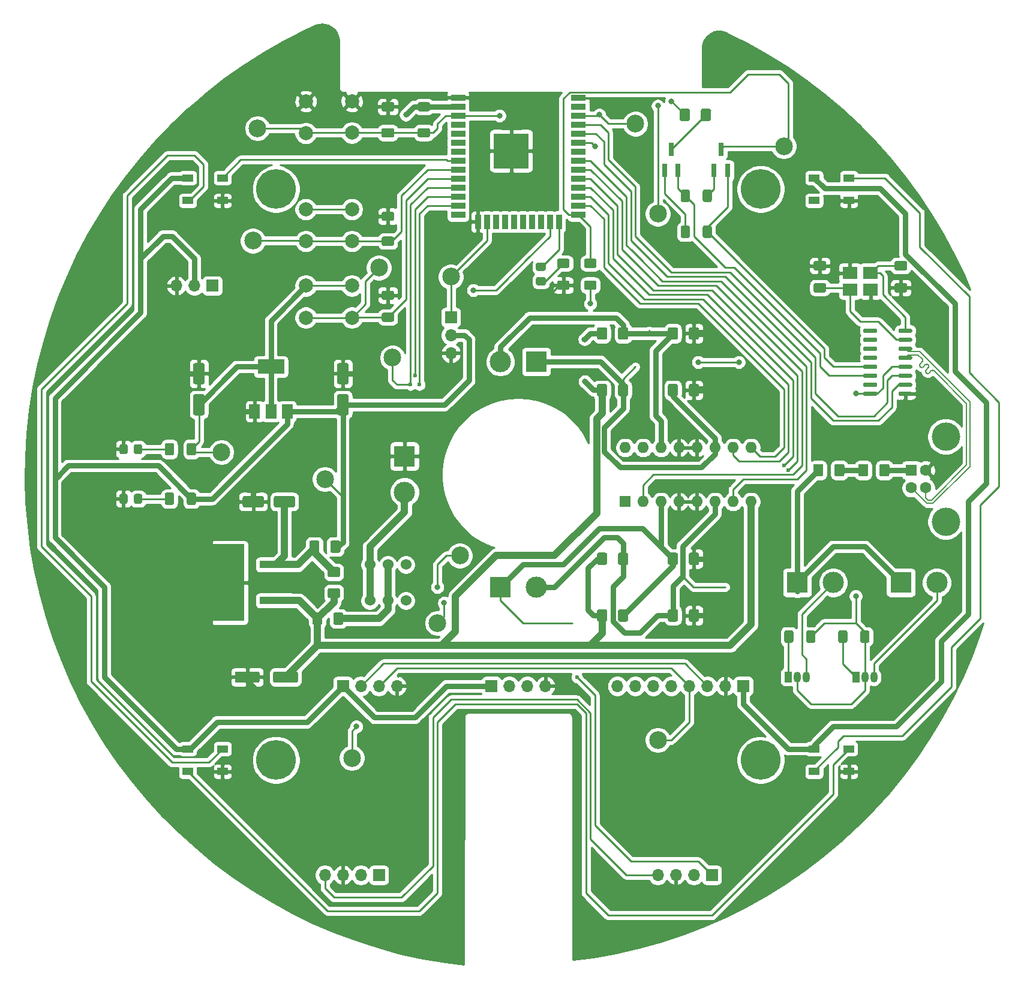
<source format=gtl>
G04 #@! TF.GenerationSoftware,KiCad,Pcbnew,(5.1.8)-1*
G04 #@! TF.CreationDate,2021-12-20T19:06:14+01:00*
G04 #@! TF.ProjectId,Elab car PCB,456c6162-2063-4617-9220-5043422e6b69,rev?*
G04 #@! TF.SameCoordinates,Original*
G04 #@! TF.FileFunction,Copper,L1,Top*
G04 #@! TF.FilePolarity,Positive*
%FSLAX46Y46*%
G04 Gerber Fmt 4.6, Leading zero omitted, Abs format (unit mm)*
G04 Created by KiCad (PCBNEW (5.1.8)-1) date 2021-12-20 19:06:14*
%MOMM*%
%LPD*%
G01*
G04 APERTURE LIST*
G04 #@! TA.AperFunction,ComponentPad*
%ADD10C,1.524000*%
G04 #@! TD*
G04 #@! TA.AperFunction,ComponentPad*
%ADD11C,5.600000*%
G04 #@! TD*
G04 #@! TA.AperFunction,ComponentPad*
%ADD12O,1.700000X1.700000*%
G04 #@! TD*
G04 #@! TA.AperFunction,ComponentPad*
%ADD13R,1.700000X1.700000*%
G04 #@! TD*
G04 #@! TA.AperFunction,SMDPad,CuDef*
%ADD14R,0.800000X1.900000*%
G04 #@! TD*
G04 #@! TA.AperFunction,SMDPad,CuDef*
%ADD15R,5.000000X5.000000*%
G04 #@! TD*
G04 #@! TA.AperFunction,SMDPad,CuDef*
%ADD16R,2.000000X0.900000*%
G04 #@! TD*
G04 #@! TA.AperFunction,SMDPad,CuDef*
%ADD17R,0.900000X2.000000*%
G04 #@! TD*
G04 #@! TA.AperFunction,SMDPad,CuDef*
%ADD18C,2.500000*%
G04 #@! TD*
G04 #@! TA.AperFunction,ComponentPad*
%ADD19R,1.600000X1.600000*%
G04 #@! TD*
G04 #@! TA.AperFunction,ComponentPad*
%ADD20C,1.600000*%
G04 #@! TD*
G04 #@! TA.AperFunction,ComponentPad*
%ADD21C,4.000000*%
G04 #@! TD*
G04 #@! TA.AperFunction,ComponentPad*
%ADD22C,2.000000*%
G04 #@! TD*
G04 #@! TA.AperFunction,ComponentPad*
%ADD23O,1.600000X1.600000*%
G04 #@! TD*
G04 #@! TA.AperFunction,SMDPad,CuDef*
%ADD24R,4.600000X1.100000*%
G04 #@! TD*
G04 #@! TA.AperFunction,SMDPad,CuDef*
%ADD25R,9.400000X10.800000*%
G04 #@! TD*
G04 #@! TA.AperFunction,SMDPad,CuDef*
%ADD26R,2.100000X1.800000*%
G04 #@! TD*
G04 #@! TA.AperFunction,SMDPad,CuDef*
%ADD27R,3.800000X2.000000*%
G04 #@! TD*
G04 #@! TA.AperFunction,SMDPad,CuDef*
%ADD28R,1.500000X2.000000*%
G04 #@! TD*
G04 #@! TA.AperFunction,ComponentPad*
%ADD29O,1.050000X1.500000*%
G04 #@! TD*
G04 #@! TA.AperFunction,ComponentPad*
%ADD30R,1.050000X1.500000*%
G04 #@! TD*
G04 #@! TA.AperFunction,ComponentPad*
%ADD31R,3.000000X3.000000*%
G04 #@! TD*
G04 #@! TA.AperFunction,ComponentPad*
%ADD32C,3.000000*%
G04 #@! TD*
G04 #@! TA.AperFunction,SMDPad,CuDef*
%ADD33R,1.500000X1.000000*%
G04 #@! TD*
G04 #@! TA.AperFunction,ViaPad*
%ADD34C,0.800000*%
G04 #@! TD*
G04 #@! TA.AperFunction,ViaPad*
%ADD35C,0.600000*%
G04 #@! TD*
G04 #@! TA.AperFunction,Conductor*
%ADD36C,0.750000*%
G04 #@! TD*
G04 #@! TA.AperFunction,Conductor*
%ADD37C,0.250000*%
G04 #@! TD*
G04 #@! TA.AperFunction,Conductor*
%ADD38C,1.000000*%
G04 #@! TD*
G04 #@! TA.AperFunction,Conductor*
%ADD39C,0.200000*%
G04 #@! TD*
G04 #@! TA.AperFunction,Conductor*
%ADD40C,0.254000*%
G04 #@! TD*
G04 #@! TA.AperFunction,Conductor*
%ADD41C,0.100000*%
G04 #@! TD*
G04 APERTURE END LIST*
D10*
X118745000Y-119380000D03*
X121285000Y-119380000D03*
X123825000Y-119380000D03*
X123825000Y-114300000D03*
X121285000Y-114300000D03*
X118745000Y-114300000D03*
D11*
X173900000Y-61300000D03*
X173900000Y-141900000D03*
X105500000Y-141900000D03*
X105500000Y-61300000D03*
D12*
X91440000Y-74930000D03*
X93980000Y-74930000D03*
D13*
X96520000Y-74930000D03*
D12*
X159385000Y-158115000D03*
X161925000Y-158115000D03*
X164465000Y-158115000D03*
D13*
X167005000Y-158115000D03*
D12*
X112395000Y-158115000D03*
X114935000Y-158115000D03*
X117475000Y-158115000D03*
D13*
X120015000Y-158115000D03*
D14*
X168275000Y-55650000D03*
X169225000Y-58650000D03*
X167325000Y-58650000D03*
X161290000Y-55650000D03*
X162240000Y-58650000D03*
X160340000Y-58650000D03*
D15*
X138700000Y-55887000D03*
D16*
X131200000Y-48387000D03*
X131200000Y-49657000D03*
X131200000Y-50927000D03*
X131200000Y-52197000D03*
X131200000Y-53467000D03*
X131200000Y-54737000D03*
X131200000Y-56007000D03*
X131200000Y-57277000D03*
X131200000Y-58547000D03*
X131200000Y-59817000D03*
X131200000Y-61087000D03*
X131200000Y-62357000D03*
X131200000Y-63627000D03*
X131200000Y-64897000D03*
D17*
X133985000Y-65897000D03*
X135255000Y-65897000D03*
X136525000Y-65897000D03*
X137795000Y-65897000D03*
X139065000Y-65897000D03*
X140335000Y-65897000D03*
X141605000Y-65897000D03*
X142875000Y-65897000D03*
X144145000Y-65897000D03*
X145415000Y-65897000D03*
D16*
X148200000Y-64897000D03*
X148200000Y-63627000D03*
X148200000Y-62357000D03*
X148200000Y-61087000D03*
X148200000Y-59817000D03*
X148200000Y-58547000D03*
X148200000Y-57277000D03*
X148200000Y-56007000D03*
X148200000Y-54737000D03*
X148200000Y-53467000D03*
X148200000Y-52197000D03*
X148200000Y-50927000D03*
X148200000Y-49657000D03*
X148200000Y-48387000D03*
D18*
X156210000Y-52070000D03*
X159385000Y-64770000D03*
X116205000Y-141605000D03*
X159385000Y-139065000D03*
X102870000Y-52705000D03*
X177165000Y-55245000D03*
X120015000Y-72390000D03*
X130175000Y-73660000D03*
X131445000Y-113030000D03*
X102235000Y-68580000D03*
X121920000Y-85090000D03*
X128270000Y-122555000D03*
X112395000Y-102235000D03*
X97790000Y-98425000D03*
D13*
X114935000Y-131445000D03*
D12*
X117475000Y-131445000D03*
X120015000Y-131445000D03*
X122555000Y-131445000D03*
D19*
X195165000Y-100965000D03*
D20*
X195165000Y-103465000D03*
X197165000Y-103465000D03*
X197165000Y-100965000D03*
D21*
X200025000Y-108215000D03*
X200025000Y-96215000D03*
G04 #@! TA.AperFunction,SMDPad,CuDef*
G36*
G01*
X195285000Y-90020000D02*
X195285000Y-90320000D01*
G75*
G02*
X195135000Y-90470000I-150000J0D01*
G01*
X193485000Y-90470000D01*
G75*
G02*
X193335000Y-90320000I0J150000D01*
G01*
X193335000Y-90020000D01*
G75*
G02*
X193485000Y-89870000I150000J0D01*
G01*
X195135000Y-89870000D01*
G75*
G02*
X195285000Y-90020000I0J-150000D01*
G01*
G37*
G04 #@! TD.AperFunction*
G04 #@! TA.AperFunction,SMDPad,CuDef*
G36*
G01*
X195285000Y-88750000D02*
X195285000Y-89050000D01*
G75*
G02*
X195135000Y-89200000I-150000J0D01*
G01*
X193485000Y-89200000D01*
G75*
G02*
X193335000Y-89050000I0J150000D01*
G01*
X193335000Y-88750000D01*
G75*
G02*
X193485000Y-88600000I150000J0D01*
G01*
X195135000Y-88600000D01*
G75*
G02*
X195285000Y-88750000I0J-150000D01*
G01*
G37*
G04 #@! TD.AperFunction*
G04 #@! TA.AperFunction,SMDPad,CuDef*
G36*
G01*
X195285000Y-87480000D02*
X195285000Y-87780000D01*
G75*
G02*
X195135000Y-87930000I-150000J0D01*
G01*
X193485000Y-87930000D01*
G75*
G02*
X193335000Y-87780000I0J150000D01*
G01*
X193335000Y-87480000D01*
G75*
G02*
X193485000Y-87330000I150000J0D01*
G01*
X195135000Y-87330000D01*
G75*
G02*
X195285000Y-87480000I0J-150000D01*
G01*
G37*
G04 #@! TD.AperFunction*
G04 #@! TA.AperFunction,SMDPad,CuDef*
G36*
G01*
X195285000Y-86210000D02*
X195285000Y-86510000D01*
G75*
G02*
X195135000Y-86660000I-150000J0D01*
G01*
X193485000Y-86660000D01*
G75*
G02*
X193335000Y-86510000I0J150000D01*
G01*
X193335000Y-86210000D01*
G75*
G02*
X193485000Y-86060000I150000J0D01*
G01*
X195135000Y-86060000D01*
G75*
G02*
X195285000Y-86210000I0J-150000D01*
G01*
G37*
G04 #@! TD.AperFunction*
G04 #@! TA.AperFunction,SMDPad,CuDef*
G36*
G01*
X195285000Y-84940000D02*
X195285000Y-85240000D01*
G75*
G02*
X195135000Y-85390000I-150000J0D01*
G01*
X193485000Y-85390000D01*
G75*
G02*
X193335000Y-85240000I0J150000D01*
G01*
X193335000Y-84940000D01*
G75*
G02*
X193485000Y-84790000I150000J0D01*
G01*
X195135000Y-84790000D01*
G75*
G02*
X195285000Y-84940000I0J-150000D01*
G01*
G37*
G04 #@! TD.AperFunction*
G04 #@! TA.AperFunction,SMDPad,CuDef*
G36*
G01*
X195285000Y-83670000D02*
X195285000Y-83970000D01*
G75*
G02*
X195135000Y-84120000I-150000J0D01*
G01*
X193485000Y-84120000D01*
G75*
G02*
X193335000Y-83970000I0J150000D01*
G01*
X193335000Y-83670000D01*
G75*
G02*
X193485000Y-83520000I150000J0D01*
G01*
X195135000Y-83520000D01*
G75*
G02*
X195285000Y-83670000I0J-150000D01*
G01*
G37*
G04 #@! TD.AperFunction*
G04 #@! TA.AperFunction,SMDPad,CuDef*
G36*
G01*
X195285000Y-82400000D02*
X195285000Y-82700000D01*
G75*
G02*
X195135000Y-82850000I-150000J0D01*
G01*
X193485000Y-82850000D01*
G75*
G02*
X193335000Y-82700000I0J150000D01*
G01*
X193335000Y-82400000D01*
G75*
G02*
X193485000Y-82250000I150000J0D01*
G01*
X195135000Y-82250000D01*
G75*
G02*
X195285000Y-82400000I0J-150000D01*
G01*
G37*
G04 #@! TD.AperFunction*
G04 #@! TA.AperFunction,SMDPad,CuDef*
G36*
G01*
X195285000Y-81130000D02*
X195285000Y-81430000D01*
G75*
G02*
X195135000Y-81580000I-150000J0D01*
G01*
X193485000Y-81580000D01*
G75*
G02*
X193335000Y-81430000I0J150000D01*
G01*
X193335000Y-81130000D01*
G75*
G02*
X193485000Y-80980000I150000J0D01*
G01*
X195135000Y-80980000D01*
G75*
G02*
X195285000Y-81130000I0J-150000D01*
G01*
G37*
G04 #@! TD.AperFunction*
G04 #@! TA.AperFunction,SMDPad,CuDef*
G36*
G01*
X190335000Y-81130000D02*
X190335000Y-81430000D01*
G75*
G02*
X190185000Y-81580000I-150000J0D01*
G01*
X188535000Y-81580000D01*
G75*
G02*
X188385000Y-81430000I0J150000D01*
G01*
X188385000Y-81130000D01*
G75*
G02*
X188535000Y-80980000I150000J0D01*
G01*
X190185000Y-80980000D01*
G75*
G02*
X190335000Y-81130000I0J-150000D01*
G01*
G37*
G04 #@! TD.AperFunction*
G04 #@! TA.AperFunction,SMDPad,CuDef*
G36*
G01*
X190335000Y-82400000D02*
X190335000Y-82700000D01*
G75*
G02*
X190185000Y-82850000I-150000J0D01*
G01*
X188535000Y-82850000D01*
G75*
G02*
X188385000Y-82700000I0J150000D01*
G01*
X188385000Y-82400000D01*
G75*
G02*
X188535000Y-82250000I150000J0D01*
G01*
X190185000Y-82250000D01*
G75*
G02*
X190335000Y-82400000I0J-150000D01*
G01*
G37*
G04 #@! TD.AperFunction*
G04 #@! TA.AperFunction,SMDPad,CuDef*
G36*
G01*
X190335000Y-83670000D02*
X190335000Y-83970000D01*
G75*
G02*
X190185000Y-84120000I-150000J0D01*
G01*
X188535000Y-84120000D01*
G75*
G02*
X188385000Y-83970000I0J150000D01*
G01*
X188385000Y-83670000D01*
G75*
G02*
X188535000Y-83520000I150000J0D01*
G01*
X190185000Y-83520000D01*
G75*
G02*
X190335000Y-83670000I0J-150000D01*
G01*
G37*
G04 #@! TD.AperFunction*
G04 #@! TA.AperFunction,SMDPad,CuDef*
G36*
G01*
X190335000Y-84940000D02*
X190335000Y-85240000D01*
G75*
G02*
X190185000Y-85390000I-150000J0D01*
G01*
X188535000Y-85390000D01*
G75*
G02*
X188385000Y-85240000I0J150000D01*
G01*
X188385000Y-84940000D01*
G75*
G02*
X188535000Y-84790000I150000J0D01*
G01*
X190185000Y-84790000D01*
G75*
G02*
X190335000Y-84940000I0J-150000D01*
G01*
G37*
G04 #@! TD.AperFunction*
G04 #@! TA.AperFunction,SMDPad,CuDef*
G36*
G01*
X190335000Y-86210000D02*
X190335000Y-86510000D01*
G75*
G02*
X190185000Y-86660000I-150000J0D01*
G01*
X188535000Y-86660000D01*
G75*
G02*
X188385000Y-86510000I0J150000D01*
G01*
X188385000Y-86210000D01*
G75*
G02*
X188535000Y-86060000I150000J0D01*
G01*
X190185000Y-86060000D01*
G75*
G02*
X190335000Y-86210000I0J-150000D01*
G01*
G37*
G04 #@! TD.AperFunction*
G04 #@! TA.AperFunction,SMDPad,CuDef*
G36*
G01*
X190335000Y-87480000D02*
X190335000Y-87780000D01*
G75*
G02*
X190185000Y-87930000I-150000J0D01*
G01*
X188535000Y-87930000D01*
G75*
G02*
X188385000Y-87780000I0J150000D01*
G01*
X188385000Y-87480000D01*
G75*
G02*
X188535000Y-87330000I150000J0D01*
G01*
X190185000Y-87330000D01*
G75*
G02*
X190335000Y-87480000I0J-150000D01*
G01*
G37*
G04 #@! TD.AperFunction*
G04 #@! TA.AperFunction,SMDPad,CuDef*
G36*
G01*
X190335000Y-88750000D02*
X190335000Y-89050000D01*
G75*
G02*
X190185000Y-89200000I-150000J0D01*
G01*
X188535000Y-89200000D01*
G75*
G02*
X188385000Y-89050000I0J150000D01*
G01*
X188385000Y-88750000D01*
G75*
G02*
X188535000Y-88600000I150000J0D01*
G01*
X190185000Y-88600000D01*
G75*
G02*
X190335000Y-88750000I0J-150000D01*
G01*
G37*
G04 #@! TD.AperFunction*
G04 #@! TA.AperFunction,SMDPad,CuDef*
G36*
G01*
X190335000Y-90020000D02*
X190335000Y-90320000D01*
G75*
G02*
X190185000Y-90470000I-150000J0D01*
G01*
X188535000Y-90470000D01*
G75*
G02*
X188385000Y-90320000I0J150000D01*
G01*
X188385000Y-90020000D01*
G75*
G02*
X188535000Y-89870000I150000J0D01*
G01*
X190185000Y-89870000D01*
G75*
G02*
X190335000Y-90020000I0J-150000D01*
G01*
G37*
G04 #@! TD.AperFunction*
D22*
X109705000Y-79430000D03*
X109705000Y-74930000D03*
X116205000Y-79430000D03*
X116205000Y-74930000D03*
X109705000Y-68635000D03*
X109705000Y-64135000D03*
X116205000Y-68635000D03*
X116205000Y-64135000D03*
X109705000Y-53395000D03*
X109705000Y-48895000D03*
X116205000Y-53340000D03*
X116205000Y-48895000D03*
D19*
X154749500Y-105410000D03*
D23*
X172529500Y-97790000D03*
X157289500Y-105410000D03*
X169989500Y-97790000D03*
X159829500Y-105410000D03*
X167449500Y-97790000D03*
X162369500Y-105410000D03*
X164909500Y-97790000D03*
X164909500Y-105410000D03*
X162369500Y-97790000D03*
X167449500Y-105410000D03*
X159829500Y-97790000D03*
X169989500Y-105410000D03*
X157289500Y-97790000D03*
X172529500Y-105410000D03*
X154749500Y-97790000D03*
D24*
X105470000Y-119380000D03*
X105470000Y-114300000D03*
D25*
X96320000Y-116840000D03*
G04 #@! TA.AperFunction,SMDPad,CuDef*
G36*
G01*
X166882500Y-50175000D02*
X166882500Y-51425000D01*
G75*
G02*
X166632500Y-51675000I-250000J0D01*
G01*
X165707500Y-51675000D01*
G75*
G02*
X165457500Y-51425000I0J250000D01*
G01*
X165457500Y-50175000D01*
G75*
G02*
X165707500Y-49925000I250000J0D01*
G01*
X166632500Y-49925000D01*
G75*
G02*
X166882500Y-50175000I0J-250000D01*
G01*
G37*
G04 #@! TD.AperFunction*
G04 #@! TA.AperFunction,SMDPad,CuDef*
G36*
G01*
X163907500Y-50175000D02*
X163907500Y-51425000D01*
G75*
G02*
X163657500Y-51675000I-250000J0D01*
G01*
X162732500Y-51675000D01*
G75*
G02*
X162482500Y-51425000I0J250000D01*
G01*
X162482500Y-50175000D01*
G75*
G02*
X162732500Y-49925000I250000J0D01*
G01*
X163657500Y-49925000D01*
G75*
G02*
X163907500Y-50175000I0J-250000D01*
G01*
G37*
G04 #@! TD.AperFunction*
G04 #@! TA.AperFunction,SMDPad,CuDef*
G36*
G01*
X114595000Y-111135000D02*
X114595000Y-112385000D01*
G75*
G02*
X114345000Y-112635000I-250000J0D01*
G01*
X113420000Y-112635000D01*
G75*
G02*
X113170000Y-112385000I0J250000D01*
G01*
X113170000Y-111135000D01*
G75*
G02*
X113420000Y-110885000I250000J0D01*
G01*
X114345000Y-110885000D01*
G75*
G02*
X114595000Y-111135000I0J-250000D01*
G01*
G37*
G04 #@! TD.AperFunction*
G04 #@! TA.AperFunction,SMDPad,CuDef*
G36*
G01*
X111620000Y-111135000D02*
X111620000Y-112385000D01*
G75*
G02*
X111370000Y-112635000I-250000J0D01*
G01*
X110445000Y-112635000D01*
G75*
G02*
X110195000Y-112385000I0J250000D01*
G01*
X110195000Y-111135000D01*
G75*
G02*
X110445000Y-110885000I250000J0D01*
G01*
X111370000Y-110885000D01*
G75*
G02*
X111620000Y-111135000I0J-250000D01*
G01*
G37*
G04 #@! TD.AperFunction*
G04 #@! TA.AperFunction,SMDPad,CuDef*
G36*
G01*
X114290000Y-119040000D02*
X113040000Y-119040000D01*
G75*
G02*
X112790000Y-118790000I0J250000D01*
G01*
X112790000Y-117865000D01*
G75*
G02*
X113040000Y-117615000I250000J0D01*
G01*
X114290000Y-117615000D01*
G75*
G02*
X114540000Y-117865000I0J-250000D01*
G01*
X114540000Y-118790000D01*
G75*
G02*
X114290000Y-119040000I-250000J0D01*
G01*
G37*
G04 #@! TD.AperFunction*
G04 #@! TA.AperFunction,SMDPad,CuDef*
G36*
G01*
X114290000Y-116065000D02*
X113040000Y-116065000D01*
G75*
G02*
X112790000Y-115815000I0J250000D01*
G01*
X112790000Y-114890000D01*
G75*
G02*
X113040000Y-114640000I250000J0D01*
G01*
X114290000Y-114640000D01*
G75*
G02*
X114540000Y-114890000I0J-250000D01*
G01*
X114540000Y-115815000D01*
G75*
G02*
X114290000Y-116065000I-250000J0D01*
G01*
G37*
G04 #@! TD.AperFunction*
G04 #@! TA.AperFunction,SMDPad,CuDef*
G36*
G01*
X160800000Y-90286500D02*
X160800000Y-89036500D01*
G75*
G02*
X161050000Y-88786500I250000J0D01*
G01*
X161975000Y-88786500D01*
G75*
G02*
X162225000Y-89036500I0J-250000D01*
G01*
X162225000Y-90286500D01*
G75*
G02*
X161975000Y-90536500I-250000J0D01*
G01*
X161050000Y-90536500D01*
G75*
G02*
X160800000Y-90286500I0J250000D01*
G01*
G37*
G04 #@! TD.AperFunction*
G04 #@! TA.AperFunction,SMDPad,CuDef*
G36*
G01*
X163775000Y-90286500D02*
X163775000Y-89036500D01*
G75*
G02*
X164025000Y-88786500I250000J0D01*
G01*
X164950000Y-88786500D01*
G75*
G02*
X165200000Y-89036500I0J-250000D01*
G01*
X165200000Y-90286500D01*
G75*
G02*
X164950000Y-90536500I-250000J0D01*
G01*
X164025000Y-90536500D01*
G75*
G02*
X163775000Y-90286500I0J250000D01*
G01*
G37*
G04 #@! TD.AperFunction*
G04 #@! TA.AperFunction,SMDPad,CuDef*
G36*
G01*
X150800000Y-90286500D02*
X150800000Y-89036500D01*
G75*
G02*
X151050000Y-88786500I250000J0D01*
G01*
X151975000Y-88786500D01*
G75*
G02*
X152225000Y-89036500I0J-250000D01*
G01*
X152225000Y-90286500D01*
G75*
G02*
X151975000Y-90536500I-250000J0D01*
G01*
X151050000Y-90536500D01*
G75*
G02*
X150800000Y-90286500I0J250000D01*
G01*
G37*
G04 #@! TD.AperFunction*
G04 #@! TA.AperFunction,SMDPad,CuDef*
G36*
G01*
X153775000Y-90286500D02*
X153775000Y-89036500D01*
G75*
G02*
X154025000Y-88786500I250000J0D01*
G01*
X154950000Y-88786500D01*
G75*
G02*
X155200000Y-89036500I0J-250000D01*
G01*
X155200000Y-90286500D01*
G75*
G02*
X154950000Y-90536500I-250000J0D01*
G01*
X154025000Y-90536500D01*
G75*
G02*
X153775000Y-90286500I0J250000D01*
G01*
G37*
G04 #@! TD.AperFunction*
G04 #@! TA.AperFunction,SMDPad,CuDef*
G36*
G01*
X160800000Y-114100000D02*
X160800000Y-112850000D01*
G75*
G02*
X161050000Y-112600000I250000J0D01*
G01*
X161975000Y-112600000D01*
G75*
G02*
X162225000Y-112850000I0J-250000D01*
G01*
X162225000Y-114100000D01*
G75*
G02*
X161975000Y-114350000I-250000J0D01*
G01*
X161050000Y-114350000D01*
G75*
G02*
X160800000Y-114100000I0J250000D01*
G01*
G37*
G04 #@! TD.AperFunction*
G04 #@! TA.AperFunction,SMDPad,CuDef*
G36*
G01*
X163775000Y-114100000D02*
X163775000Y-112850000D01*
G75*
G02*
X164025000Y-112600000I250000J0D01*
G01*
X164950000Y-112600000D01*
G75*
G02*
X165200000Y-112850000I0J-250000D01*
G01*
X165200000Y-114100000D01*
G75*
G02*
X164950000Y-114350000I-250000J0D01*
G01*
X164025000Y-114350000D01*
G75*
G02*
X163775000Y-114100000I0J250000D01*
G01*
G37*
G04 #@! TD.AperFunction*
G04 #@! TA.AperFunction,SMDPad,CuDef*
G36*
G01*
X150800000Y-122100000D02*
X150800000Y-120850000D01*
G75*
G02*
X151050000Y-120600000I250000J0D01*
G01*
X151975000Y-120600000D01*
G75*
G02*
X152225000Y-120850000I0J-250000D01*
G01*
X152225000Y-122100000D01*
G75*
G02*
X151975000Y-122350000I-250000J0D01*
G01*
X151050000Y-122350000D01*
G75*
G02*
X150800000Y-122100000I0J250000D01*
G01*
G37*
G04 #@! TD.AperFunction*
G04 #@! TA.AperFunction,SMDPad,CuDef*
G36*
G01*
X153775000Y-122100000D02*
X153775000Y-120850000D01*
G75*
G02*
X154025000Y-120600000I250000J0D01*
G01*
X154950000Y-120600000D01*
G75*
G02*
X155200000Y-120850000I0J-250000D01*
G01*
X155200000Y-122100000D01*
G75*
G02*
X154950000Y-122350000I-250000J0D01*
G01*
X154025000Y-122350000D01*
G75*
G02*
X153775000Y-122100000I0J250000D01*
G01*
G37*
G04 #@! TD.AperFunction*
G04 #@! TA.AperFunction,SMDPad,CuDef*
G36*
G01*
X160800000Y-82286500D02*
X160800000Y-81036500D01*
G75*
G02*
X161050000Y-80786500I250000J0D01*
G01*
X161975000Y-80786500D01*
G75*
G02*
X162225000Y-81036500I0J-250000D01*
G01*
X162225000Y-82286500D01*
G75*
G02*
X161975000Y-82536500I-250000J0D01*
G01*
X161050000Y-82536500D01*
G75*
G02*
X160800000Y-82286500I0J250000D01*
G01*
G37*
G04 #@! TD.AperFunction*
G04 #@! TA.AperFunction,SMDPad,CuDef*
G36*
G01*
X163775000Y-82286500D02*
X163775000Y-81036500D01*
G75*
G02*
X164025000Y-80786500I250000J0D01*
G01*
X164950000Y-80786500D01*
G75*
G02*
X165200000Y-81036500I0J-250000D01*
G01*
X165200000Y-82286500D01*
G75*
G02*
X164950000Y-82536500I-250000J0D01*
G01*
X164025000Y-82536500D01*
G75*
G02*
X163775000Y-82286500I0J250000D01*
G01*
G37*
G04 #@! TD.AperFunction*
G04 #@! TA.AperFunction,SMDPad,CuDef*
G36*
G01*
X150800000Y-82286500D02*
X150800000Y-81036500D01*
G75*
G02*
X151050000Y-80786500I250000J0D01*
G01*
X151975000Y-80786500D01*
G75*
G02*
X152225000Y-81036500I0J-250000D01*
G01*
X152225000Y-82286500D01*
G75*
G02*
X151975000Y-82536500I-250000J0D01*
G01*
X151050000Y-82536500D01*
G75*
G02*
X150800000Y-82286500I0J250000D01*
G01*
G37*
G04 #@! TD.AperFunction*
G04 #@! TA.AperFunction,SMDPad,CuDef*
G36*
G01*
X153775000Y-82286500D02*
X153775000Y-81036500D01*
G75*
G02*
X154025000Y-80786500I250000J0D01*
G01*
X154950000Y-80786500D01*
G75*
G02*
X155200000Y-81036500I0J-250000D01*
G01*
X155200000Y-82286500D01*
G75*
G02*
X154950000Y-82536500I-250000J0D01*
G01*
X154025000Y-82536500D01*
G75*
G02*
X153775000Y-82286500I0J250000D01*
G01*
G37*
G04 #@! TD.AperFunction*
G04 #@! TA.AperFunction,SMDPad,CuDef*
G36*
G01*
X160800000Y-122100000D02*
X160800000Y-120850000D01*
G75*
G02*
X161050000Y-120600000I250000J0D01*
G01*
X161975000Y-120600000D01*
G75*
G02*
X162225000Y-120850000I0J-250000D01*
G01*
X162225000Y-122100000D01*
G75*
G02*
X161975000Y-122350000I-250000J0D01*
G01*
X161050000Y-122350000D01*
G75*
G02*
X160800000Y-122100000I0J250000D01*
G01*
G37*
G04 #@! TD.AperFunction*
G04 #@! TA.AperFunction,SMDPad,CuDef*
G36*
G01*
X163775000Y-122100000D02*
X163775000Y-120850000D01*
G75*
G02*
X164025000Y-120600000I250000J0D01*
G01*
X164950000Y-120600000D01*
G75*
G02*
X165200000Y-120850000I0J-250000D01*
G01*
X165200000Y-122100000D01*
G75*
G02*
X164950000Y-122350000I-250000J0D01*
G01*
X164025000Y-122350000D01*
G75*
G02*
X163775000Y-122100000I0J250000D01*
G01*
G37*
G04 #@! TD.AperFunction*
G04 #@! TA.AperFunction,SMDPad,CuDef*
G36*
G01*
X150800000Y-114100000D02*
X150800000Y-112850000D01*
G75*
G02*
X151050000Y-112600000I250000J0D01*
G01*
X151975000Y-112600000D01*
G75*
G02*
X152225000Y-112850000I0J-250000D01*
G01*
X152225000Y-114100000D01*
G75*
G02*
X151975000Y-114350000I-250000J0D01*
G01*
X151050000Y-114350000D01*
G75*
G02*
X150800000Y-114100000I0J250000D01*
G01*
G37*
G04 #@! TD.AperFunction*
G04 #@! TA.AperFunction,SMDPad,CuDef*
G36*
G01*
X153775000Y-114100000D02*
X153775000Y-112850000D01*
G75*
G02*
X154025000Y-112600000I250000J0D01*
G01*
X154950000Y-112600000D01*
G75*
G02*
X155200000Y-112850000I0J-250000D01*
G01*
X155200000Y-114100000D01*
G75*
G02*
X154950000Y-114350000I-250000J0D01*
G01*
X154025000Y-114350000D01*
G75*
G02*
X153775000Y-114100000I0J250000D01*
G01*
G37*
G04 #@! TD.AperFunction*
G04 #@! TA.AperFunction,SMDPad,CuDef*
G36*
G01*
X110612500Y-122545000D02*
X110612500Y-121295000D01*
G75*
G02*
X110862500Y-121045000I250000J0D01*
G01*
X111787500Y-121045000D01*
G75*
G02*
X112037500Y-121295000I0J-250000D01*
G01*
X112037500Y-122545000D01*
G75*
G02*
X111787500Y-122795000I-250000J0D01*
G01*
X110862500Y-122795000D01*
G75*
G02*
X110612500Y-122545000I0J250000D01*
G01*
G37*
G04 #@! TD.AperFunction*
G04 #@! TA.AperFunction,SMDPad,CuDef*
G36*
G01*
X113587500Y-122545000D02*
X113587500Y-121295000D01*
G75*
G02*
X113837500Y-121045000I250000J0D01*
G01*
X114762500Y-121045000D01*
G75*
G02*
X115012500Y-121295000I0J-250000D01*
G01*
X115012500Y-122545000D01*
G75*
G02*
X114762500Y-122795000I-250000J0D01*
G01*
X113837500Y-122795000D01*
G75*
G02*
X113587500Y-122545000I0J250000D01*
G01*
G37*
G04 #@! TD.AperFunction*
G04 #@! TA.AperFunction,SMDPad,CuDef*
G36*
G01*
X181315000Y-101590000D02*
X181315000Y-100340000D01*
G75*
G02*
X181565000Y-100090000I250000J0D01*
G01*
X182490000Y-100090000D01*
G75*
G02*
X182740000Y-100340000I0J-250000D01*
G01*
X182740000Y-101590000D01*
G75*
G02*
X182490000Y-101840000I-250000J0D01*
G01*
X181565000Y-101840000D01*
G75*
G02*
X181315000Y-101590000I0J250000D01*
G01*
G37*
G04 #@! TD.AperFunction*
G04 #@! TA.AperFunction,SMDPad,CuDef*
G36*
G01*
X184290000Y-101590000D02*
X184290000Y-100340000D01*
G75*
G02*
X184540000Y-100090000I250000J0D01*
G01*
X185465000Y-100090000D01*
G75*
G02*
X185715000Y-100340000I0J-250000D01*
G01*
X185715000Y-101590000D01*
G75*
G02*
X185465000Y-101840000I-250000J0D01*
G01*
X184540000Y-101840000D01*
G75*
G02*
X184290000Y-101590000I0J250000D01*
G01*
G37*
G04 #@! TD.AperFunction*
D26*
X186510000Y-75445000D03*
X189410000Y-75445000D03*
X189410000Y-73145000D03*
X186510000Y-73145000D03*
D27*
X104775000Y-86360000D03*
D28*
X104775000Y-92660000D03*
X107075000Y-92660000D03*
X102475000Y-92660000D03*
G04 #@! TA.AperFunction,SMDPad,CuDef*
G36*
G01*
X184845000Y-125085000D02*
X184845000Y-123835000D01*
G75*
G02*
X185095000Y-123585000I250000J0D01*
G01*
X185895000Y-123585000D01*
G75*
G02*
X186145000Y-123835000I0J-250000D01*
G01*
X186145000Y-125085000D01*
G75*
G02*
X185895000Y-125335000I-250000J0D01*
G01*
X185095000Y-125335000D01*
G75*
G02*
X184845000Y-125085000I0J250000D01*
G01*
G37*
G04 #@! TD.AperFunction*
G04 #@! TA.AperFunction,SMDPad,CuDef*
G36*
G01*
X187945000Y-125085000D02*
X187945000Y-123835000D01*
G75*
G02*
X188195000Y-123585000I250000J0D01*
G01*
X188995000Y-123585000D01*
G75*
G02*
X189245000Y-123835000I0J-250000D01*
G01*
X189245000Y-125085000D01*
G75*
G02*
X188995000Y-125335000I-250000J0D01*
G01*
X188195000Y-125335000D01*
G75*
G02*
X187945000Y-125085000I0J250000D01*
G01*
G37*
G04 #@! TD.AperFunction*
G04 #@! TA.AperFunction,SMDPad,CuDef*
G36*
G01*
X177225000Y-125085000D02*
X177225000Y-123835000D01*
G75*
G02*
X177475000Y-123585000I250000J0D01*
G01*
X178275000Y-123585000D01*
G75*
G02*
X178525000Y-123835000I0J-250000D01*
G01*
X178525000Y-125085000D01*
G75*
G02*
X178275000Y-125335000I-250000J0D01*
G01*
X177475000Y-125335000D01*
G75*
G02*
X177225000Y-125085000I0J250000D01*
G01*
G37*
G04 #@! TD.AperFunction*
G04 #@! TA.AperFunction,SMDPad,CuDef*
G36*
G01*
X180325000Y-125085000D02*
X180325000Y-123835000D01*
G75*
G02*
X180575000Y-123585000I250000J0D01*
G01*
X181375000Y-123585000D01*
G75*
G02*
X181625000Y-123835000I0J-250000D01*
G01*
X181625000Y-125085000D01*
G75*
G02*
X181375000Y-125335000I-250000J0D01*
G01*
X180575000Y-125335000D01*
G75*
G02*
X180325000Y-125085000I0J250000D01*
G01*
G37*
G04 #@! TD.AperFunction*
G04 #@! TA.AperFunction,SMDPad,CuDef*
G36*
G01*
X150485000Y-75505000D02*
X149235000Y-75505000D01*
G75*
G02*
X148985000Y-75255000I0J250000D01*
G01*
X148985000Y-74455000D01*
G75*
G02*
X149235000Y-74205000I250000J0D01*
G01*
X150485000Y-74205000D01*
G75*
G02*
X150735000Y-74455000I0J-250000D01*
G01*
X150735000Y-75255000D01*
G75*
G02*
X150485000Y-75505000I-250000J0D01*
G01*
G37*
G04 #@! TD.AperFunction*
G04 #@! TA.AperFunction,SMDPad,CuDef*
G36*
G01*
X150485000Y-72405000D02*
X149235000Y-72405000D01*
G75*
G02*
X148985000Y-72155000I0J250000D01*
G01*
X148985000Y-71355000D01*
G75*
G02*
X149235000Y-71105000I250000J0D01*
G01*
X150485000Y-71105000D01*
G75*
G02*
X150735000Y-71355000I0J-250000D01*
G01*
X150735000Y-72155000D01*
G75*
G02*
X150485000Y-72405000I-250000J0D01*
G01*
G37*
G04 #@! TD.AperFunction*
G04 #@! TA.AperFunction,SMDPad,CuDef*
G36*
G01*
X162620000Y-62855000D02*
X162620000Y-61605000D01*
G75*
G02*
X162870000Y-61355000I250000J0D01*
G01*
X163670000Y-61355000D01*
G75*
G02*
X163920000Y-61605000I0J-250000D01*
G01*
X163920000Y-62855000D01*
G75*
G02*
X163670000Y-63105000I-250000J0D01*
G01*
X162870000Y-63105000D01*
G75*
G02*
X162620000Y-62855000I0J250000D01*
G01*
G37*
G04 #@! TD.AperFunction*
G04 #@! TA.AperFunction,SMDPad,CuDef*
G36*
G01*
X165720000Y-62855000D02*
X165720000Y-61605000D01*
G75*
G02*
X165970000Y-61355000I250000J0D01*
G01*
X166770000Y-61355000D01*
G75*
G02*
X167020000Y-61605000I0J-250000D01*
G01*
X167020000Y-62855000D01*
G75*
G02*
X166770000Y-63105000I-250000J0D01*
G01*
X165970000Y-63105000D01*
G75*
G02*
X165720000Y-62855000I0J250000D01*
G01*
G37*
G04 #@! TD.AperFunction*
G04 #@! TA.AperFunction,SMDPad,CuDef*
G36*
G01*
X167020000Y-66685000D02*
X167020000Y-67935000D01*
G75*
G02*
X166770000Y-68185000I-250000J0D01*
G01*
X165970000Y-68185000D01*
G75*
G02*
X165720000Y-67935000I0J250000D01*
G01*
X165720000Y-66685000D01*
G75*
G02*
X165970000Y-66435000I250000J0D01*
G01*
X166770000Y-66435000D01*
G75*
G02*
X167020000Y-66685000I0J-250000D01*
G01*
G37*
G04 #@! TD.AperFunction*
G04 #@! TA.AperFunction,SMDPad,CuDef*
G36*
G01*
X163920000Y-66685000D02*
X163920000Y-67935000D01*
G75*
G02*
X163670000Y-68185000I-250000J0D01*
G01*
X162870000Y-68185000D01*
G75*
G02*
X162620000Y-67935000I0J250000D01*
G01*
X162620000Y-66685000D01*
G75*
G02*
X162870000Y-66435000I250000J0D01*
G01*
X163670000Y-66435000D01*
G75*
G02*
X163920000Y-66685000I0J-250000D01*
G01*
G37*
G04 #@! TD.AperFunction*
G04 #@! TA.AperFunction,SMDPad,CuDef*
G36*
G01*
X94200000Y-104375000D02*
X94200000Y-105625000D01*
G75*
G02*
X93950000Y-105875000I-250000J0D01*
G01*
X93150000Y-105875000D01*
G75*
G02*
X92900000Y-105625000I0J250000D01*
G01*
X92900000Y-104375000D01*
G75*
G02*
X93150000Y-104125000I250000J0D01*
G01*
X93950000Y-104125000D01*
G75*
G02*
X94200000Y-104375000I0J-250000D01*
G01*
G37*
G04 #@! TD.AperFunction*
G04 #@! TA.AperFunction,SMDPad,CuDef*
G36*
G01*
X91100000Y-104375000D02*
X91100000Y-105625000D01*
G75*
G02*
X90850000Y-105875000I-250000J0D01*
G01*
X90050000Y-105875000D01*
G75*
G02*
X89800000Y-105625000I0J250000D01*
G01*
X89800000Y-104375000D01*
G75*
G02*
X90050000Y-104125000I250000J0D01*
G01*
X90850000Y-104125000D01*
G75*
G02*
X91100000Y-104375000I0J-250000D01*
G01*
G37*
G04 #@! TD.AperFunction*
G04 #@! TA.AperFunction,SMDPad,CuDef*
G36*
G01*
X94200000Y-97375000D02*
X94200000Y-98625000D01*
G75*
G02*
X93950000Y-98875000I-250000J0D01*
G01*
X93150000Y-98875000D01*
G75*
G02*
X92900000Y-98625000I0J250000D01*
G01*
X92900000Y-97375000D01*
G75*
G02*
X93150000Y-97125000I250000J0D01*
G01*
X93950000Y-97125000D01*
G75*
G02*
X94200000Y-97375000I0J-250000D01*
G01*
G37*
G04 #@! TD.AperFunction*
G04 #@! TA.AperFunction,SMDPad,CuDef*
G36*
G01*
X91100000Y-97375000D02*
X91100000Y-98625000D01*
G75*
G02*
X90850000Y-98875000I-250000J0D01*
G01*
X90050000Y-98875000D01*
G75*
G02*
X89800000Y-98625000I0J250000D01*
G01*
X89800000Y-97375000D01*
G75*
G02*
X90050000Y-97125000I250000J0D01*
G01*
X90850000Y-97125000D01*
G75*
G02*
X91100000Y-97375000I0J-250000D01*
G01*
G37*
G04 #@! TD.AperFunction*
G04 #@! TA.AperFunction,SMDPad,CuDef*
G36*
G01*
X121910000Y-80025000D02*
X120660000Y-80025000D01*
G75*
G02*
X120410000Y-79775000I0J250000D01*
G01*
X120410000Y-78975000D01*
G75*
G02*
X120660000Y-78725000I250000J0D01*
G01*
X121910000Y-78725000D01*
G75*
G02*
X122160000Y-78975000I0J-250000D01*
G01*
X122160000Y-79775000D01*
G75*
G02*
X121910000Y-80025000I-250000J0D01*
G01*
G37*
G04 #@! TD.AperFunction*
G04 #@! TA.AperFunction,SMDPad,CuDef*
G36*
G01*
X121910000Y-76925000D02*
X120660000Y-76925000D01*
G75*
G02*
X120410000Y-76675000I0J250000D01*
G01*
X120410000Y-75875000D01*
G75*
G02*
X120660000Y-75625000I250000J0D01*
G01*
X121910000Y-75625000D01*
G75*
G02*
X122160000Y-75875000I0J-250000D01*
G01*
X122160000Y-76675000D01*
G75*
G02*
X121910000Y-76925000I-250000J0D01*
G01*
G37*
G04 #@! TD.AperFunction*
G04 #@! TA.AperFunction,SMDPad,CuDef*
G36*
G01*
X121910400Y-69285000D02*
X120659600Y-69285000D01*
G75*
G02*
X120410000Y-69035400I0J249600D01*
G01*
X120410000Y-68234600D01*
G75*
G02*
X120659600Y-67985000I249600J0D01*
G01*
X121910400Y-67985000D01*
G75*
G02*
X122160000Y-68234600I0J-249600D01*
G01*
X122160000Y-69035400D01*
G75*
G02*
X121910400Y-69285000I-249600J0D01*
G01*
G37*
G04 #@! TD.AperFunction*
G04 #@! TA.AperFunction,SMDPad,CuDef*
G36*
G01*
X121910000Y-65775000D02*
X120660000Y-65775000D01*
G75*
G02*
X120410000Y-65525000I0J250000D01*
G01*
X120410000Y-64725000D01*
G75*
G02*
X120660000Y-64475000I250000J0D01*
G01*
X121910000Y-64475000D01*
G75*
G02*
X122160000Y-64725000I0J-250000D01*
G01*
X122160000Y-65525000D01*
G75*
G02*
X121910000Y-65775000I-250000J0D01*
G01*
G37*
G04 #@! TD.AperFunction*
G04 #@! TA.AperFunction,SMDPad,CuDef*
G36*
G01*
X125739600Y-49007000D02*
X126990400Y-49007000D01*
G75*
G02*
X127240000Y-49256600I0J-249600D01*
G01*
X127240000Y-50057400D01*
G75*
G02*
X126990400Y-50307000I-249600J0D01*
G01*
X125739600Y-50307000D01*
G75*
G02*
X125490000Y-50057400I0J249600D01*
G01*
X125490000Y-49256600D01*
G75*
G02*
X125739600Y-49007000I249600J0D01*
G01*
G37*
G04 #@! TD.AperFunction*
G04 #@! TA.AperFunction,SMDPad,CuDef*
G36*
G01*
X125740000Y-52690000D02*
X126990000Y-52690000D01*
G75*
G02*
X127240000Y-52940000I0J-250000D01*
G01*
X127240000Y-53740000D01*
G75*
G02*
X126990000Y-53990000I-250000J0D01*
G01*
X125740000Y-53990000D01*
G75*
G02*
X125490000Y-53740000I0J250000D01*
G01*
X125490000Y-52940000D01*
G75*
G02*
X125740000Y-52690000I250000J0D01*
G01*
G37*
G04 #@! TD.AperFunction*
G04 #@! TA.AperFunction,SMDPad,CuDef*
G36*
G01*
X146675000Y-75505000D02*
X145425000Y-75505000D01*
G75*
G02*
X145175000Y-75255000I0J250000D01*
G01*
X145175000Y-74455000D01*
G75*
G02*
X145425000Y-74205000I250000J0D01*
G01*
X146675000Y-74205000D01*
G75*
G02*
X146925000Y-74455000I0J-250000D01*
G01*
X146925000Y-75255000D01*
G75*
G02*
X146675000Y-75505000I-250000J0D01*
G01*
G37*
G04 #@! TD.AperFunction*
G04 #@! TA.AperFunction,SMDPad,CuDef*
G36*
G01*
X146675000Y-72405000D02*
X145425000Y-72405000D01*
G75*
G02*
X145175000Y-72155000I0J250000D01*
G01*
X145175000Y-71355000D01*
G75*
G02*
X145425000Y-71105000I250000J0D01*
G01*
X146675000Y-71105000D01*
G75*
G02*
X146925000Y-71355000I0J-250000D01*
G01*
X146925000Y-72155000D01*
G75*
G02*
X146675000Y-72405000I-250000J0D01*
G01*
G37*
G04 #@! TD.AperFunction*
D29*
X188595000Y-130175000D03*
X189865000Y-130175000D03*
D30*
X187325000Y-130175000D03*
D29*
X179070000Y-130175000D03*
X180340000Y-130175000D03*
D30*
X177800000Y-130175000D03*
D31*
X179070000Y-116840000D03*
D32*
X184150000Y-116840000D03*
D31*
X193675000Y-116840000D03*
D32*
X198755000Y-116840000D03*
D13*
X171450000Y-131445000D03*
D12*
X168910000Y-131445000D03*
X166370000Y-131445000D03*
X163830000Y-131445000D03*
X161290000Y-131445000D03*
X158750000Y-131445000D03*
X156210000Y-131445000D03*
X153670000Y-131445000D03*
D13*
X130175000Y-79375000D03*
D12*
X130175000Y-81915000D03*
X130175000Y-84455000D03*
D13*
X135890000Y-131445000D03*
D12*
X138430000Y-131445000D03*
X140970000Y-131445000D03*
X143510000Y-131445000D03*
D31*
X142240000Y-85661500D03*
D32*
X137160000Y-85661500D03*
D31*
X137160000Y-117475000D03*
D32*
X142240000Y-117475000D03*
D31*
X123634500Y-98996500D03*
D32*
X123634500Y-104076500D03*
G04 #@! TA.AperFunction,SMDPad,CuDef*
G36*
G01*
X187665000Y-101590000D02*
X187665000Y-100340000D01*
G75*
G02*
X187915000Y-100090000I250000J0D01*
G01*
X188840000Y-100090000D01*
G75*
G02*
X189090000Y-100340000I0J-250000D01*
G01*
X189090000Y-101590000D01*
G75*
G02*
X188840000Y-101840000I-250000J0D01*
G01*
X187915000Y-101840000D01*
G75*
G02*
X187665000Y-101590000I0J250000D01*
G01*
G37*
G04 #@! TD.AperFunction*
G04 #@! TA.AperFunction,SMDPad,CuDef*
G36*
G01*
X190640000Y-101590000D02*
X190640000Y-100340000D01*
G75*
G02*
X190890000Y-100090000I250000J0D01*
G01*
X191815000Y-100090000D01*
G75*
G02*
X192065000Y-100340000I0J-250000D01*
G01*
X192065000Y-101590000D01*
G75*
G02*
X191815000Y-101840000I-250000J0D01*
G01*
X190890000Y-101840000D01*
G75*
G02*
X190640000Y-101590000I0J250000D01*
G01*
G37*
G04 #@! TD.AperFunction*
G04 #@! TA.AperFunction,SMDPad,CuDef*
G36*
G01*
X83400000Y-105450001D02*
X83400000Y-104549999D01*
G75*
G02*
X83649999Y-104300000I249999J0D01*
G01*
X84300001Y-104300000D01*
G75*
G02*
X84550000Y-104549999I0J-249999D01*
G01*
X84550000Y-105450001D01*
G75*
G02*
X84300001Y-105700000I-249999J0D01*
G01*
X83649999Y-105700000D01*
G75*
G02*
X83400000Y-105450001I0J249999D01*
G01*
G37*
G04 #@! TD.AperFunction*
G04 #@! TA.AperFunction,SMDPad,CuDef*
G36*
G01*
X85450000Y-105450001D02*
X85450000Y-104549999D01*
G75*
G02*
X85699999Y-104300000I249999J0D01*
G01*
X86350001Y-104300000D01*
G75*
G02*
X86600000Y-104549999I0J-249999D01*
G01*
X86600000Y-105450001D01*
G75*
G02*
X86350001Y-105700000I-249999J0D01*
G01*
X85699999Y-105700000D01*
G75*
G02*
X85450000Y-105450001I0J249999D01*
G01*
G37*
G04 #@! TD.AperFunction*
G04 #@! TA.AperFunction,SMDPad,CuDef*
G36*
G01*
X83400000Y-98450001D02*
X83400000Y-97549999D01*
G75*
G02*
X83649999Y-97300000I249999J0D01*
G01*
X84300001Y-97300000D01*
G75*
G02*
X84550000Y-97549999I0J-249999D01*
G01*
X84550000Y-98450001D01*
G75*
G02*
X84300001Y-98700000I-249999J0D01*
G01*
X83649999Y-98700000D01*
G75*
G02*
X83400000Y-98450001I0J249999D01*
G01*
G37*
G04 #@! TD.AperFunction*
G04 #@! TA.AperFunction,SMDPad,CuDef*
G36*
G01*
X85450000Y-98450001D02*
X85450000Y-97549999D01*
G75*
G02*
X85699999Y-97300000I249999J0D01*
G01*
X86350001Y-97300000D01*
G75*
G02*
X86600000Y-97549999I0J-249999D01*
G01*
X86600000Y-98450001D01*
G75*
G02*
X86350001Y-98700000I-249999J0D01*
G01*
X85699999Y-98700000D01*
G75*
G02*
X85450000Y-98450001I0J249999D01*
G01*
G37*
G04 #@! TD.AperFunction*
G04 #@! TA.AperFunction,SMDPad,CuDef*
G36*
G01*
X143325001Y-74870000D02*
X142424999Y-74870000D01*
G75*
G02*
X142175000Y-74620001I0J249999D01*
G01*
X142175000Y-73969999D01*
G75*
G02*
X142424999Y-73720000I249999J0D01*
G01*
X143325001Y-73720000D01*
G75*
G02*
X143575000Y-73969999I0J-249999D01*
G01*
X143575000Y-74620001D01*
G75*
G02*
X143325001Y-74870000I-249999J0D01*
G01*
G37*
G04 #@! TD.AperFunction*
G04 #@! TA.AperFunction,SMDPad,CuDef*
G36*
G01*
X143325001Y-72820000D02*
X142424999Y-72820000D01*
G75*
G02*
X142175000Y-72570001I0J249999D01*
G01*
X142175000Y-71919999D01*
G75*
G02*
X142424999Y-71670000I249999J0D01*
G01*
X143325001Y-71670000D01*
G75*
G02*
X143575000Y-71919999I0J-249999D01*
G01*
X143575000Y-72570001D01*
G75*
G02*
X143325001Y-72820000I-249999J0D01*
G01*
G37*
G04 #@! TD.AperFunction*
D33*
X186350000Y-62900000D03*
X186350000Y-59700000D03*
X181450000Y-62900000D03*
X181450000Y-59700000D03*
X186350000Y-143500000D03*
X186350000Y-140300000D03*
X181450000Y-143500000D03*
X181450000Y-140300000D03*
X97950000Y-143500000D03*
X97950000Y-140300000D03*
X93050000Y-143500000D03*
X93050000Y-140300000D03*
X97950000Y-62900000D03*
X97950000Y-59700000D03*
X93050000Y-62900000D03*
X93050000Y-59700000D03*
G04 #@! TA.AperFunction,SMDPad,CuDef*
G36*
G01*
X121935001Y-54002500D02*
X120634999Y-54002500D01*
G75*
G02*
X120385000Y-53752501I0J249999D01*
G01*
X120385000Y-52927499D01*
G75*
G02*
X120634999Y-52677500I249999J0D01*
G01*
X121935001Y-52677500D01*
G75*
G02*
X122185000Y-52927499I0J-249999D01*
G01*
X122185000Y-53752501D01*
G75*
G02*
X121935001Y-54002500I-249999J0D01*
G01*
G37*
G04 #@! TD.AperFunction*
G04 #@! TA.AperFunction,SMDPad,CuDef*
G36*
G01*
X121934575Y-50319500D02*
X120635425Y-50319500D01*
G75*
G02*
X120385000Y-50069075I0J250425D01*
G01*
X120385000Y-49244925D01*
G75*
G02*
X120635425Y-48994500I250425J0D01*
G01*
X121934575Y-48994500D01*
G75*
G02*
X122185000Y-49244925I0J-250425D01*
G01*
X122185000Y-50069075D01*
G75*
G02*
X121934575Y-50319500I-250425J0D01*
G01*
G37*
G04 #@! TD.AperFunction*
G04 #@! TA.AperFunction,SMDPad,CuDef*
G36*
G01*
X108180000Y-104860000D02*
X108180000Y-105960000D01*
G75*
G02*
X107930000Y-106210000I-250000J0D01*
G01*
X105430000Y-106210000D01*
G75*
G02*
X105180000Y-105960000I0J250000D01*
G01*
X105180000Y-104860000D01*
G75*
G02*
X105430000Y-104610000I250000J0D01*
G01*
X107930000Y-104610000D01*
G75*
G02*
X108180000Y-104860000I0J-250000D01*
G01*
G37*
G04 #@! TD.AperFunction*
G04 #@! TA.AperFunction,SMDPad,CuDef*
G36*
G01*
X103780000Y-104860000D02*
X103780000Y-105960000D01*
G75*
G02*
X103530000Y-106210000I-250000J0D01*
G01*
X101030000Y-106210000D01*
G75*
G02*
X100780000Y-105960000I0J250000D01*
G01*
X100780000Y-104860000D01*
G75*
G02*
X101030000Y-104610000I250000J0D01*
G01*
X103530000Y-104610000D01*
G75*
G02*
X103780000Y-104860000I0J-250000D01*
G01*
G37*
G04 #@! TD.AperFunction*
G04 #@! TA.AperFunction,SMDPad,CuDef*
G36*
G01*
X108590000Y-129625000D02*
X108590000Y-130725000D01*
G75*
G02*
X108340000Y-130975000I-250000J0D01*
G01*
X105340000Y-130975000D01*
G75*
G02*
X105090000Y-130725000I0J250000D01*
G01*
X105090000Y-129625000D01*
G75*
G02*
X105340000Y-129375000I250000J0D01*
G01*
X108340000Y-129375000D01*
G75*
G02*
X108590000Y-129625000I0J-250000D01*
G01*
G37*
G04 #@! TD.AperFunction*
G04 #@! TA.AperFunction,SMDPad,CuDef*
G36*
G01*
X103190000Y-129625000D02*
X103190000Y-130725000D01*
G75*
G02*
X102940000Y-130975000I-250000J0D01*
G01*
X99940000Y-130975000D01*
G75*
G02*
X99690000Y-130725000I0J250000D01*
G01*
X99690000Y-129625000D01*
G75*
G02*
X99940000Y-129375000I250000J0D01*
G01*
X102940000Y-129375000D01*
G75*
G02*
X103190000Y-129625000I0J-250000D01*
G01*
G37*
G04 #@! TD.AperFunction*
G04 #@! TA.AperFunction,SMDPad,CuDef*
G36*
G01*
X95165000Y-93235000D02*
X94065000Y-93235000D01*
G75*
G02*
X93815000Y-92985000I0J250000D01*
G01*
X93815000Y-90485000D01*
G75*
G02*
X94065000Y-90235000I250000J0D01*
G01*
X95165000Y-90235000D01*
G75*
G02*
X95415000Y-90485000I0J-250000D01*
G01*
X95415000Y-92985000D01*
G75*
G02*
X95165000Y-93235000I-250000J0D01*
G01*
G37*
G04 #@! TD.AperFunction*
G04 #@! TA.AperFunction,SMDPad,CuDef*
G36*
G01*
X95165000Y-88835000D02*
X94065000Y-88835000D01*
G75*
G02*
X93815000Y-88585000I0J250000D01*
G01*
X93815000Y-86085000D01*
G75*
G02*
X94065000Y-85835000I250000J0D01*
G01*
X95165000Y-85835000D01*
G75*
G02*
X95415000Y-86085000I0J-250000D01*
G01*
X95415000Y-88585000D01*
G75*
G02*
X95165000Y-88835000I-250000J0D01*
G01*
G37*
G04 #@! TD.AperFunction*
G04 #@! TA.AperFunction,SMDPad,CuDef*
G36*
G01*
X115485000Y-93235000D02*
X114385000Y-93235000D01*
G75*
G02*
X114135000Y-92985000I0J250000D01*
G01*
X114135000Y-90485000D01*
G75*
G02*
X114385000Y-90235000I250000J0D01*
G01*
X115485000Y-90235000D01*
G75*
G02*
X115735000Y-90485000I0J-250000D01*
G01*
X115735000Y-92985000D01*
G75*
G02*
X115485000Y-93235000I-250000J0D01*
G01*
G37*
G04 #@! TD.AperFunction*
G04 #@! TA.AperFunction,SMDPad,CuDef*
G36*
G01*
X115485000Y-88835000D02*
X114385000Y-88835000D01*
G75*
G02*
X114135000Y-88585000I0J250000D01*
G01*
X114135000Y-86085000D01*
G75*
G02*
X114385000Y-85835000I250000J0D01*
G01*
X115485000Y-85835000D01*
G75*
G02*
X115735000Y-86085000I0J-250000D01*
G01*
X115735000Y-88585000D01*
G75*
G02*
X115485000Y-88835000I-250000J0D01*
G01*
G37*
G04 #@! TD.AperFunction*
G04 #@! TA.AperFunction,SMDPad,CuDef*
G36*
G01*
X193024999Y-71435000D02*
X194325001Y-71435000D01*
G75*
G02*
X194575000Y-71684999I0J-249999D01*
G01*
X194575000Y-72510001D01*
G75*
G02*
X194325001Y-72760000I-249999J0D01*
G01*
X193024999Y-72760000D01*
G75*
G02*
X192775000Y-72510001I0J249999D01*
G01*
X192775000Y-71684999D01*
G75*
G02*
X193024999Y-71435000I249999J0D01*
G01*
G37*
G04 #@! TD.AperFunction*
G04 #@! TA.AperFunction,SMDPad,CuDef*
G36*
G01*
X193024999Y-74560000D02*
X194325001Y-74560000D01*
G75*
G02*
X194575000Y-74809999I0J-249999D01*
G01*
X194575000Y-75635001D01*
G75*
G02*
X194325001Y-75885000I-249999J0D01*
G01*
X193024999Y-75885000D01*
G75*
G02*
X192775000Y-75635001I0J249999D01*
G01*
X192775000Y-74809999D01*
G75*
G02*
X193024999Y-74560000I249999J0D01*
G01*
G37*
G04 #@! TD.AperFunction*
G04 #@! TA.AperFunction,SMDPad,CuDef*
G36*
G01*
X182895001Y-75885000D02*
X181594999Y-75885000D01*
G75*
G02*
X181345000Y-75635001I0J249999D01*
G01*
X181345000Y-74809999D01*
G75*
G02*
X181594999Y-74560000I249999J0D01*
G01*
X182895001Y-74560000D01*
G75*
G02*
X183145000Y-74809999I0J-249999D01*
G01*
X183145000Y-75635001D01*
G75*
G02*
X182895001Y-75885000I-249999J0D01*
G01*
G37*
G04 #@! TD.AperFunction*
G04 #@! TA.AperFunction,SMDPad,CuDef*
G36*
G01*
X182895001Y-72760000D02*
X181594999Y-72760000D01*
G75*
G02*
X181345000Y-72510001I0J249999D01*
G01*
X181345000Y-71684999D01*
G75*
G02*
X181594999Y-71435000I249999J0D01*
G01*
X182895001Y-71435000D01*
G75*
G02*
X183145000Y-71684999I0J-249999D01*
G01*
X183145000Y-72510001D01*
G75*
G02*
X182895001Y-72760000I-249999J0D01*
G01*
G37*
G04 #@! TD.AperFunction*
D34*
X92075000Y-118745000D03*
X92075000Y-115570000D03*
X94615000Y-115570000D03*
X94615000Y-118745000D03*
X97790000Y-118745000D03*
X97790000Y-115570000D03*
X100330000Y-115570000D03*
X100330000Y-118745000D03*
X100330000Y-121285000D03*
X97790000Y-121285000D03*
X94615000Y-121285000D03*
X92075000Y-121285000D03*
X94615000Y-112395000D03*
X97790000Y-112395000D03*
X100330000Y-112395000D03*
X92075000Y-112395000D03*
X140335000Y-57785000D03*
X137160000Y-57785000D03*
X137160000Y-53975000D03*
X140335000Y-53975000D03*
X167766500Y-113475000D03*
X167766500Y-121475000D03*
X167131500Y-81661500D03*
X167131500Y-89661500D03*
X144145000Y-76200000D03*
X128905000Y-48260000D03*
X186690000Y-70485000D03*
X188595000Y-78105000D03*
X182880000Y-69850000D03*
X194310000Y-77470000D03*
X193675000Y-91440000D03*
X121920000Y-62865000D03*
X121920000Y-73660000D03*
X135255000Y-62230000D03*
X100330000Y-63500000D03*
X104775000Y-101600000D03*
X103505000Y-132715000D03*
X118745000Y-85725000D03*
X90170000Y-85725000D03*
X99060000Y-93980000D03*
X80645000Y-98425000D03*
X80645000Y-104140000D03*
X189230000Y-63500000D03*
X100558600Y-141960600D03*
X188620400Y-144348200D03*
X94615000Y-109855000D03*
X92075000Y-109855000D03*
X89535000Y-109855000D03*
X86995000Y-109855000D03*
X86995000Y-112395000D03*
X89535000Y-112395000D03*
X89535000Y-115570000D03*
X86995000Y-115570000D03*
X86995000Y-118745000D03*
X89535000Y-118745000D03*
X89535000Y-121285000D03*
X86995000Y-121285000D03*
X86995000Y-123825000D03*
X89535000Y-123825000D03*
X92075000Y-123825000D03*
X94615000Y-123825000D03*
X150563580Y-48803560D03*
X76047600Y-121937780D03*
X126977140Y-166240460D03*
X123190000Y-122555000D03*
X176085500Y-68671440D03*
X184919620Y-53210460D03*
X193235580Y-107906820D03*
X168275000Y-42545000D03*
X190500000Y-96520000D03*
X154305000Y-136525000D03*
X165735000Y-161290000D03*
X172085000Y-146685000D03*
X149860000Y-167005000D03*
X175895000Y-111125000D03*
X162560000Y-107950000D03*
X163195000Y-102870000D03*
X161925000Y-94615000D03*
X156845000Y-93980000D03*
X171450000Y-91440000D03*
X130175000Y-69215000D03*
X110490000Y-42545000D03*
X116840000Y-107315000D03*
X97155000Y-54610000D03*
X79555340Y-75557380D03*
X149225000Y-95250000D03*
X175260000Y-97155000D03*
X134620000Y-112395000D03*
X177165000Y-103505000D03*
X181610000Y-93345000D03*
X196850000Y-88900000D03*
X201930000Y-99695000D03*
X190500000Y-125095000D03*
X179070000Y-137795000D03*
X201295000Y-120650000D03*
X165100000Y-133350000D03*
X150495000Y-155575000D03*
X126365000Y-160020000D03*
X110490000Y-158115000D03*
X122555000Y-158750000D03*
X94615000Y-151130000D03*
X92075000Y-138430000D03*
X75565000Y-109855000D03*
X76835000Y-91440000D03*
X88265000Y-67310000D03*
X90170000Y-69850000D03*
X124460000Y-58420000D03*
X168910000Y-66675000D03*
X171450000Y-57150000D03*
X156210000Y-55880000D03*
X165100000Y-71120000D03*
X198755000Y-69215000D03*
X201930000Y-73025000D03*
X117475000Y-93980000D03*
X113030000Y-90170000D03*
X113030000Y-94615000D03*
X83185000Y-128905000D03*
X114935000Y-133985000D03*
X131445000Y-135890000D03*
X147955000Y-136525000D03*
X106680000Y-89535000D03*
X106680000Y-83820000D03*
X102870000Y-83820000D03*
X113030000Y-76835000D03*
X123190000Y-81280000D03*
X107950000Y-58420000D03*
X102235000Y-58420000D03*
X123825000Y-50800000D03*
X149860000Y-77470000D03*
X187325000Y-90170000D03*
X170815000Y-85725000D03*
X165100000Y-85725000D03*
X187325000Y-118745000D03*
X149034500Y-82486500D03*
X149098000Y-88455500D03*
X137033000Y-50927000D03*
X161290000Y-48895000D03*
D35*
X125095000Y-87630000D03*
D34*
X129222500Y-119697500D03*
D35*
X124460000Y-88900000D03*
X125730000Y-88900000D03*
X147955000Y-130175000D03*
D34*
X128270000Y-117475000D03*
X116840000Y-137160000D03*
X150495000Y-55245000D03*
X159385000Y-49530000D03*
X151130000Y-50800000D03*
D35*
X177165000Y-100330000D03*
X177800000Y-100965000D03*
D34*
X133350000Y-75565000D03*
D36*
X164487500Y-121475000D02*
X167766500Y-121475000D01*
X164487500Y-113475000D02*
X167766500Y-113475000D01*
X167766500Y-113475000D02*
X167766500Y-113475000D01*
X167766500Y-121475000D02*
X167766500Y-121475000D01*
X167131500Y-81661500D02*
X167131500Y-81661500D01*
X167131500Y-89661500D02*
X167131500Y-89661500D01*
D37*
X131200000Y-48387000D02*
X129032000Y-48387000D01*
X129032000Y-48387000D02*
X128905000Y-48260000D01*
X121285000Y-49657000D02*
X121285000Y-48895000D01*
X121285000Y-48895000D02*
X122555000Y-47625000D01*
X128905000Y-48260000D02*
X128905000Y-48260000D01*
X122555000Y-47625000D02*
X122555000Y-47625000D01*
X189410000Y-75445000D02*
X189410000Y-77290000D01*
X189410000Y-77290000D02*
X188595000Y-78105000D01*
X186510000Y-73145000D02*
X186510000Y-70665000D01*
X186510000Y-70665000D02*
X186690000Y-70485000D01*
X186690000Y-70485000D02*
X186690000Y-70485000D01*
X193675000Y-75222500D02*
X193675000Y-76835000D01*
X193675000Y-76835000D02*
X194310000Y-77470000D01*
X182245000Y-72097500D02*
X182245000Y-70485000D01*
X182245000Y-70485000D02*
X182880000Y-69850000D01*
X182880000Y-69850000D02*
X182880000Y-69850000D01*
X194310000Y-77470000D02*
X194310000Y-77470000D01*
X194310000Y-90170000D02*
X194310000Y-90805000D01*
X194310000Y-90805000D02*
X193675000Y-91440000D01*
X193675000Y-91440000D02*
X193675000Y-91440000D01*
X121285000Y-65125000D02*
X121285000Y-63500000D01*
X121285000Y-63500000D02*
X121920000Y-62865000D01*
X121285000Y-76275000D02*
X121285000Y-74295000D01*
X121285000Y-74295000D02*
X121920000Y-73660000D01*
X121920000Y-62865000D02*
X121920000Y-62865000D01*
X121920000Y-73660000D02*
X121920000Y-73660000D01*
X133985000Y-65897000D02*
X133985000Y-63500000D01*
X133985000Y-63500000D02*
X135255000Y-62230000D01*
X135255000Y-62230000D02*
X135255000Y-62230000D01*
X97950000Y-62900000D02*
X99730000Y-62900000D01*
X99730000Y-62900000D02*
X100330000Y-63500000D01*
X100330000Y-63500000D02*
X100330000Y-63500000D01*
D36*
X114935000Y-87335000D02*
X117135000Y-87335000D01*
X117135000Y-87335000D02*
X118745000Y-85725000D01*
X118745000Y-85725000D02*
X118745000Y-85725000D01*
X94615000Y-87335000D02*
X91780000Y-87335000D01*
X91780000Y-87335000D02*
X90170000Y-85725000D01*
X90170000Y-85725000D02*
X90170000Y-85725000D01*
D37*
X83975000Y-98000000D02*
X81070000Y-98000000D01*
X81070000Y-98000000D02*
X80645000Y-98425000D01*
X83975000Y-105000000D02*
X81505000Y-105000000D01*
X81505000Y-105000000D02*
X80645000Y-104140000D01*
D36*
X102475000Y-92660000D02*
X100380000Y-92660000D01*
X100380000Y-92660000D02*
X99060000Y-93980000D01*
X99060000Y-93980000D02*
X99060000Y-93980000D01*
D38*
X164487500Y-81661500D02*
X167131500Y-81661500D01*
X167131500Y-89661500D02*
X164487500Y-89661500D01*
D37*
X80645000Y-98425000D02*
X80645000Y-98425000D01*
X80645000Y-104140000D02*
X80645000Y-104140000D01*
X186350000Y-62900000D02*
X188630000Y-62900000D01*
X188630000Y-62900000D02*
X189230000Y-63500000D01*
X189230000Y-63500000D02*
X189230000Y-63500000D01*
X97950000Y-143500000D02*
X99019200Y-143500000D01*
X99019200Y-143500000D02*
X100558600Y-141960600D01*
X100558600Y-141960600D02*
X100558600Y-141960600D01*
X186350000Y-143500000D02*
X187772200Y-143500000D01*
X187772200Y-143500000D02*
X188620400Y-144348200D01*
X188620400Y-144348200D02*
X188620400Y-144348200D01*
X152095200Y-49682400D02*
X152095200Y-49682400D01*
D36*
X101440000Y-130650000D02*
X103505000Y-132715000D01*
X101440000Y-130175000D02*
X101440000Y-130650000D01*
X102280000Y-104095000D02*
X104775000Y-101600000D01*
X102280000Y-105410000D02*
X102280000Y-104095000D01*
D37*
X145490000Y-74855000D02*
X144145000Y-76200000D01*
X146050000Y-74855000D02*
X145490000Y-74855000D01*
X186287500Y-75222500D02*
X186510000Y-75445000D01*
X182245000Y-75222500D02*
X186287500Y-75222500D01*
X194310000Y-82550000D02*
X193335000Y-82550000D01*
X186510000Y-75445000D02*
X186510000Y-78560000D01*
X186510000Y-78560000D02*
X187960000Y-80010000D01*
X187960000Y-80010000D02*
X190500000Y-80010000D01*
X193040000Y-82550000D02*
X194310000Y-82550000D01*
X190500000Y-80010000D02*
X193040000Y-82550000D01*
X190457500Y-72097500D02*
X189410000Y-73145000D01*
X193675000Y-72097500D02*
X190457500Y-72097500D01*
X194310000Y-81280000D02*
X194310000Y-79375000D01*
X194310000Y-79375000D02*
X191135000Y-76200000D01*
X190710000Y-73145000D02*
X189410000Y-73145000D01*
X191135000Y-73570000D02*
X190710000Y-73145000D01*
X191135000Y-76200000D02*
X191135000Y-73570000D01*
D36*
X113882500Y-111760000D02*
X114300000Y-111760000D01*
X114300000Y-111760000D02*
X114935000Y-111125000D01*
X114010000Y-92660000D02*
X114935000Y-91735000D01*
X107075000Y-92660000D02*
X114010000Y-92660000D01*
D37*
X193675000Y-116840000D02*
X192405000Y-116840000D01*
D36*
X182938600Y-61188600D02*
X181450000Y-59700000D01*
X179070000Y-103922500D02*
X182027500Y-100965000D01*
X179070000Y-116840000D02*
X179070000Y-103922500D01*
X179070000Y-116840000D02*
X184150000Y-111760000D01*
X188595000Y-111760000D02*
X193675000Y-116840000D01*
X184150000Y-111760000D02*
X188595000Y-111760000D01*
X179070000Y-116840000D02*
X179070000Y-118110000D01*
X171450000Y-131445000D02*
X171450000Y-133985000D01*
X177765000Y-140300000D02*
X181450000Y-140300000D01*
X171450000Y-133985000D02*
X177765000Y-140300000D01*
X93050000Y-140300000D02*
X91405000Y-140300000D01*
X91405000Y-140300000D02*
X81280000Y-130175000D01*
X81280000Y-130175000D02*
X81280000Y-117475000D01*
X81280000Y-117475000D02*
X74295000Y-110490000D01*
X74295000Y-90805000D02*
X86360000Y-78740000D01*
X90795000Y-59700000D02*
X93050000Y-59700000D01*
X86360000Y-64135000D02*
X90795000Y-59700000D01*
X96485000Y-105000000D02*
X93550000Y-105000000D01*
X107075000Y-94410000D02*
X96485000Y-105000000D01*
X107075000Y-92660000D02*
X107075000Y-94410000D01*
X93550000Y-105000000D02*
X93550000Y-105205000D01*
X93050000Y-140300000D02*
X93380000Y-140300000D01*
X93380000Y-140300000D02*
X97155000Y-136525000D01*
X109855000Y-136525000D02*
X114935000Y-131445000D01*
X97155000Y-136525000D02*
X109855000Y-136525000D01*
X114935000Y-131445000D02*
X119380000Y-135890000D01*
X119380000Y-135890000D02*
X125095000Y-135890000D01*
X129540000Y-131445000D02*
X135890000Y-131445000D01*
X125095000Y-135890000D02*
X129540000Y-131445000D01*
X194310000Y-64770000D02*
X190728600Y-61188600D01*
X194310000Y-70485000D02*
X194310000Y-64770000D01*
X201295000Y-77470000D02*
X194310000Y-70485000D01*
X190728600Y-61188600D02*
X182938600Y-61188600D01*
X181450000Y-140300000D02*
X181450000Y-139860000D01*
X193040000Y-137160000D02*
X199390000Y-130810000D01*
X184150000Y-137160000D02*
X193040000Y-137160000D01*
X199390000Y-130810000D02*
X199390000Y-125095000D01*
X201295000Y-86995000D02*
X201295000Y-77470000D01*
X181450000Y-139860000D02*
X184150000Y-137160000D01*
X199390000Y-125095000D02*
X203200000Y-121285000D01*
X203200000Y-121285000D02*
X203200000Y-105410000D01*
X205740000Y-102870000D02*
X205740000Y-91440000D01*
X203200000Y-105410000D02*
X205740000Y-102870000D01*
X205740000Y-91440000D02*
X201295000Y-86995000D01*
X74295000Y-110490000D02*
X74295000Y-102235000D01*
X74295000Y-102235000D02*
X74295000Y-90805000D01*
X88880000Y-100330000D02*
X93550000Y-105000000D01*
X76200000Y-100330000D02*
X88880000Y-100330000D01*
X74295000Y-102235000D02*
X76200000Y-100330000D01*
D37*
X114935000Y-104775000D02*
X114935000Y-105410000D01*
X112395000Y-102235000D02*
X114935000Y-104775000D01*
D36*
X114935000Y-105410000D02*
X114935000Y-91735000D01*
X114935000Y-111125000D02*
X114935000Y-105410000D01*
X132715000Y-82550000D02*
X132080000Y-81915000D01*
X132715000Y-88265000D02*
X132715000Y-82550000D01*
X129245000Y-91735000D02*
X132715000Y-88265000D01*
X132080000Y-81915000D02*
X130175000Y-81915000D01*
X114935000Y-91735000D02*
X129245000Y-91735000D01*
X93980000Y-74930000D02*
X93980000Y-71120000D01*
X93980000Y-71120000D02*
X90805000Y-67945000D01*
X90805000Y-67945000D02*
X89535000Y-67945000D01*
X86360000Y-71120000D02*
X86360000Y-64135000D01*
X89535000Y-67945000D02*
X86360000Y-71120000D01*
X86360000Y-78740000D02*
X86360000Y-71120000D01*
D37*
X116205000Y-64135000D02*
X109705000Y-64135000D01*
X109705000Y-74930000D02*
X116205000Y-74930000D01*
X94615000Y-96935000D02*
X93550000Y-98000000D01*
X94615000Y-91735000D02*
X94615000Y-96935000D01*
D36*
X104775000Y-92660000D02*
X104775000Y-86360000D01*
X99990000Y-86360000D02*
X94615000Y-91735000D01*
X104775000Y-86360000D02*
X99990000Y-86360000D01*
X131200000Y-49657000D02*
X126365000Y-49657000D01*
X126365000Y-49657000D02*
X124968000Y-49657000D01*
X124968000Y-49657000D02*
X123825000Y-50800000D01*
X123825000Y-50800000D02*
X123825000Y-50800000D01*
X104775000Y-79860000D02*
X104775000Y-86360000D01*
X109705000Y-74930000D02*
X104775000Y-79860000D01*
D37*
X180975000Y-124460000D02*
X180975000Y-123825000D01*
X194310000Y-86360000D02*
X192405000Y-86360000D01*
X192405000Y-86360000D02*
X191135000Y-87630000D01*
X191135000Y-89370000D02*
X190335000Y-90170000D01*
X190335000Y-90170000D02*
X189360000Y-90170000D01*
X191135000Y-87630000D02*
X191135000Y-89370000D01*
X189360000Y-90170000D02*
X187325000Y-90170000D01*
X187325000Y-90170000D02*
X187325000Y-90170000D01*
X170815000Y-85725000D02*
X165100000Y-85725000D01*
X165100000Y-85725000D02*
X165100000Y-85725000D01*
X188595000Y-124460000D02*
X188595000Y-130175000D01*
X180975000Y-124460000D02*
X182880000Y-122555000D01*
X182880000Y-122555000D02*
X187325000Y-122555000D01*
X187325000Y-122555000D02*
X188595000Y-123825000D01*
X188595000Y-123825000D02*
X188595000Y-124460000D01*
X187325000Y-118745000D02*
X187325000Y-122555000D01*
X179070000Y-130175000D02*
X179070000Y-132080000D01*
X179070000Y-132080000D02*
X180975000Y-133985000D01*
X180975000Y-133985000D02*
X186690000Y-133985000D01*
X188595000Y-132080000D02*
X188595000Y-130175000D01*
X186690000Y-133985000D02*
X188595000Y-132080000D01*
X93975000Y-98425000D02*
X93550000Y-98000000D01*
X97790000Y-98425000D02*
X93975000Y-98425000D01*
X130175000Y-133350000D02*
X127635000Y-135890000D01*
X147955000Y-133350000D02*
X130175000Y-133350000D01*
X149860000Y-135255000D02*
X147955000Y-133350000D01*
X154940000Y-158115000D02*
X149860000Y-153035000D01*
X159385000Y-158115000D02*
X154940000Y-158115000D01*
X149860000Y-153035000D02*
X149860000Y-135255000D01*
X112395000Y-158115000D02*
X112395000Y-160020000D01*
X112395000Y-160020000D02*
X113665000Y-161290000D01*
X113665000Y-161290000D02*
X123190000Y-161290000D01*
X123190000Y-161290000D02*
X127635000Y-156845000D01*
X127635000Y-156845000D02*
X127635000Y-156210000D01*
X127635000Y-156210000D02*
X127635000Y-156765000D01*
X127635000Y-135890000D02*
X127635000Y-156210000D01*
X149860000Y-74855000D02*
X149860000Y-77470000D01*
D36*
X151512500Y-113475000D02*
X150875500Y-113475000D01*
X150875500Y-113475000D02*
X149542500Y-114808000D01*
X151512500Y-121475000D02*
X150304000Y-121475000D01*
X150304000Y-121475000D02*
X149542500Y-120713500D01*
X149542500Y-114808000D02*
X149542500Y-114808000D01*
X149542500Y-120713500D02*
X149542500Y-120713500D01*
X151512500Y-81661500D02*
X149859500Y-81661500D01*
X149859500Y-81661500D02*
X149034500Y-82486500D01*
X151512500Y-89661500D02*
X150304000Y-89661500D01*
X150304000Y-89661500D02*
X149098000Y-88455500D01*
X149034500Y-82486500D02*
X149034500Y-82486500D01*
X149098000Y-88455500D02*
X149098000Y-88455500D01*
D38*
X108785000Y-119380000D02*
X111325000Y-121920000D01*
X105470000Y-119380000D02*
X108785000Y-119380000D01*
X111325000Y-125690000D02*
X106840000Y-130175000D01*
X111325000Y-121920000D02*
X111325000Y-125690000D01*
X172529500Y-122745500D02*
X172529500Y-105410000D01*
X169585000Y-125690000D02*
X172529500Y-122745500D01*
X151512500Y-123997500D02*
X149820000Y-125690000D01*
X151512500Y-121475000D02*
X151512500Y-123997500D01*
X149820000Y-125690000D02*
X169585000Y-125690000D01*
X128865000Y-125690000D02*
X149820000Y-125690000D01*
X111325000Y-125690000D02*
X128865000Y-125690000D01*
X113665000Y-119580000D02*
X111325000Y-121920000D01*
X113665000Y-118327500D02*
X113665000Y-119580000D01*
X151512500Y-92962500D02*
X151512500Y-89661500D01*
X150753490Y-107056510D02*
X150753490Y-93721510D01*
X150753490Y-93721510D02*
X151512500Y-92962500D01*
X144780000Y-113030000D02*
X150753490Y-107056510D01*
X136525000Y-113030000D02*
X144780000Y-113030000D01*
X130810000Y-118745000D02*
X136525000Y-113030000D01*
X130810000Y-123745000D02*
X130810000Y-118745000D01*
X128865000Y-125690000D02*
X130810000Y-123745000D01*
D36*
X149542500Y-120713500D02*
X149542500Y-114808000D01*
D38*
X110907500Y-111760000D02*
X110907500Y-111977500D01*
X108585000Y-114300000D02*
X105470000Y-114300000D01*
X110907500Y-111977500D02*
X108585000Y-114300000D01*
X106680000Y-113090000D02*
X105470000Y-114300000D01*
X106680000Y-105410000D02*
X106680000Y-113090000D01*
X110907500Y-112595000D02*
X113665000Y-115352500D01*
X110907500Y-111760000D02*
X110907500Y-112595000D01*
D37*
X131200000Y-50927000D02*
X129413000Y-50927000D01*
X129413000Y-50927000D02*
X128270000Y-52070000D01*
X128270000Y-52070000D02*
X128270000Y-52705000D01*
X127635000Y-53340000D02*
X126365000Y-53340000D01*
X128270000Y-52705000D02*
X127635000Y-53340000D01*
X121285000Y-53340000D02*
X126365000Y-53340000D01*
X121285000Y-53340000D02*
X116205000Y-53340000D01*
X109760000Y-53340000D02*
X109705000Y-53395000D01*
X116205000Y-53340000D02*
X109760000Y-53340000D01*
X137033000Y-50927000D02*
X137033000Y-50927000D01*
X109015000Y-52705000D02*
X109705000Y-53395000D01*
X102870000Y-52705000D02*
X109015000Y-52705000D01*
X137033000Y-50927000D02*
X131200000Y-50927000D01*
X161290000Y-48895000D02*
X163195000Y-50800000D01*
D36*
X188377500Y-100965000D02*
X185002500Y-100965000D01*
D38*
X114363500Y-121856500D02*
X114300000Y-121920000D01*
X121285000Y-114300000D02*
X121285000Y-119380000D01*
X121285000Y-119380000D02*
X121285000Y-120650000D01*
X120015000Y-121920000D02*
X114300000Y-121920000D01*
X121285000Y-120650000D02*
X120015000Y-121920000D01*
D36*
X161512500Y-121475000D02*
X159322000Y-121475000D01*
X159322000Y-121475000D02*
X156908500Y-123888500D01*
X154646756Y-123888500D02*
X153035000Y-122276744D01*
X156908500Y-123888500D02*
X154646756Y-123888500D01*
X153035000Y-122276744D02*
X153035000Y-117411500D01*
X154487500Y-115959000D02*
X154487500Y-113475000D01*
X153035000Y-117411500D02*
X154487500Y-115959000D01*
X142303500Y-117411500D02*
X142240000Y-117475000D01*
X161512500Y-121475000D02*
X161512500Y-117316000D01*
X161512500Y-117316000D02*
X162877500Y-115951000D01*
X162877500Y-115951000D02*
X162877500Y-111696500D01*
X167449500Y-107124500D02*
X167449500Y-105410000D01*
X162877500Y-111696500D02*
X167449500Y-107124500D01*
X142240000Y-117475000D02*
X144780000Y-117475000D01*
X144780000Y-117475000D02*
X151765000Y-110490000D01*
X151765000Y-110490000D02*
X153670000Y-110490000D01*
X154487500Y-111307500D02*
X154487500Y-113475000D01*
X153670000Y-110490000D02*
X154487500Y-111307500D01*
D37*
X164401500Y-117475000D02*
X162877500Y-115951000D01*
X168910000Y-117475000D02*
X164401500Y-117475000D01*
D36*
X159829500Y-97790000D02*
X159829500Y-94043500D01*
X159829500Y-94043500D02*
X159067500Y-93281500D01*
X159067500Y-84106500D02*
X161512500Y-81661500D01*
X159067500Y-93281500D02*
X159067500Y-84106500D01*
X154487500Y-81661500D02*
X154487500Y-80446500D01*
X154487500Y-80446500D02*
X153479500Y-79438500D01*
X153479500Y-79438500D02*
X141287500Y-79438500D01*
X137160000Y-83566000D02*
X137160000Y-85661500D01*
X141287500Y-79438500D02*
X137160000Y-83566000D01*
D37*
X158115000Y-81280000D02*
X158496500Y-81661500D01*
D36*
X158496500Y-81661500D02*
X161512500Y-81661500D01*
X154487500Y-81661500D02*
X158496500Y-81661500D01*
X159829500Y-111792000D02*
X161512500Y-113475000D01*
X159829500Y-105410000D02*
X159829500Y-111792000D01*
X161512500Y-114450000D02*
X154487500Y-121475000D01*
X161512500Y-113475000D02*
X161512500Y-114450000D01*
X140335000Y-114300000D02*
X137160000Y-117475000D01*
X146050000Y-114300000D02*
X140335000Y-114300000D01*
X151130000Y-109220000D02*
X146050000Y-114300000D01*
X157257500Y-109220000D02*
X151130000Y-109220000D01*
X159829500Y-111792000D02*
X157257500Y-109220000D01*
D37*
X147320000Y-122555000D02*
X140335000Y-122555000D01*
X137160000Y-119380000D02*
X137160000Y-117475000D01*
X140335000Y-122555000D02*
X137160000Y-119380000D01*
D36*
X167449500Y-97790000D02*
X167449500Y-96456500D01*
X161512500Y-90519500D02*
X161512500Y-89661500D01*
X167449500Y-96456500D02*
X161512500Y-90519500D01*
X154487500Y-89661500D02*
X154487500Y-88828500D01*
X151320500Y-85661500D02*
X142240000Y-85661500D01*
X154487500Y-88828500D02*
X151320500Y-85661500D01*
X154487500Y-89661500D02*
X154487500Y-92273500D01*
X154487500Y-92273500D02*
X151828500Y-94932500D01*
X151828500Y-94932500D02*
X151828500Y-98361500D01*
X151828500Y-98361500D02*
X154051000Y-100584000D01*
X154051000Y-100584000D02*
X165544500Y-100584000D01*
X167449500Y-98679000D02*
X167449500Y-97790000D01*
X165544500Y-100584000D02*
X167449500Y-98679000D01*
D37*
X154487500Y-88082500D02*
X154487500Y-89661500D01*
X156210000Y-86360000D02*
X154487500Y-88082500D01*
X93050000Y-62900000D02*
X93310000Y-62900000D01*
X79375000Y-118745000D02*
X79375000Y-130810000D01*
X93310000Y-62900000D02*
X95250000Y-60960000D01*
X72390000Y-111760000D02*
X79375000Y-118745000D01*
X95250000Y-60960000D02*
X95250000Y-57785000D01*
X95250000Y-57785000D02*
X93980000Y-56515000D01*
X93980000Y-56515000D02*
X90170000Y-56515000D01*
X90170000Y-56515000D02*
X84455000Y-62230000D01*
X84455000Y-62230000D02*
X84455000Y-77470000D01*
X96010000Y-142240000D02*
X97950000Y-140300000D01*
X84455000Y-77470000D02*
X72390000Y-89535000D01*
X72390000Y-89535000D02*
X72390000Y-111760000D01*
X90805000Y-142240000D02*
X96010000Y-142240000D01*
X79375000Y-130810000D02*
X90805000Y-142240000D01*
X129540000Y-57150000D02*
X129667000Y-57277000D01*
X100500000Y-57150000D02*
X129540000Y-57150000D01*
X129667000Y-57277000D02*
X131200000Y-57277000D01*
X97950000Y-59700000D02*
X100500000Y-57150000D01*
X125730000Y-163195000D02*
X128270000Y-160655000D01*
X130810000Y-133985000D02*
X128270000Y-136525000D01*
X128270000Y-137795000D02*
X128270000Y-139065000D01*
X147953590Y-133985000D02*
X130810000Y-133985000D01*
X149225000Y-135256410D02*
X147953590Y-133985000D01*
X167005000Y-163830000D02*
X152400000Y-163830000D01*
X184150000Y-146685000D02*
X167005000Y-163830000D01*
X152400000Y-163830000D02*
X149225000Y-160655000D01*
X184150000Y-142500000D02*
X184150000Y-146685000D01*
X186350000Y-140300000D02*
X184150000Y-142500000D01*
X128270000Y-136525000D02*
X128270000Y-137795000D01*
X149225000Y-160655000D02*
X149225000Y-135256410D01*
X128270000Y-139065000D02*
X128270000Y-138430000D01*
X128270000Y-160655000D02*
X128270000Y-139065000D01*
X112745000Y-163195000D02*
X93050000Y-143500000D01*
X125730000Y-163195000D02*
X112745000Y-163195000D01*
X191449800Y-59700000D02*
X186350000Y-59700000D01*
X196367400Y-64617600D02*
X191449800Y-59700000D01*
X196367400Y-69494400D02*
X196367400Y-64617600D01*
X203327000Y-76454000D02*
X196367400Y-69494400D01*
X181450000Y-143500000D02*
X181450000Y-143416000D01*
X200837800Y-131521200D02*
X200837800Y-125958600D01*
X181450000Y-143416000D02*
X184810400Y-140055600D01*
X207543400Y-91414600D02*
X203327000Y-87198200D01*
X184810400Y-140055600D02*
X184810400Y-139217400D01*
X207543400Y-103251000D02*
X207543400Y-91414600D01*
X184810400Y-139217400D02*
X185547000Y-138480800D01*
X193878200Y-138480800D02*
X200837800Y-131521200D01*
X200837800Y-125958600D02*
X204901800Y-121894600D01*
X185547000Y-138480800D02*
X193878200Y-138480800D01*
X204901800Y-121894600D02*
X204901800Y-105892600D01*
X203327000Y-87198200D02*
X203327000Y-76454000D01*
X204901800Y-105892600D02*
X207543400Y-103251000D01*
X142875000Y-72245000D02*
X143020000Y-72245000D01*
X145415000Y-69850000D02*
X145415000Y-65897000D01*
X143020000Y-72245000D02*
X145415000Y-69850000D01*
X143510000Y-74295000D02*
X146050000Y-71755000D01*
X142875000Y-74295000D02*
X143510000Y-74295000D01*
X90450000Y-98000000D02*
X86025000Y-98000000D01*
X86025000Y-105000000D02*
X90450000Y-105000000D01*
X166805000Y-50165000D02*
X166170000Y-50800000D01*
X162560000Y-54410000D02*
X166170000Y-50800000D01*
X162530000Y-54410000D02*
X161290000Y-55650000D01*
X162560000Y-54410000D02*
X162530000Y-54410000D01*
D36*
X195165000Y-100965000D02*
X191352500Y-100965000D01*
D37*
X125095000Y-66675000D02*
X125095000Y-87630000D01*
X129222500Y-121602500D02*
X128270000Y-122555000D01*
X129222500Y-119697500D02*
X129222500Y-121602500D01*
X131200000Y-62357000D02*
X126873000Y-62357000D01*
X126873000Y-62357000D02*
X125095000Y-64135000D01*
X125095000Y-64135000D02*
X125095000Y-66675000D01*
X124460000Y-66675000D02*
X124460000Y-88900000D01*
X121920000Y-85090000D02*
X121920000Y-88265000D01*
X122555000Y-88900000D02*
X124460000Y-88900000D01*
X121920000Y-88265000D02*
X122555000Y-88900000D01*
X126873000Y-61087000D02*
X124460000Y-63500000D01*
X124460000Y-63500000D02*
X124460000Y-66675000D01*
X131200000Y-61087000D02*
X126873000Y-61087000D01*
X125730000Y-66675000D02*
X125730000Y-88900000D01*
X129540000Y-113030000D02*
X131445000Y-113030000D01*
X128270000Y-114300000D02*
X129540000Y-113030000D01*
X128270000Y-117475000D02*
X128270000Y-114300000D01*
X131200000Y-63627000D02*
X126873000Y-63627000D01*
X126873000Y-63627000D02*
X125730000Y-64770000D01*
X125730000Y-64770000D02*
X125730000Y-66675000D01*
X165100000Y-156210000D02*
X167005000Y-158115000D01*
X155575000Y-156210000D02*
X165100000Y-156210000D01*
X150495000Y-132715000D02*
X150495000Y-151130000D01*
X150495000Y-151130000D02*
X155575000Y-156210000D01*
X147955000Y-130175000D02*
X150495000Y-132715000D01*
X135255000Y-68580000D02*
X130175000Y-73660000D01*
X135255000Y-65897000D02*
X135255000Y-68580000D01*
X130175000Y-79375000D02*
X130175000Y-73660000D01*
X163830000Y-131445000D02*
X161290000Y-128905000D01*
X122555000Y-128905000D02*
X120015000Y-131445000D01*
X161290000Y-128905000D02*
X122555000Y-128905000D01*
X180340000Y-130175000D02*
X180340000Y-127635000D01*
X180340000Y-127635000D02*
X179705000Y-127000000D01*
X179705000Y-121285000D02*
X184150000Y-116840000D01*
X179705000Y-127000000D02*
X179705000Y-121285000D01*
X159385000Y-139065000D02*
X161290000Y-139065000D01*
X163830000Y-136525000D02*
X163830000Y-131445000D01*
X161290000Y-139065000D02*
X163830000Y-136525000D01*
X198755000Y-119380000D02*
X198755000Y-116840000D01*
X117475000Y-131445000D02*
X120650000Y-128270000D01*
X163195000Y-128270000D02*
X166370000Y-131445000D01*
X120650000Y-128270000D02*
X163195000Y-128270000D01*
X189865000Y-128270000D02*
X198755000Y-119380000D01*
X189865000Y-130175000D02*
X189865000Y-128270000D01*
X116205000Y-141605000D02*
X116205000Y-137795000D01*
X116205000Y-137795000D02*
X116840000Y-137160000D01*
X116840000Y-137160000D02*
X116840000Y-137160000D01*
X162240000Y-61200000D02*
X163270000Y-62230000D01*
X162240000Y-58650000D02*
X162240000Y-61200000D01*
X182245000Y-86360000D02*
X183515000Y-87630000D01*
X170180000Y-72390000D02*
X182245000Y-84455000D01*
X168910000Y-72390000D02*
X170180000Y-72390000D01*
X183515000Y-87630000D02*
X189360000Y-87630000D01*
X164465000Y-67945000D02*
X168910000Y-72390000D01*
X182245000Y-84455000D02*
X182245000Y-86360000D01*
X164465000Y-63425000D02*
X164465000Y-67945000D01*
X163270000Y-62230000D02*
X164465000Y-63425000D01*
X147955000Y-65142000D02*
X148200000Y-64897000D01*
X176705000Y-54785000D02*
X177165000Y-55245000D01*
X177800000Y-54610000D02*
X177165000Y-55245000D01*
X177800000Y-46355000D02*
X177800000Y-54610000D01*
X176530000Y-45085000D02*
X177800000Y-46355000D01*
X172085000Y-45085000D02*
X176530000Y-45085000D01*
X146939999Y-47611999D02*
X169558001Y-47611999D01*
X146050000Y-48501998D02*
X146939999Y-47611999D01*
X146050000Y-64135000D02*
X146050000Y-48501998D01*
X169558001Y-47611999D02*
X172085000Y-45085000D01*
X146812000Y-64897000D02*
X146050000Y-64135000D01*
X148200000Y-64897000D02*
X146812000Y-64897000D01*
X149860000Y-66557000D02*
X148200000Y-64897000D01*
X149860000Y-71755000D02*
X149860000Y-66557000D01*
X168680000Y-55245000D02*
X168275000Y-55650000D01*
X177165000Y-55245000D02*
X168680000Y-55245000D01*
X184150000Y-86360000D02*
X189360000Y-86360000D01*
X182880000Y-85090000D02*
X184150000Y-86360000D01*
X182880000Y-83820000D02*
X182880000Y-85090000D01*
X167640000Y-68580000D02*
X182880000Y-83820000D01*
X167640000Y-68580000D02*
X166370000Y-67310000D01*
X166370000Y-67310000D02*
X166370000Y-66675000D01*
X169225000Y-63820000D02*
X169225000Y-58650000D01*
X166370000Y-66675000D02*
X169225000Y-63820000D01*
X148200000Y-54737000D02*
X149987000Y-54737000D01*
X149987000Y-54737000D02*
X150495000Y-55245000D01*
X150495000Y-55245000D02*
X150495000Y-55245000D01*
X177800000Y-124535000D02*
X177875000Y-124460000D01*
X177800000Y-130175000D02*
X177800000Y-124535000D01*
X159385000Y-49530000D02*
X159385000Y-64770000D01*
X148200000Y-50927000D02*
X151003000Y-50927000D01*
X151003000Y-50927000D02*
X151130000Y-50800000D01*
X151130000Y-50800000D02*
X151130000Y-50800000D01*
X185495000Y-128345000D02*
X187325000Y-130175000D01*
X185495000Y-124460000D02*
X185495000Y-128345000D01*
X152400000Y-52070000D02*
X151130000Y-50800000D01*
X156210000Y-52070000D02*
X152400000Y-52070000D01*
X121285000Y-68635000D02*
X116205000Y-68635000D01*
X109705000Y-68635000D02*
X116205000Y-68635000D01*
X121285000Y-68635000D02*
X121865000Y-68635000D01*
X121865000Y-68635000D02*
X123190000Y-67310000D01*
X109650000Y-68580000D02*
X109705000Y-68635000D01*
X102235000Y-68580000D02*
X109650000Y-68580000D01*
X126873000Y-58547000D02*
X123190000Y-62230000D01*
X131200000Y-58547000D02*
X126873000Y-58547000D01*
X123190000Y-67310000D02*
X123190000Y-62230000D01*
X116260000Y-79375000D02*
X116205000Y-79430000D01*
X121285000Y-79375000D02*
X116260000Y-79375000D01*
X109705000Y-79430000D02*
X116205000Y-79430000D01*
X123825000Y-76835000D02*
X121285000Y-79375000D01*
X120015000Y-72390000D02*
X118110000Y-74295000D01*
X118110000Y-77525000D02*
X116205000Y-79430000D01*
X118110000Y-74295000D02*
X118110000Y-77525000D01*
X123825000Y-62865000D02*
X123825000Y-76835000D01*
X126873000Y-59817000D02*
X123825000Y-62865000D01*
X131200000Y-59817000D02*
X126873000Y-59817000D01*
X151257000Y-52197000D02*
X148200000Y-52197000D01*
X152400000Y-53340000D02*
X151257000Y-52197000D01*
X194310000Y-87630000D02*
X192405000Y-87630000D01*
X181610000Y-90170000D02*
X181610000Y-85090000D01*
X192405000Y-87630000D02*
X191770000Y-88265000D01*
X191770000Y-88265000D02*
X191770000Y-91440000D01*
X191770000Y-91440000D02*
X189865000Y-93345000D01*
X189865000Y-93345000D02*
X184785000Y-93345000D01*
X184785000Y-93345000D02*
X181610000Y-90170000D01*
X181610000Y-85090000D02*
X169545000Y-73025000D01*
X156210000Y-60960000D02*
X152400000Y-57150000D01*
X152400000Y-57150000D02*
X152400000Y-53340000D01*
X156210000Y-60960000D02*
X156210000Y-67945000D01*
X156210000Y-67945000D02*
X161290000Y-73025000D01*
X161290000Y-73025000D02*
X169545000Y-73025000D01*
X193335000Y-88900000D02*
X194310000Y-88900000D01*
X192405000Y-92075000D02*
X192405000Y-89830000D01*
X192405000Y-89830000D02*
X193335000Y-88900000D01*
X190500000Y-93980000D02*
X192405000Y-92075000D01*
X189230000Y-93980000D02*
X190500000Y-93980000D01*
X151765000Y-54610000D02*
X151765000Y-56515000D01*
X150622000Y-53467000D02*
X151765000Y-54610000D01*
X148200000Y-53467000D02*
X150622000Y-53467000D01*
X189230000Y-93980000D02*
X184150000Y-93980000D01*
X184150000Y-93980000D02*
X180975000Y-90805000D01*
X180975000Y-90805000D02*
X180975000Y-85725000D01*
X180975000Y-85725000D02*
X168910000Y-73660000D01*
X168910000Y-73660000D02*
X160655000Y-73660000D01*
X160655000Y-73660000D02*
X155575000Y-68580000D01*
X155575000Y-68580000D02*
X155575000Y-61595000D01*
X155575000Y-61595000D02*
X151765000Y-57785000D01*
X151765000Y-57785000D02*
X151765000Y-56515000D01*
X148200000Y-61087000D02*
X149860000Y-61087000D01*
X149860000Y-61087000D02*
X149860000Y-61087000D01*
X178435000Y-99060000D02*
X177165000Y-100330000D01*
X178435000Y-88265000D02*
X178435000Y-99060000D01*
X166370000Y-76200000D02*
X178435000Y-88265000D01*
X158115000Y-76200000D02*
X166370000Y-76200000D01*
X153035000Y-71120000D02*
X158115000Y-76200000D01*
X153035000Y-64262000D02*
X153035000Y-71120000D01*
X149860000Y-61087000D02*
X153035000Y-64262000D01*
X177165000Y-100330000D02*
X177165000Y-100330000D01*
X177165000Y-100330000D02*
X177165000Y-100330000D01*
X169989500Y-105410000D02*
X169989500Y-103695500D01*
X169989500Y-103695500D02*
X171450000Y-102235000D01*
X171450000Y-102235000D02*
X175895000Y-102235000D01*
X175895000Y-102235000D02*
X179070000Y-102235000D01*
X179070000Y-102235000D02*
X180340000Y-100965000D01*
X180340000Y-100965000D02*
X180340000Y-97155000D01*
X180340000Y-97155000D02*
X180340000Y-86360000D01*
X180340000Y-86360000D02*
X168275000Y-74295000D01*
X168275000Y-74295000D02*
X160020000Y-74295000D01*
X160020000Y-74295000D02*
X156845000Y-71120000D01*
X156845000Y-71120000D02*
X155575000Y-69850000D01*
X155575000Y-69850000D02*
X154940000Y-69215000D01*
X154940000Y-69215000D02*
X154940000Y-65405000D01*
X148200000Y-57277000D02*
X149860000Y-57277000D01*
X149860000Y-57277000D02*
X149860000Y-57277000D01*
X149860000Y-57277000D02*
X154940000Y-62357000D01*
X154940000Y-62357000D02*
X154940000Y-65405000D01*
X169989500Y-97790000D02*
X169989500Y-98869500D01*
X169989500Y-98869500D02*
X170815000Y-99695000D01*
X170815000Y-99695000D02*
X175895000Y-99695000D01*
X175895000Y-99695000D02*
X176530000Y-99695000D01*
X176530000Y-99695000D02*
X177800000Y-98425000D01*
X177800000Y-98425000D02*
X177800000Y-97155000D01*
X177800000Y-97155000D02*
X177800000Y-97153590D01*
X148200000Y-62357000D02*
X149860000Y-62357000D01*
X149860000Y-62357000D02*
X149860000Y-62357000D01*
X177800000Y-88900000D02*
X177800000Y-97155000D01*
X157480000Y-76835000D02*
X165735000Y-76835000D01*
X165735000Y-76835000D02*
X177800000Y-88900000D01*
X152400000Y-71755000D02*
X157480000Y-76835000D01*
X152400000Y-64897000D02*
X152400000Y-71755000D01*
X149860000Y-62357000D02*
X152400000Y-64897000D01*
X148200000Y-58547000D02*
X149860000Y-58547000D01*
X149860000Y-58547000D02*
X149860000Y-58547000D01*
X179705000Y-100330000D02*
X178435000Y-101600000D01*
X179705000Y-86995000D02*
X179705000Y-100330000D01*
X167640000Y-74930000D02*
X179705000Y-86995000D01*
X159385000Y-74930000D02*
X167640000Y-74930000D01*
X154305000Y-69850000D02*
X159385000Y-74930000D01*
X157289500Y-103060500D02*
X157289500Y-105410000D01*
X154305000Y-62992000D02*
X154305000Y-69850000D01*
X158750000Y-101600000D02*
X157289500Y-103060500D01*
X149860000Y-58547000D02*
X154305000Y-62992000D01*
X178435000Y-101600000D02*
X158750000Y-101600000D01*
X148200000Y-63627000D02*
X149860000Y-63627000D01*
X149860000Y-63627000D02*
X149860000Y-63627000D01*
X173799500Y-99060000D02*
X172529500Y-97790000D01*
X175895000Y-99060000D02*
X173799500Y-99060000D01*
X177165000Y-97790000D02*
X175895000Y-99060000D01*
X177165000Y-89535000D02*
X177165000Y-97790000D01*
X165100000Y-77470000D02*
X177165000Y-89535000D01*
X151765000Y-72390000D02*
X156845000Y-77470000D01*
X156845000Y-77470000D02*
X165100000Y-77470000D01*
X151765000Y-65532000D02*
X151765000Y-72390000D01*
X149860000Y-63627000D02*
X151765000Y-65532000D01*
X148200000Y-59817000D02*
X149860000Y-59817000D01*
X149860000Y-59817000D02*
X149860000Y-59817000D01*
X179070000Y-99695000D02*
X177800000Y-100965000D01*
X179070000Y-87630000D02*
X179070000Y-99695000D01*
X158750000Y-75565000D02*
X167005000Y-75565000D01*
X153670000Y-70485000D02*
X158750000Y-75565000D01*
X167005000Y-75565000D02*
X179070000Y-87630000D01*
X153670000Y-63627000D02*
X153670000Y-70485000D01*
X149860000Y-59817000D02*
X153670000Y-63627000D01*
X177800000Y-100965000D02*
X177800000Y-100965000D01*
D39*
X197165000Y-104828603D02*
X197165000Y-103465000D01*
X197521397Y-105185000D02*
X197165000Y-104828603D01*
X198026800Y-105185000D02*
X197521397Y-105185000D01*
X202975000Y-100236800D02*
X198026800Y-105185000D01*
X198387956Y-86946156D02*
X202975000Y-91533200D01*
X198335433Y-86904270D02*
X198387956Y-86946156D01*
X198274907Y-86875122D02*
X198335433Y-86904270D01*
X198209412Y-86860173D02*
X198274907Y-86875122D01*
X198142234Y-86860173D02*
X198209412Y-86860173D01*
X197228211Y-86026594D02*
X197293706Y-86011645D01*
X197167685Y-86055742D02*
X197228211Y-86026594D01*
X197115163Y-86097627D02*
X197167685Y-86055742D01*
X196846982Y-86365809D02*
X197115163Y-86097627D01*
X196668439Y-86451790D02*
X196733933Y-86436841D01*
X196794459Y-86407694D02*
X196846982Y-86365809D01*
X196475240Y-86407694D02*
X196535766Y-86436841D01*
X196422718Y-86365809D02*
X196475240Y-86407694D01*
X196733933Y-86436841D02*
X196794459Y-86407694D01*
X197625409Y-86343349D02*
X197610460Y-86408843D01*
X196351685Y-86252761D02*
X196380833Y-86313287D01*
X196336736Y-86187266D02*
X196351685Y-86252761D01*
X196351685Y-86054593D02*
X196336736Y-86120088D01*
X196690900Y-85249100D02*
X196732785Y-85301622D01*
X194310000Y-85090000D02*
X194720000Y-84680000D01*
X196121800Y-84680000D02*
X196690900Y-85249100D01*
X196732785Y-85620841D02*
X196690900Y-85673364D01*
X194720000Y-84680000D02*
X196121800Y-84680000D01*
X196380833Y-86313287D02*
X196422718Y-86365809D01*
X196732785Y-85301622D02*
X196761932Y-85362148D01*
X196761932Y-85362148D02*
X196776881Y-85427642D01*
X198076739Y-86875122D02*
X198142234Y-86860173D01*
X196535766Y-86436841D02*
X196601260Y-86451790D01*
X196776881Y-85427642D02*
X196776881Y-85494821D01*
X196380833Y-85994067D02*
X196351685Y-86054593D01*
X196776881Y-85494821D02*
X196761932Y-85560315D01*
X196601260Y-86451790D02*
X196668439Y-86451790D01*
X196761932Y-85560315D02*
X196732785Y-85620841D01*
X196690900Y-85673364D02*
X196422718Y-85941545D01*
X196336736Y-86120088D02*
X196336736Y-86187266D01*
X196422718Y-85941545D02*
X196380833Y-85994067D01*
X197293706Y-86011645D02*
X197360884Y-86011645D01*
X197360884Y-86011645D02*
X197426379Y-86026594D01*
X197426379Y-86026594D02*
X197486905Y-86055742D01*
X197486905Y-86055742D02*
X197539428Y-86097628D01*
X197539428Y-86097628D02*
X197581313Y-86150150D01*
X197581313Y-86150150D02*
X197610460Y-86210676D01*
X197610460Y-86210676D02*
X197625409Y-86276170D01*
X197625409Y-86276170D02*
X197625409Y-86343349D01*
X197610460Y-86408843D02*
X197581313Y-86469369D01*
X197581313Y-86469369D02*
X197539428Y-86521892D01*
X197539428Y-86521892D02*
X197271246Y-86790073D01*
X197271246Y-86790073D02*
X197229361Y-86842595D01*
X197229361Y-86842595D02*
X197200213Y-86903121D01*
X197200213Y-86903121D02*
X197185264Y-86968616D01*
X197185264Y-86968616D02*
X197185264Y-87035794D01*
X197185264Y-87035794D02*
X197200213Y-87101289D01*
X197200213Y-87101289D02*
X197229361Y-87161815D01*
X197582461Y-87285369D02*
X197642987Y-87256222D01*
X197229361Y-87161815D02*
X197271246Y-87214337D01*
X197271246Y-87214337D02*
X197323768Y-87256222D01*
X197323768Y-87256222D02*
X197384294Y-87285369D01*
X197384294Y-87285369D02*
X197449788Y-87300318D01*
X197449788Y-87300318D02*
X197516967Y-87300318D01*
X197516967Y-87300318D02*
X197582461Y-87285369D01*
X197642987Y-87256222D02*
X197695510Y-87214337D01*
X197695510Y-87214337D02*
X197963691Y-86946155D01*
X197963691Y-86946155D02*
X198016213Y-86904270D01*
X198016213Y-86904270D02*
X198076739Y-86875122D01*
X202975000Y-92935000D02*
X202975000Y-100236800D01*
X202975000Y-91533200D02*
X202975000Y-92935000D01*
X194720000Y-84230000D02*
X196308200Y-84230000D01*
X194310000Y-83820000D02*
X194720000Y-84230000D01*
X196308200Y-84230000D02*
X203425000Y-91346800D01*
X203425000Y-91346800D02*
X203425000Y-100423200D01*
X203425000Y-100423200D02*
X198213200Y-105635000D01*
X196846802Y-105146802D02*
X195165000Y-103465000D01*
X197335000Y-105635000D02*
X196846802Y-105146802D01*
X198213200Y-105635000D02*
X197335000Y-105635000D01*
D37*
X160340000Y-58650000D02*
X160340000Y-61915000D01*
X163270000Y-64845000D02*
X163270000Y-67310000D01*
X160340000Y-61915000D02*
X163270000Y-64845000D01*
X167325000Y-61275000D02*
X166370000Y-62230000D01*
X167325000Y-58650000D02*
X167325000Y-61275000D01*
X144145000Y-67945000D02*
X144145000Y-65897000D01*
X140970000Y-71120000D02*
X144145000Y-67945000D01*
X140970000Y-71120000D02*
X137795000Y-74295000D01*
X137795000Y-74295000D02*
X136525000Y-75565000D01*
X136525000Y-75565000D02*
X133350000Y-75565000D01*
X133350000Y-75565000D02*
X133350000Y-75565000D01*
D38*
X123634500Y-104076500D02*
X123634500Y-106870500D01*
X118745000Y-111760000D02*
X118745000Y-114300000D01*
X123634500Y-106870500D02*
X118745000Y-111760000D01*
X118745000Y-114300000D02*
X118745000Y-119380000D01*
D40*
X112458549Y-38031376D02*
X112896142Y-38165942D01*
X113299263Y-38382941D01*
X113652559Y-38674107D01*
X113942572Y-39028350D01*
X114158255Y-39432176D01*
X114291395Y-39870209D01*
X114340001Y-40356612D01*
X114340000Y-46957581D01*
X114336807Y-46990000D01*
X114349550Y-47119383D01*
X114387290Y-47243793D01*
X114448575Y-47358450D01*
X114504833Y-47427000D01*
X114531052Y-47458948D01*
X114631550Y-47541425D01*
X114746207Y-47602710D01*
X114870617Y-47640450D01*
X115000000Y-47653193D01*
X115032419Y-47650000D01*
X115288884Y-47650000D01*
X115249192Y-47759587D01*
X116205000Y-48715395D01*
X117160808Y-47759587D01*
X117121116Y-47650000D01*
X129633386Y-47650000D01*
X129610498Y-47692820D01*
X129574188Y-47812518D01*
X129561928Y-47937000D01*
X129565000Y-48101250D01*
X129723750Y-48260000D01*
X131073000Y-48260000D01*
X131073000Y-48240000D01*
X131327000Y-48240000D01*
X131327000Y-48260000D01*
X132676250Y-48260000D01*
X132835000Y-48101250D01*
X132838072Y-47937000D01*
X132825812Y-47812518D01*
X132789502Y-47692820D01*
X132766614Y-47650000D01*
X145827197Y-47650000D01*
X145538998Y-47938199D01*
X145510000Y-47961997D01*
X145486202Y-47990995D01*
X145486201Y-47990996D01*
X145415026Y-48077722D01*
X145344454Y-48209752D01*
X145300998Y-48353013D01*
X145286324Y-48501998D01*
X145290001Y-48539331D01*
X145290000Y-64097678D01*
X145286324Y-64135000D01*
X145290000Y-64172322D01*
X145290000Y-64172332D01*
X145298529Y-64258928D01*
X144965000Y-64258928D01*
X144840518Y-64271188D01*
X144780000Y-64289546D01*
X144719482Y-64271188D01*
X144595000Y-64258928D01*
X143695000Y-64258928D01*
X143570518Y-64271188D01*
X143510000Y-64289546D01*
X143449482Y-64271188D01*
X143325000Y-64258928D01*
X142425000Y-64258928D01*
X142300518Y-64271188D01*
X142240000Y-64289546D01*
X142179482Y-64271188D01*
X142055000Y-64258928D01*
X141155000Y-64258928D01*
X141030518Y-64271188D01*
X140970000Y-64289546D01*
X140909482Y-64271188D01*
X140785000Y-64258928D01*
X139885000Y-64258928D01*
X139760518Y-64271188D01*
X139700000Y-64289546D01*
X139639482Y-64271188D01*
X139515000Y-64258928D01*
X138615000Y-64258928D01*
X138490518Y-64271188D01*
X138430000Y-64289546D01*
X138369482Y-64271188D01*
X138245000Y-64258928D01*
X137345000Y-64258928D01*
X137220518Y-64271188D01*
X137160000Y-64289546D01*
X137099482Y-64271188D01*
X136975000Y-64258928D01*
X136075000Y-64258928D01*
X135950518Y-64271188D01*
X135890000Y-64289546D01*
X135829482Y-64271188D01*
X135705000Y-64258928D01*
X134805000Y-64258928D01*
X134680518Y-64271188D01*
X134620000Y-64289546D01*
X134559482Y-64271188D01*
X134435000Y-64258928D01*
X134270750Y-64262000D01*
X134112000Y-64420750D01*
X134112000Y-65770000D01*
X134132000Y-65770000D01*
X134132000Y-66024000D01*
X134112000Y-66024000D01*
X134112000Y-67373250D01*
X134270750Y-67532000D01*
X134435000Y-67535072D01*
X134495001Y-67529163D01*
X134495001Y-68265197D01*
X130857718Y-71902481D01*
X130724834Y-71847439D01*
X130360656Y-71775000D01*
X129989344Y-71775000D01*
X129625166Y-71847439D01*
X129282118Y-71989534D01*
X128973382Y-72195825D01*
X128710825Y-72458382D01*
X128504534Y-72767118D01*
X128362439Y-73110166D01*
X128290000Y-73474344D01*
X128290000Y-73845656D01*
X128362439Y-74209834D01*
X128504534Y-74552882D01*
X128710825Y-74861618D01*
X128973382Y-75124175D01*
X129282118Y-75330466D01*
X129415001Y-75385508D01*
X129415000Y-77886928D01*
X129325000Y-77886928D01*
X129200518Y-77899188D01*
X129080820Y-77935498D01*
X128970506Y-77994463D01*
X128873815Y-78073815D01*
X128794463Y-78170506D01*
X128735498Y-78280820D01*
X128699188Y-78400518D01*
X128686928Y-78525000D01*
X128686928Y-80225000D01*
X128699188Y-80349482D01*
X128735498Y-80469180D01*
X128794463Y-80579494D01*
X128873815Y-80676185D01*
X128970506Y-80755537D01*
X129080820Y-80814502D01*
X129153380Y-80836513D01*
X129021525Y-80968368D01*
X128859010Y-81211589D01*
X128747068Y-81481842D01*
X128690000Y-81768740D01*
X128690000Y-82061260D01*
X128747068Y-82348158D01*
X128859010Y-82618411D01*
X129021525Y-82861632D01*
X129228368Y-83068475D01*
X129410534Y-83190195D01*
X129293645Y-83259822D01*
X129077412Y-83454731D01*
X128903359Y-83688080D01*
X128778175Y-83950901D01*
X128733524Y-84098110D01*
X128854845Y-84328000D01*
X130048000Y-84328000D01*
X130048000Y-84308000D01*
X130302000Y-84308000D01*
X130302000Y-84328000D01*
X131495155Y-84328000D01*
X131616476Y-84098110D01*
X131571825Y-83950901D01*
X131446641Y-83688080D01*
X131272588Y-83454731D01*
X131056355Y-83259822D01*
X130939466Y-83190195D01*
X131121632Y-83068475D01*
X131265107Y-82925000D01*
X131661645Y-82925000D01*
X131705001Y-82968356D01*
X131705000Y-87846645D01*
X128826645Y-90725000D01*
X116373072Y-90725000D01*
X116373072Y-90485000D01*
X116356008Y-90311746D01*
X116305472Y-90145150D01*
X116223405Y-89991614D01*
X116112962Y-89857038D01*
X115978386Y-89746595D01*
X115824850Y-89664528D01*
X115658254Y-89613992D01*
X115485000Y-89596928D01*
X114385000Y-89596928D01*
X114211746Y-89613992D01*
X114045150Y-89664528D01*
X113891614Y-89746595D01*
X113757038Y-89857038D01*
X113646595Y-89991614D01*
X113564528Y-90145150D01*
X113513992Y-90311746D01*
X113496928Y-90485000D01*
X113496928Y-91650000D01*
X108462087Y-91650000D01*
X108450812Y-91535518D01*
X108414502Y-91415820D01*
X108355537Y-91305506D01*
X108276185Y-91208815D01*
X108179494Y-91129463D01*
X108069180Y-91070498D01*
X107949482Y-91034188D01*
X107825000Y-91021928D01*
X106325000Y-91021928D01*
X106200518Y-91034188D01*
X106080820Y-91070498D01*
X105970506Y-91129463D01*
X105925000Y-91166809D01*
X105879494Y-91129463D01*
X105785000Y-91078954D01*
X105785000Y-88835000D01*
X113496928Y-88835000D01*
X113509188Y-88959482D01*
X113545498Y-89079180D01*
X113604463Y-89189494D01*
X113683815Y-89286185D01*
X113780506Y-89365537D01*
X113890820Y-89424502D01*
X114010518Y-89460812D01*
X114135000Y-89473072D01*
X114649250Y-89470000D01*
X114808000Y-89311250D01*
X114808000Y-87462000D01*
X115062000Y-87462000D01*
X115062000Y-89311250D01*
X115220750Y-89470000D01*
X115735000Y-89473072D01*
X115859482Y-89460812D01*
X115979180Y-89424502D01*
X116089494Y-89365537D01*
X116186185Y-89286185D01*
X116265537Y-89189494D01*
X116324502Y-89079180D01*
X116360812Y-88959482D01*
X116373072Y-88835000D01*
X116370000Y-87620750D01*
X116211250Y-87462000D01*
X115062000Y-87462000D01*
X114808000Y-87462000D01*
X113658750Y-87462000D01*
X113500000Y-87620750D01*
X113496928Y-88835000D01*
X105785000Y-88835000D01*
X105785000Y-87998072D01*
X106675000Y-87998072D01*
X106799482Y-87985812D01*
X106919180Y-87949502D01*
X107029494Y-87890537D01*
X107126185Y-87811185D01*
X107205537Y-87714494D01*
X107264502Y-87604180D01*
X107300812Y-87484482D01*
X107313072Y-87360000D01*
X107313072Y-85835000D01*
X113496928Y-85835000D01*
X113500000Y-87049250D01*
X113658750Y-87208000D01*
X114808000Y-87208000D01*
X114808000Y-85358750D01*
X115062000Y-85358750D01*
X115062000Y-87208000D01*
X116211250Y-87208000D01*
X116370000Y-87049250D01*
X116373072Y-85835000D01*
X116360812Y-85710518D01*
X116324502Y-85590820D01*
X116265537Y-85480506D01*
X116186185Y-85383815D01*
X116089494Y-85304463D01*
X115979180Y-85245498D01*
X115859482Y-85209188D01*
X115735000Y-85196928D01*
X115220750Y-85200000D01*
X115062000Y-85358750D01*
X114808000Y-85358750D01*
X114649250Y-85200000D01*
X114135000Y-85196928D01*
X114010518Y-85209188D01*
X113890820Y-85245498D01*
X113780506Y-85304463D01*
X113683815Y-85383815D01*
X113604463Y-85480506D01*
X113545498Y-85590820D01*
X113509188Y-85710518D01*
X113496928Y-85835000D01*
X107313072Y-85835000D01*
X107313072Y-85360000D01*
X107300812Y-85235518D01*
X107264502Y-85115820D01*
X107205537Y-85005506D01*
X107126185Y-84908815D01*
X107029494Y-84829463D01*
X106919180Y-84770498D01*
X106799482Y-84734188D01*
X106675000Y-84721928D01*
X105785000Y-84721928D01*
X105785000Y-80278355D01*
X109505923Y-76557433D01*
X109543967Y-76565000D01*
X109866033Y-76565000D01*
X110181912Y-76502168D01*
X110479463Y-76378918D01*
X110747252Y-76199987D01*
X110974987Y-75972252D01*
X111153918Y-75704463D01*
X111159909Y-75690000D01*
X114750091Y-75690000D01*
X114756082Y-75704463D01*
X114935013Y-75972252D01*
X115162748Y-76199987D01*
X115430537Y-76378918D01*
X115728088Y-76502168D01*
X116043967Y-76565000D01*
X116366033Y-76565000D01*
X116681912Y-76502168D01*
X116979463Y-76378918D01*
X117247252Y-76199987D01*
X117350001Y-76097238D01*
X117350001Y-77210197D01*
X116696375Y-77863823D01*
X116681912Y-77857832D01*
X116366033Y-77795000D01*
X116043967Y-77795000D01*
X115728088Y-77857832D01*
X115430537Y-77981082D01*
X115162748Y-78160013D01*
X114935013Y-78387748D01*
X114756082Y-78655537D01*
X114750091Y-78670000D01*
X111159909Y-78670000D01*
X111153918Y-78655537D01*
X110974987Y-78387748D01*
X110747252Y-78160013D01*
X110479463Y-77981082D01*
X110181912Y-77857832D01*
X109866033Y-77795000D01*
X109543967Y-77795000D01*
X109228088Y-77857832D01*
X108930537Y-77981082D01*
X108662748Y-78160013D01*
X108435013Y-78387748D01*
X108256082Y-78655537D01*
X108132832Y-78953088D01*
X108070000Y-79268967D01*
X108070000Y-79591033D01*
X108132832Y-79906912D01*
X108256082Y-80204463D01*
X108435013Y-80472252D01*
X108662748Y-80699987D01*
X108930537Y-80878918D01*
X109228088Y-81002168D01*
X109543967Y-81065000D01*
X109866033Y-81065000D01*
X110181912Y-81002168D01*
X110479463Y-80878918D01*
X110747252Y-80699987D01*
X110974987Y-80472252D01*
X111153918Y-80204463D01*
X111159909Y-80190000D01*
X114750091Y-80190000D01*
X114756082Y-80204463D01*
X114935013Y-80472252D01*
X115162748Y-80699987D01*
X115430537Y-80878918D01*
X115728088Y-81002168D01*
X116043967Y-81065000D01*
X116366033Y-81065000D01*
X116681912Y-81002168D01*
X116979463Y-80878918D01*
X117247252Y-80699987D01*
X117474987Y-80472252D01*
X117653918Y-80204463D01*
X117682691Y-80135000D01*
X119850298Y-80135000D01*
X119921595Y-80268386D01*
X120032038Y-80402962D01*
X120166614Y-80513405D01*
X120320150Y-80595472D01*
X120486746Y-80646008D01*
X120660000Y-80663072D01*
X121910000Y-80663072D01*
X122083254Y-80646008D01*
X122249850Y-80595472D01*
X122403386Y-80513405D01*
X122537962Y-80402962D01*
X122648405Y-80268386D01*
X122730472Y-80114850D01*
X122781008Y-79948254D01*
X122798072Y-79775000D01*
X122798072Y-78975000D01*
X122794641Y-78940161D01*
X123700001Y-78034802D01*
X123700001Y-84461559D01*
X123590466Y-84197118D01*
X123384175Y-83888382D01*
X123121618Y-83625825D01*
X122812882Y-83419534D01*
X122469834Y-83277439D01*
X122105656Y-83205000D01*
X121734344Y-83205000D01*
X121370166Y-83277439D01*
X121027118Y-83419534D01*
X120718382Y-83625825D01*
X120455825Y-83888382D01*
X120249534Y-84197118D01*
X120107439Y-84540166D01*
X120035000Y-84904344D01*
X120035000Y-85275656D01*
X120107439Y-85639834D01*
X120249534Y-85982882D01*
X120455825Y-86291618D01*
X120718382Y-86554175D01*
X121027118Y-86760466D01*
X121160001Y-86815508D01*
X121160001Y-88227667D01*
X121156324Y-88265000D01*
X121160001Y-88302333D01*
X121170998Y-88413986D01*
X121176464Y-88432006D01*
X121214454Y-88557246D01*
X121285026Y-88689276D01*
X121340933Y-88757398D01*
X121380000Y-88805001D01*
X121408998Y-88828799D01*
X121991200Y-89411002D01*
X122014999Y-89440001D01*
X122093730Y-89504614D01*
X122130724Y-89534974D01*
X122262753Y-89605546D01*
X122406014Y-89649003D01*
X122555000Y-89663677D01*
X122592333Y-89660000D01*
X123914465Y-89660000D01*
X124017111Y-89728586D01*
X124187271Y-89799068D01*
X124367911Y-89835000D01*
X124552089Y-89835000D01*
X124732729Y-89799068D01*
X124902889Y-89728586D01*
X125056028Y-89626262D01*
X125095000Y-89587290D01*
X125133972Y-89626262D01*
X125287111Y-89728586D01*
X125457271Y-89799068D01*
X125637911Y-89835000D01*
X125822089Y-89835000D01*
X126002729Y-89799068D01*
X126172889Y-89728586D01*
X126326028Y-89626262D01*
X126456262Y-89496028D01*
X126558586Y-89342889D01*
X126629068Y-89172729D01*
X126665000Y-88992089D01*
X126665000Y-88807911D01*
X126629068Y-88627271D01*
X126558586Y-88457111D01*
X126490000Y-88354465D01*
X126490000Y-84811890D01*
X128733524Y-84811890D01*
X128778175Y-84959099D01*
X128903359Y-85221920D01*
X129077412Y-85455269D01*
X129293645Y-85650178D01*
X129543748Y-85799157D01*
X129818109Y-85896481D01*
X130048000Y-85775814D01*
X130048000Y-84582000D01*
X130302000Y-84582000D01*
X130302000Y-85775814D01*
X130531891Y-85896481D01*
X130806252Y-85799157D01*
X131056355Y-85650178D01*
X131272588Y-85455269D01*
X131446641Y-85221920D01*
X131571825Y-84959099D01*
X131616476Y-84811890D01*
X131495155Y-84582000D01*
X130302000Y-84582000D01*
X130048000Y-84582000D01*
X128854845Y-84582000D01*
X128733524Y-84811890D01*
X126490000Y-84811890D01*
X126490000Y-66897000D01*
X132896928Y-66897000D01*
X132909188Y-67021482D01*
X132945498Y-67141180D01*
X133004463Y-67251494D01*
X133083815Y-67348185D01*
X133180506Y-67427537D01*
X133290820Y-67486502D01*
X133410518Y-67522812D01*
X133535000Y-67535072D01*
X133699250Y-67532000D01*
X133858000Y-67373250D01*
X133858000Y-66024000D01*
X133058750Y-66024000D01*
X132900000Y-66182750D01*
X132896928Y-66897000D01*
X126490000Y-66897000D01*
X126490000Y-65084801D01*
X127187802Y-64387000D01*
X129567837Y-64387000D01*
X129561928Y-64447000D01*
X129561928Y-65347000D01*
X129574188Y-65471482D01*
X129610498Y-65591180D01*
X129669463Y-65701494D01*
X129748815Y-65798185D01*
X129845506Y-65877537D01*
X129955820Y-65936502D01*
X130075518Y-65972812D01*
X130200000Y-65985072D01*
X132200000Y-65985072D01*
X132324482Y-65972812D01*
X132444180Y-65936502D01*
X132554494Y-65877537D01*
X132651185Y-65798185D01*
X132730537Y-65701494D01*
X132789502Y-65591180D01*
X132825812Y-65471482D01*
X132838072Y-65347000D01*
X132838072Y-64897000D01*
X132896928Y-64897000D01*
X132900000Y-65611250D01*
X133058750Y-65770000D01*
X133858000Y-65770000D01*
X133858000Y-64420750D01*
X133699250Y-64262000D01*
X133535000Y-64258928D01*
X133410518Y-64271188D01*
X133290820Y-64307498D01*
X133180506Y-64366463D01*
X133083815Y-64445815D01*
X133004463Y-64542506D01*
X132945498Y-64652820D01*
X132909188Y-64772518D01*
X132896928Y-64897000D01*
X132838072Y-64897000D01*
X132838072Y-64447000D01*
X132825812Y-64322518D01*
X132807454Y-64261999D01*
X132825812Y-64201482D01*
X132838072Y-64077000D01*
X132838072Y-63177000D01*
X132825812Y-63052518D01*
X132807454Y-62991999D01*
X132825812Y-62931482D01*
X132838072Y-62807000D01*
X132838072Y-61907000D01*
X132825812Y-61782518D01*
X132807454Y-61722000D01*
X132825812Y-61661482D01*
X132838072Y-61537000D01*
X132838072Y-60637000D01*
X132825812Y-60512518D01*
X132807454Y-60452000D01*
X132825812Y-60391482D01*
X132838072Y-60267000D01*
X132838072Y-59367000D01*
X132825812Y-59242518D01*
X132807454Y-59182000D01*
X132825812Y-59121482D01*
X132838072Y-58997000D01*
X132838072Y-58387000D01*
X135561928Y-58387000D01*
X135574188Y-58511482D01*
X135610498Y-58631180D01*
X135669463Y-58741494D01*
X135748815Y-58838185D01*
X135845506Y-58917537D01*
X135955820Y-58976502D01*
X136075518Y-59012812D01*
X136200000Y-59025072D01*
X138414250Y-59022000D01*
X138573000Y-58863250D01*
X138573000Y-56014000D01*
X138827000Y-56014000D01*
X138827000Y-58863250D01*
X138985750Y-59022000D01*
X141200000Y-59025072D01*
X141324482Y-59012812D01*
X141444180Y-58976502D01*
X141554494Y-58917537D01*
X141651185Y-58838185D01*
X141730537Y-58741494D01*
X141789502Y-58631180D01*
X141825812Y-58511482D01*
X141838072Y-58387000D01*
X141835000Y-56172750D01*
X141676250Y-56014000D01*
X138827000Y-56014000D01*
X138573000Y-56014000D01*
X135723750Y-56014000D01*
X135565000Y-56172750D01*
X135561928Y-58387000D01*
X132838072Y-58387000D01*
X132838072Y-58097000D01*
X132825812Y-57972518D01*
X132807454Y-57912000D01*
X132825812Y-57851482D01*
X132838072Y-57727000D01*
X132838072Y-56827000D01*
X132825812Y-56702518D01*
X132807454Y-56642000D01*
X132825812Y-56581482D01*
X132838072Y-56457000D01*
X132838072Y-55557000D01*
X132825812Y-55432518D01*
X132807454Y-55372000D01*
X132825812Y-55311482D01*
X132838072Y-55187000D01*
X132838072Y-54287000D01*
X132825812Y-54162518D01*
X132807454Y-54102000D01*
X132825812Y-54041482D01*
X132838072Y-53917000D01*
X132838072Y-53387000D01*
X135561928Y-53387000D01*
X135565000Y-55601250D01*
X135723750Y-55760000D01*
X138573000Y-55760000D01*
X138573000Y-52910750D01*
X138827000Y-52910750D01*
X138827000Y-55760000D01*
X141676250Y-55760000D01*
X141835000Y-55601250D01*
X141838072Y-53387000D01*
X141825812Y-53262518D01*
X141789502Y-53142820D01*
X141730537Y-53032506D01*
X141651185Y-52935815D01*
X141554494Y-52856463D01*
X141444180Y-52797498D01*
X141324482Y-52761188D01*
X141200000Y-52748928D01*
X138985750Y-52752000D01*
X138827000Y-52910750D01*
X138573000Y-52910750D01*
X138414250Y-52752000D01*
X136200000Y-52748928D01*
X136075518Y-52761188D01*
X135955820Y-52797498D01*
X135845506Y-52856463D01*
X135748815Y-52935815D01*
X135669463Y-53032506D01*
X135610498Y-53142820D01*
X135574188Y-53262518D01*
X135561928Y-53387000D01*
X132838072Y-53387000D01*
X132838072Y-53017000D01*
X132825812Y-52892518D01*
X132807454Y-52832000D01*
X132825812Y-52771482D01*
X132838072Y-52647000D01*
X132838072Y-51747000D01*
X132832163Y-51687000D01*
X136329289Y-51687000D01*
X136373226Y-51730937D01*
X136542744Y-51844205D01*
X136731102Y-51922226D01*
X136931061Y-51962000D01*
X137134939Y-51962000D01*
X137334898Y-51922226D01*
X137523256Y-51844205D01*
X137692774Y-51730937D01*
X137836937Y-51586774D01*
X137950205Y-51417256D01*
X138028226Y-51228898D01*
X138068000Y-51028939D01*
X138068000Y-50825061D01*
X138028226Y-50625102D01*
X137950205Y-50436744D01*
X137836937Y-50267226D01*
X137692774Y-50123063D01*
X137523256Y-50009795D01*
X137334898Y-49931774D01*
X137134939Y-49892000D01*
X136931061Y-49892000D01*
X136731102Y-49931774D01*
X136542744Y-50009795D01*
X136373226Y-50123063D01*
X136329289Y-50167000D01*
X132832163Y-50167000D01*
X132838072Y-50107000D01*
X132838072Y-49207000D01*
X132825812Y-49082518D01*
X132807454Y-49022000D01*
X132825812Y-48961482D01*
X132838072Y-48837000D01*
X132835000Y-48672750D01*
X132676250Y-48514000D01*
X131327000Y-48514000D01*
X131327000Y-48534000D01*
X131073000Y-48534000D01*
X131073000Y-48514000D01*
X129723750Y-48514000D01*
X129590750Y-48647000D01*
X127632916Y-48647000D01*
X127618079Y-48628921D01*
X127483564Y-48518528D01*
X127330097Y-48436498D01*
X127163576Y-48385984D01*
X126990400Y-48368928D01*
X125739600Y-48368928D01*
X125566424Y-48385984D01*
X125399903Y-48436498D01*
X125246436Y-48518528D01*
X125111921Y-48628921D01*
X125097084Y-48647000D01*
X125017604Y-48647000D01*
X124967999Y-48642114D01*
X124918394Y-48647000D01*
X124918392Y-48647000D01*
X124770006Y-48661615D01*
X124579620Y-48719368D01*
X124404160Y-48813153D01*
X124250367Y-48939367D01*
X124218739Y-48977906D01*
X123271777Y-49924868D01*
X123165226Y-49996063D01*
X123021063Y-50140226D01*
X122907795Y-50309744D01*
X122829774Y-50498102D01*
X122790000Y-50698061D01*
X122790000Y-50901939D01*
X122829774Y-51101898D01*
X122907795Y-51290256D01*
X123021063Y-51459774D01*
X123165226Y-51603937D01*
X123334744Y-51717205D01*
X123523102Y-51795226D01*
X123723061Y-51835000D01*
X123926939Y-51835000D01*
X124126898Y-51795226D01*
X124315256Y-51717205D01*
X124484774Y-51603937D01*
X124628937Y-51459774D01*
X124700132Y-51353223D01*
X125253896Y-50799459D01*
X125399903Y-50877502D01*
X125566424Y-50928016D01*
X125739600Y-50945072D01*
X126990400Y-50945072D01*
X127163576Y-50928016D01*
X127330097Y-50877502D01*
X127483564Y-50795472D01*
X127618079Y-50685079D01*
X127632916Y-50667000D01*
X128598198Y-50667000D01*
X127759002Y-51506196D01*
X127729999Y-51529999D01*
X127681170Y-51589498D01*
X127635026Y-51645724D01*
X127580175Y-51748342D01*
X127564454Y-51777754D01*
X127520997Y-51921015D01*
X127510000Y-52032668D01*
X127510000Y-52032678D01*
X127506324Y-52070000D01*
X127510000Y-52107322D01*
X127510000Y-52223436D01*
X127483386Y-52201595D01*
X127329850Y-52119528D01*
X127163254Y-52068992D01*
X126990000Y-52051928D01*
X125740000Y-52051928D01*
X125566746Y-52068992D01*
X125400150Y-52119528D01*
X125246614Y-52201595D01*
X125112038Y-52312038D01*
X125001595Y-52446614D01*
X124930298Y-52580000D01*
X122751384Y-52580000D01*
X122673405Y-52434113D01*
X122562962Y-52299538D01*
X122428387Y-52189095D01*
X122274851Y-52107028D01*
X122108255Y-52056492D01*
X121935001Y-52039428D01*
X120634999Y-52039428D01*
X120461745Y-52056492D01*
X120295149Y-52107028D01*
X120141613Y-52189095D01*
X120007038Y-52299538D01*
X119896595Y-52434113D01*
X119818616Y-52580000D01*
X117659909Y-52580000D01*
X117653918Y-52565537D01*
X117474987Y-52297748D01*
X117247252Y-52070013D01*
X116979463Y-51891082D01*
X116681912Y-51767832D01*
X116366033Y-51705000D01*
X116043967Y-51705000D01*
X115728088Y-51767832D01*
X115430537Y-51891082D01*
X115162748Y-52070013D01*
X114935013Y-52297748D01*
X114756082Y-52565537D01*
X114750091Y-52580000D01*
X111126832Y-52580000D01*
X110974987Y-52352748D01*
X110747252Y-52125013D01*
X110479463Y-51946082D01*
X110181912Y-51822832D01*
X109866033Y-51760000D01*
X109543967Y-51760000D01*
X109228088Y-51822832D01*
X108933149Y-51945000D01*
X104595507Y-51945000D01*
X104540466Y-51812118D01*
X104334175Y-51503382D01*
X104071618Y-51240825D01*
X103762882Y-51034534D01*
X103419834Y-50892439D01*
X103055656Y-50820000D01*
X102684344Y-50820000D01*
X102320166Y-50892439D01*
X101977118Y-51034534D01*
X101668382Y-51240825D01*
X101405825Y-51503382D01*
X101199534Y-51812118D01*
X101057439Y-52155166D01*
X100985000Y-52519344D01*
X100985000Y-52890656D01*
X101057439Y-53254834D01*
X101199534Y-53597882D01*
X101405825Y-53906618D01*
X101668382Y-54169175D01*
X101977118Y-54375466D01*
X102320166Y-54517561D01*
X102684344Y-54590000D01*
X103055656Y-54590000D01*
X103419834Y-54517561D01*
X103762882Y-54375466D01*
X104071618Y-54169175D01*
X104334175Y-53906618D01*
X104540466Y-53597882D01*
X104595507Y-53465000D01*
X108070000Y-53465000D01*
X108070000Y-53556033D01*
X108132832Y-53871912D01*
X108256082Y-54169463D01*
X108435013Y-54437252D01*
X108662748Y-54664987D01*
X108930537Y-54843918D01*
X109228088Y-54967168D01*
X109543967Y-55030000D01*
X109866033Y-55030000D01*
X110181912Y-54967168D01*
X110479463Y-54843918D01*
X110747252Y-54664987D01*
X110974987Y-54437252D01*
X111153918Y-54169463D01*
X111182691Y-54100000D01*
X114750091Y-54100000D01*
X114756082Y-54114463D01*
X114935013Y-54382252D01*
X115162748Y-54609987D01*
X115430537Y-54788918D01*
X115728088Y-54912168D01*
X116043967Y-54975000D01*
X116366033Y-54975000D01*
X116681912Y-54912168D01*
X116979463Y-54788918D01*
X117247252Y-54609987D01*
X117474987Y-54382252D01*
X117653918Y-54114463D01*
X117659909Y-54100000D01*
X119818616Y-54100000D01*
X119896595Y-54245887D01*
X120007038Y-54380462D01*
X120141613Y-54490905D01*
X120295149Y-54572972D01*
X120461745Y-54623508D01*
X120634999Y-54640572D01*
X121935001Y-54640572D01*
X122108255Y-54623508D01*
X122274851Y-54572972D01*
X122428387Y-54490905D01*
X122562962Y-54380462D01*
X122673405Y-54245887D01*
X122751384Y-54100000D01*
X124930298Y-54100000D01*
X125001595Y-54233386D01*
X125112038Y-54367962D01*
X125246614Y-54478405D01*
X125400150Y-54560472D01*
X125566746Y-54611008D01*
X125740000Y-54628072D01*
X126990000Y-54628072D01*
X127163254Y-54611008D01*
X127329850Y-54560472D01*
X127483386Y-54478405D01*
X127617962Y-54367962D01*
X127728405Y-54233386D01*
X127809758Y-54081185D01*
X127927247Y-54045546D01*
X128059276Y-53974974D01*
X128175001Y-53880001D01*
X128198803Y-53850998D01*
X128781002Y-53268800D01*
X128810001Y-53245001D01*
X128904974Y-53129276D01*
X128975546Y-52997247D01*
X129019003Y-52853986D01*
X129030000Y-52742333D01*
X129033677Y-52705000D01*
X129030000Y-52667667D01*
X129030000Y-52384801D01*
X129561928Y-51852874D01*
X129561928Y-52647000D01*
X129574188Y-52771482D01*
X129592546Y-52832000D01*
X129574188Y-52892518D01*
X129561928Y-53017000D01*
X129561928Y-53917000D01*
X129574188Y-54041482D01*
X129592546Y-54102000D01*
X129574188Y-54162518D01*
X129561928Y-54287000D01*
X129561928Y-55187000D01*
X129574188Y-55311482D01*
X129592546Y-55372000D01*
X129574188Y-55432518D01*
X129561928Y-55557000D01*
X129561928Y-56388484D01*
X129540000Y-56386324D01*
X129502678Y-56390000D01*
X100537333Y-56390000D01*
X100500000Y-56386323D01*
X100462667Y-56390000D01*
X100351014Y-56400997D01*
X100207753Y-56444454D01*
X100075724Y-56515026D01*
X99959999Y-56609999D01*
X99936201Y-56638997D01*
X98013271Y-58561928D01*
X97200000Y-58561928D01*
X97075518Y-58574188D01*
X96955820Y-58610498D01*
X96845506Y-58669463D01*
X96748815Y-58748815D01*
X96669463Y-58845506D01*
X96610498Y-58955820D01*
X96574188Y-59075518D01*
X96561928Y-59200000D01*
X96561928Y-60200000D01*
X96574188Y-60324482D01*
X96610498Y-60444180D01*
X96669463Y-60554494D01*
X96748815Y-60651185D01*
X96845506Y-60730537D01*
X96955820Y-60789502D01*
X97075518Y-60825812D01*
X97200000Y-60838072D01*
X98700000Y-60838072D01*
X98824482Y-60825812D01*
X98944180Y-60789502D01*
X99054494Y-60730537D01*
X99151185Y-60651185D01*
X99230537Y-60554494D01*
X99289502Y-60444180D01*
X99325812Y-60324482D01*
X99338072Y-60200000D01*
X99338072Y-59386729D01*
X100814802Y-57910000D01*
X104935453Y-57910000D01*
X104498048Y-57997006D01*
X103872918Y-58255943D01*
X103310315Y-58631862D01*
X102831862Y-59110315D01*
X102455943Y-59672918D01*
X102197006Y-60298048D01*
X102065000Y-60961682D01*
X102065000Y-61638318D01*
X102197006Y-62301952D01*
X102455943Y-62927082D01*
X102831862Y-63489685D01*
X103310315Y-63968138D01*
X103872918Y-64344057D01*
X104498048Y-64602994D01*
X105161682Y-64735000D01*
X105838318Y-64735000D01*
X106501952Y-64602994D01*
X107127082Y-64344057D01*
X107680961Y-63973967D01*
X108070000Y-63973967D01*
X108070000Y-64296033D01*
X108132832Y-64611912D01*
X108256082Y-64909463D01*
X108435013Y-65177252D01*
X108662748Y-65404987D01*
X108930537Y-65583918D01*
X109228088Y-65707168D01*
X109543967Y-65770000D01*
X109866033Y-65770000D01*
X110181912Y-65707168D01*
X110479463Y-65583918D01*
X110747252Y-65404987D01*
X110974987Y-65177252D01*
X111153918Y-64909463D01*
X111159909Y-64895000D01*
X114750091Y-64895000D01*
X114756082Y-64909463D01*
X114935013Y-65177252D01*
X115162748Y-65404987D01*
X115430537Y-65583918D01*
X115728088Y-65707168D01*
X116043967Y-65770000D01*
X116366033Y-65770000D01*
X116681912Y-65707168D01*
X116979463Y-65583918D01*
X117247252Y-65404987D01*
X117474987Y-65177252D01*
X117653918Y-64909463D01*
X117777168Y-64611912D01*
X117804401Y-64475000D01*
X119771928Y-64475000D01*
X119775000Y-64839250D01*
X119933750Y-64998000D01*
X121158000Y-64998000D01*
X121158000Y-63998750D01*
X120999250Y-63840000D01*
X120410000Y-63836928D01*
X120285518Y-63849188D01*
X120165820Y-63885498D01*
X120055506Y-63944463D01*
X119958815Y-64023815D01*
X119879463Y-64120506D01*
X119820498Y-64230820D01*
X119784188Y-64350518D01*
X119771928Y-64475000D01*
X117804401Y-64475000D01*
X117840000Y-64296033D01*
X117840000Y-63973967D01*
X117777168Y-63658088D01*
X117653918Y-63360537D01*
X117474987Y-63092748D01*
X117247252Y-62865013D01*
X116979463Y-62686082D01*
X116681912Y-62562832D01*
X116366033Y-62500000D01*
X116043967Y-62500000D01*
X115728088Y-62562832D01*
X115430537Y-62686082D01*
X115162748Y-62865013D01*
X114935013Y-63092748D01*
X114756082Y-63360537D01*
X114750091Y-63375000D01*
X111159909Y-63375000D01*
X111153918Y-63360537D01*
X110974987Y-63092748D01*
X110747252Y-62865013D01*
X110479463Y-62686082D01*
X110181912Y-62562832D01*
X109866033Y-62500000D01*
X109543967Y-62500000D01*
X109228088Y-62562832D01*
X108930537Y-62686082D01*
X108662748Y-62865013D01*
X108435013Y-63092748D01*
X108256082Y-63360537D01*
X108132832Y-63658088D01*
X108070000Y-63973967D01*
X107680961Y-63973967D01*
X107689685Y-63968138D01*
X108168138Y-63489685D01*
X108544057Y-62927082D01*
X108802994Y-62301952D01*
X108935000Y-61638318D01*
X108935000Y-60961682D01*
X108802994Y-60298048D01*
X108544057Y-59672918D01*
X108168138Y-59110315D01*
X107689685Y-58631862D01*
X107127082Y-58255943D01*
X106501952Y-57997006D01*
X106064547Y-57910000D01*
X126452514Y-57910000D01*
X126448724Y-57912026D01*
X126332999Y-58006999D01*
X126309201Y-58035997D01*
X122678998Y-61666201D01*
X122650000Y-61689999D01*
X122626202Y-61718997D01*
X122626201Y-61718998D01*
X122555026Y-61805724D01*
X122484454Y-61937754D01*
X122459902Y-62018696D01*
X122440998Y-62081014D01*
X122432770Y-62164552D01*
X122426324Y-62230000D01*
X122430001Y-62267332D01*
X122430001Y-63899300D01*
X122404180Y-63885498D01*
X122284482Y-63849188D01*
X122160000Y-63836928D01*
X121570750Y-63840000D01*
X121412000Y-63998750D01*
X121412000Y-64998000D01*
X121432000Y-64998000D01*
X121432000Y-65252000D01*
X121412000Y-65252000D01*
X121412000Y-66251250D01*
X121570750Y-66410000D01*
X122160000Y-66413072D01*
X122284482Y-66400812D01*
X122404180Y-66364502D01*
X122430000Y-66350701D01*
X122430000Y-66995198D01*
X122063219Y-67361979D01*
X121910400Y-67346928D01*
X120659600Y-67346928D01*
X120486424Y-67363984D01*
X120319903Y-67414498D01*
X120166436Y-67496528D01*
X120031921Y-67606921D01*
X119921528Y-67741436D01*
X119850136Y-67875000D01*
X117659909Y-67875000D01*
X117653918Y-67860537D01*
X117474987Y-67592748D01*
X117247252Y-67365013D01*
X116979463Y-67186082D01*
X116681912Y-67062832D01*
X116366033Y-67000000D01*
X116043967Y-67000000D01*
X115728088Y-67062832D01*
X115430537Y-67186082D01*
X115162748Y-67365013D01*
X114935013Y-67592748D01*
X114756082Y-67860537D01*
X114750091Y-67875000D01*
X111159909Y-67875000D01*
X111153918Y-67860537D01*
X110974987Y-67592748D01*
X110747252Y-67365013D01*
X110479463Y-67186082D01*
X110181912Y-67062832D01*
X109866033Y-67000000D01*
X109543967Y-67000000D01*
X109228088Y-67062832D01*
X108930537Y-67186082D01*
X108662748Y-67365013D01*
X108435013Y-67592748D01*
X108283168Y-67820000D01*
X103960507Y-67820000D01*
X103905466Y-67687118D01*
X103699175Y-67378382D01*
X103436618Y-67115825D01*
X103127882Y-66909534D01*
X102784834Y-66767439D01*
X102420656Y-66695000D01*
X102049344Y-66695000D01*
X101685166Y-66767439D01*
X101342118Y-66909534D01*
X101033382Y-67115825D01*
X100770825Y-67378382D01*
X100564534Y-67687118D01*
X100422439Y-68030166D01*
X100350000Y-68394344D01*
X100350000Y-68765656D01*
X100422439Y-69129834D01*
X100564534Y-69472882D01*
X100770825Y-69781618D01*
X101033382Y-70044175D01*
X101342118Y-70250466D01*
X101685166Y-70392561D01*
X102049344Y-70465000D01*
X102420656Y-70465000D01*
X102784834Y-70392561D01*
X103127882Y-70250466D01*
X103436618Y-70044175D01*
X103699175Y-69781618D01*
X103905466Y-69472882D01*
X103960507Y-69340000D01*
X108227309Y-69340000D01*
X108256082Y-69409463D01*
X108435013Y-69677252D01*
X108662748Y-69904987D01*
X108930537Y-70083918D01*
X109228088Y-70207168D01*
X109543967Y-70270000D01*
X109866033Y-70270000D01*
X110181912Y-70207168D01*
X110479463Y-70083918D01*
X110747252Y-69904987D01*
X110974987Y-69677252D01*
X111153918Y-69409463D01*
X111159909Y-69395000D01*
X114750091Y-69395000D01*
X114756082Y-69409463D01*
X114935013Y-69677252D01*
X115162748Y-69904987D01*
X115430537Y-70083918D01*
X115728088Y-70207168D01*
X116043967Y-70270000D01*
X116366033Y-70270000D01*
X116681912Y-70207168D01*
X116979463Y-70083918D01*
X117247252Y-69904987D01*
X117474987Y-69677252D01*
X117653918Y-69409463D01*
X117659909Y-69395000D01*
X119850136Y-69395000D01*
X119921528Y-69528564D01*
X120031921Y-69663079D01*
X120166436Y-69773472D01*
X120319903Y-69855502D01*
X120486424Y-69906016D01*
X120659600Y-69923072D01*
X121910400Y-69923072D01*
X122083576Y-69906016D01*
X122250097Y-69855502D01*
X122403564Y-69773472D01*
X122538079Y-69663079D01*
X122648472Y-69528564D01*
X122730502Y-69375097D01*
X122781016Y-69208576D01*
X122798072Y-69035400D01*
X122798072Y-68776729D01*
X123065000Y-68509801D01*
X123065001Y-76520196D01*
X122796919Y-76788278D01*
X122795000Y-76560750D01*
X122636250Y-76402000D01*
X121412000Y-76402000D01*
X121412000Y-77401250D01*
X121570750Y-77560000D01*
X122022841Y-77562357D01*
X121498270Y-78086928D01*
X120660000Y-78086928D01*
X120486746Y-78103992D01*
X120320150Y-78154528D01*
X120166614Y-78236595D01*
X120032038Y-78347038D01*
X119921595Y-78481614D01*
X119850298Y-78615000D01*
X118094802Y-78615000D01*
X118621003Y-78088799D01*
X118650001Y-78065001D01*
X118744974Y-77949276D01*
X118815546Y-77817247D01*
X118859003Y-77673986D01*
X118870000Y-77562333D01*
X118870000Y-77562323D01*
X118873676Y-77525000D01*
X118870000Y-77487677D01*
X118870000Y-76925000D01*
X119771928Y-76925000D01*
X119784188Y-77049482D01*
X119820498Y-77169180D01*
X119879463Y-77279494D01*
X119958815Y-77376185D01*
X120055506Y-77455537D01*
X120165820Y-77514502D01*
X120285518Y-77550812D01*
X120410000Y-77563072D01*
X120999250Y-77560000D01*
X121158000Y-77401250D01*
X121158000Y-76402000D01*
X119933750Y-76402000D01*
X119775000Y-76560750D01*
X119771928Y-76925000D01*
X118870000Y-76925000D01*
X118870000Y-75625000D01*
X119771928Y-75625000D01*
X119775000Y-75989250D01*
X119933750Y-76148000D01*
X121158000Y-76148000D01*
X121158000Y-75148750D01*
X121412000Y-75148750D01*
X121412000Y-76148000D01*
X122636250Y-76148000D01*
X122795000Y-75989250D01*
X122798072Y-75625000D01*
X122785812Y-75500518D01*
X122749502Y-75380820D01*
X122690537Y-75270506D01*
X122611185Y-75173815D01*
X122514494Y-75094463D01*
X122404180Y-75035498D01*
X122284482Y-74999188D01*
X122160000Y-74986928D01*
X121570750Y-74990000D01*
X121412000Y-75148750D01*
X121158000Y-75148750D01*
X120999250Y-74990000D01*
X120410000Y-74986928D01*
X120285518Y-74999188D01*
X120165820Y-75035498D01*
X120055506Y-75094463D01*
X119958815Y-75173815D01*
X119879463Y-75270506D01*
X119820498Y-75380820D01*
X119784188Y-75500518D01*
X119771928Y-75625000D01*
X118870000Y-75625000D01*
X118870000Y-74609801D01*
X119332282Y-74147519D01*
X119465166Y-74202561D01*
X119829344Y-74275000D01*
X120200656Y-74275000D01*
X120564834Y-74202561D01*
X120907882Y-74060466D01*
X121216618Y-73854175D01*
X121479175Y-73591618D01*
X121685466Y-73282882D01*
X121827561Y-72939834D01*
X121900000Y-72575656D01*
X121900000Y-72204344D01*
X121827561Y-71840166D01*
X121685466Y-71497118D01*
X121479175Y-71188382D01*
X121216618Y-70925825D01*
X120907882Y-70719534D01*
X120564834Y-70577439D01*
X120200656Y-70505000D01*
X119829344Y-70505000D01*
X119465166Y-70577439D01*
X119122118Y-70719534D01*
X118813382Y-70925825D01*
X118550825Y-71188382D01*
X118344534Y-71497118D01*
X118202439Y-71840166D01*
X118130000Y-72204344D01*
X118130000Y-72575656D01*
X118202439Y-72939834D01*
X118257481Y-73072718D01*
X117599003Y-73731196D01*
X117569999Y-73754999D01*
X117514871Y-73822174D01*
X117475026Y-73870724D01*
X117469082Y-73881843D01*
X117247252Y-73660013D01*
X116979463Y-73481082D01*
X116681912Y-73357832D01*
X116366033Y-73295000D01*
X116043967Y-73295000D01*
X115728088Y-73357832D01*
X115430537Y-73481082D01*
X115162748Y-73660013D01*
X114935013Y-73887748D01*
X114756082Y-74155537D01*
X114750091Y-74170000D01*
X111159909Y-74170000D01*
X111153918Y-74155537D01*
X110974987Y-73887748D01*
X110747252Y-73660013D01*
X110479463Y-73481082D01*
X110181912Y-73357832D01*
X109866033Y-73295000D01*
X109543967Y-73295000D01*
X109228088Y-73357832D01*
X108930537Y-73481082D01*
X108662748Y-73660013D01*
X108435013Y-73887748D01*
X108256082Y-74155537D01*
X108132832Y-74453088D01*
X108070000Y-74768967D01*
X108070000Y-75091033D01*
X108077567Y-75129077D01*
X104095906Y-79110739D01*
X104057367Y-79142367D01*
X103931153Y-79296160D01*
X103844845Y-79457633D01*
X103837368Y-79471621D01*
X103779615Y-79662006D01*
X103760114Y-79860000D01*
X103765000Y-79909608D01*
X103765001Y-84721928D01*
X102875000Y-84721928D01*
X102750518Y-84734188D01*
X102630820Y-84770498D01*
X102520506Y-84829463D01*
X102423815Y-84908815D01*
X102344463Y-85005506D01*
X102285498Y-85115820D01*
X102249188Y-85235518D01*
X102237913Y-85350000D01*
X100039608Y-85350000D01*
X99990000Y-85345114D01*
X99792005Y-85364615D01*
X99644564Y-85409341D01*
X99601620Y-85422368D01*
X99426160Y-85516153D01*
X99272367Y-85642367D01*
X99240744Y-85680900D01*
X96049404Y-88872240D01*
X96053072Y-88835000D01*
X96050000Y-87620750D01*
X95891250Y-87462000D01*
X94742000Y-87462000D01*
X94742000Y-89311250D01*
X94900750Y-89470000D01*
X95415000Y-89473072D01*
X95452240Y-89469404D01*
X95310396Y-89611248D01*
X95165000Y-89596928D01*
X94065000Y-89596928D01*
X93891746Y-89613992D01*
X93725150Y-89664528D01*
X93571614Y-89746595D01*
X93437038Y-89857038D01*
X93326595Y-89991614D01*
X93244528Y-90145150D01*
X93193992Y-90311746D01*
X93176928Y-90485000D01*
X93176928Y-92985000D01*
X93193992Y-93158254D01*
X93244528Y-93324850D01*
X93326595Y-93478386D01*
X93437038Y-93612962D01*
X93571614Y-93723405D01*
X93725150Y-93805472D01*
X93855000Y-93844861D01*
X93855001Y-96486928D01*
X93150000Y-96486928D01*
X92976746Y-96503992D01*
X92810150Y-96554528D01*
X92656614Y-96636595D01*
X92522038Y-96747038D01*
X92411595Y-96881614D01*
X92329528Y-97035150D01*
X92278992Y-97201746D01*
X92261928Y-97375000D01*
X92261928Y-98625000D01*
X92278992Y-98798254D01*
X92329528Y-98964850D01*
X92411595Y-99118386D01*
X92522038Y-99252962D01*
X92656614Y-99363405D01*
X92810150Y-99445472D01*
X92976746Y-99496008D01*
X93150000Y-99513072D01*
X93950000Y-99513072D01*
X94123254Y-99496008D01*
X94289850Y-99445472D01*
X94443386Y-99363405D01*
X94577962Y-99252962D01*
X94633737Y-99185000D01*
X96064493Y-99185000D01*
X96119534Y-99317882D01*
X96325825Y-99626618D01*
X96588382Y-99889175D01*
X96897118Y-100095466D01*
X97240166Y-100237561D01*
X97604344Y-100310000D01*
X97975656Y-100310000D01*
X98339834Y-100237561D01*
X98682882Y-100095466D01*
X98991618Y-99889175D01*
X99254175Y-99626618D01*
X99460466Y-99317882D01*
X99602561Y-98974834D01*
X99675000Y-98610656D01*
X99675000Y-98239344D01*
X99602561Y-97875166D01*
X99460466Y-97532118D01*
X99254175Y-97223382D01*
X98991618Y-96960825D01*
X98682882Y-96754534D01*
X98339834Y-96612439D01*
X97975656Y-96540000D01*
X97604344Y-96540000D01*
X97240166Y-96612439D01*
X96897118Y-96754534D01*
X96588382Y-96960825D01*
X96325825Y-97223382D01*
X96119534Y-97532118D01*
X96064493Y-97665000D01*
X94959803Y-97665000D01*
X95126008Y-97498795D01*
X95155001Y-97475001D01*
X95178795Y-97446008D01*
X95178799Y-97446004D01*
X95249973Y-97359277D01*
X95256742Y-97346614D01*
X95320546Y-97227247D01*
X95364003Y-97083986D01*
X95375000Y-96972333D01*
X95375000Y-96972324D01*
X95378676Y-96935001D01*
X95375000Y-96897678D01*
X95375000Y-93844861D01*
X95504850Y-93805472D01*
X95658386Y-93723405D01*
X95735645Y-93660000D01*
X101086928Y-93660000D01*
X101099188Y-93784482D01*
X101135498Y-93904180D01*
X101194463Y-94014494D01*
X101273815Y-94111185D01*
X101370506Y-94190537D01*
X101480820Y-94249502D01*
X101600518Y-94285812D01*
X101725000Y-94298072D01*
X102189250Y-94295000D01*
X102348000Y-94136250D01*
X102348000Y-92787000D01*
X101248750Y-92787000D01*
X101090000Y-92945750D01*
X101086928Y-93660000D01*
X95735645Y-93660000D01*
X95792962Y-93612962D01*
X95903405Y-93478386D01*
X95985472Y-93324850D01*
X96036008Y-93158254D01*
X96053072Y-92985000D01*
X96053072Y-91725283D01*
X96118355Y-91660000D01*
X101086928Y-91660000D01*
X101090000Y-92374250D01*
X101248750Y-92533000D01*
X102348000Y-92533000D01*
X102348000Y-91183750D01*
X102189250Y-91025000D01*
X101725000Y-91021928D01*
X101600518Y-91034188D01*
X101480820Y-91070498D01*
X101370506Y-91129463D01*
X101273815Y-91208815D01*
X101194463Y-91305506D01*
X101135498Y-91415820D01*
X101099188Y-91535518D01*
X101086928Y-91660000D01*
X96118355Y-91660000D01*
X100408356Y-87370000D01*
X102237913Y-87370000D01*
X102249188Y-87484482D01*
X102285498Y-87604180D01*
X102344463Y-87714494D01*
X102423815Y-87811185D01*
X102520506Y-87890537D01*
X102630820Y-87949502D01*
X102750518Y-87985812D01*
X102875000Y-87998072D01*
X103765001Y-87998072D01*
X103765000Y-91078954D01*
X103670506Y-91129463D01*
X103625000Y-91166809D01*
X103579494Y-91129463D01*
X103469180Y-91070498D01*
X103349482Y-91034188D01*
X103225000Y-91021928D01*
X102760750Y-91025000D01*
X102602000Y-91183750D01*
X102602000Y-92533000D01*
X102622000Y-92533000D01*
X102622000Y-92787000D01*
X102602000Y-92787000D01*
X102602000Y-94136250D01*
X102760750Y-94295000D01*
X103225000Y-94298072D01*
X103349482Y-94285812D01*
X103469180Y-94249502D01*
X103579494Y-94190537D01*
X103625000Y-94153191D01*
X103670506Y-94190537D01*
X103780820Y-94249502D01*
X103900518Y-94285812D01*
X104025000Y-94298072D01*
X105525000Y-94298072D01*
X105649482Y-94285812D01*
X105769180Y-94249502D01*
X105850735Y-94205909D01*
X96066645Y-103990000D01*
X94746339Y-103990000D01*
X94688405Y-103881614D01*
X94577962Y-103747038D01*
X94443386Y-103636595D01*
X94289850Y-103554528D01*
X94123254Y-103503992D01*
X93950000Y-103486928D01*
X93465283Y-103486928D01*
X89629261Y-99650906D01*
X89597633Y-99612367D01*
X89443840Y-99486153D01*
X89268380Y-99392368D01*
X89077994Y-99334615D01*
X88929608Y-99320000D01*
X88880000Y-99315114D01*
X88830392Y-99320000D01*
X86526578Y-99320000D01*
X86689851Y-99270472D01*
X86843387Y-99188405D01*
X86977962Y-99077962D01*
X87088405Y-98943387D01*
X87170472Y-98789851D01*
X87179527Y-98760000D01*
X89175224Y-98760000D01*
X89178992Y-98798254D01*
X89229528Y-98964850D01*
X89311595Y-99118386D01*
X89422038Y-99252962D01*
X89556614Y-99363405D01*
X89710150Y-99445472D01*
X89876746Y-99496008D01*
X90050000Y-99513072D01*
X90850000Y-99513072D01*
X91023254Y-99496008D01*
X91189850Y-99445472D01*
X91343386Y-99363405D01*
X91477962Y-99252962D01*
X91588405Y-99118386D01*
X91670472Y-98964850D01*
X91721008Y-98798254D01*
X91738072Y-98625000D01*
X91738072Y-97375000D01*
X91721008Y-97201746D01*
X91670472Y-97035150D01*
X91588405Y-96881614D01*
X91477962Y-96747038D01*
X91343386Y-96636595D01*
X91189850Y-96554528D01*
X91023254Y-96503992D01*
X90850000Y-96486928D01*
X90050000Y-96486928D01*
X89876746Y-96503992D01*
X89710150Y-96554528D01*
X89556614Y-96636595D01*
X89422038Y-96747038D01*
X89311595Y-96881614D01*
X89229528Y-97035150D01*
X89178992Y-97201746D01*
X89175224Y-97240000D01*
X87179527Y-97240000D01*
X87170472Y-97210149D01*
X87088405Y-97056613D01*
X86977962Y-96922038D01*
X86843387Y-96811595D01*
X86689851Y-96729528D01*
X86523255Y-96678992D01*
X86350001Y-96661928D01*
X85699999Y-96661928D01*
X85526745Y-96678992D01*
X85360149Y-96729528D01*
X85206613Y-96811595D01*
X85072038Y-96922038D01*
X85066658Y-96928594D01*
X85001185Y-96848815D01*
X84904494Y-96769463D01*
X84794180Y-96710498D01*
X84674482Y-96674188D01*
X84550000Y-96661928D01*
X84260750Y-96665000D01*
X84102000Y-96823750D01*
X84102000Y-97873000D01*
X84122000Y-97873000D01*
X84122000Y-98127000D01*
X84102000Y-98127000D01*
X84102000Y-98147000D01*
X83848000Y-98147000D01*
X83848000Y-98127000D01*
X82923750Y-98127000D01*
X82765000Y-98285750D01*
X82761928Y-98700000D01*
X82774188Y-98824482D01*
X82810498Y-98944180D01*
X82869463Y-99054494D01*
X82948815Y-99151185D01*
X83045506Y-99230537D01*
X83155820Y-99289502D01*
X83256358Y-99320000D01*
X76249608Y-99320000D01*
X76200000Y-99315114D01*
X76002005Y-99334615D01*
X75858474Y-99378155D01*
X75811620Y-99392368D01*
X75636160Y-99486153D01*
X75482367Y-99612367D01*
X75450744Y-99650900D01*
X75305000Y-99796644D01*
X75305000Y-97300000D01*
X82761928Y-97300000D01*
X82765000Y-97714250D01*
X82923750Y-97873000D01*
X83848000Y-97873000D01*
X83848000Y-96823750D01*
X83689250Y-96665000D01*
X83400000Y-96661928D01*
X83275518Y-96674188D01*
X83155820Y-96710498D01*
X83045506Y-96769463D01*
X82948815Y-96848815D01*
X82869463Y-96945506D01*
X82810498Y-97055820D01*
X82774188Y-97175518D01*
X82761928Y-97300000D01*
X75305000Y-97300000D01*
X75305000Y-91223355D01*
X77693355Y-88835000D01*
X93176928Y-88835000D01*
X93189188Y-88959482D01*
X93225498Y-89079180D01*
X93284463Y-89189494D01*
X93363815Y-89286185D01*
X93460506Y-89365537D01*
X93570820Y-89424502D01*
X93690518Y-89460812D01*
X93815000Y-89473072D01*
X94329250Y-89470000D01*
X94488000Y-89311250D01*
X94488000Y-87462000D01*
X93338750Y-87462000D01*
X93180000Y-87620750D01*
X93176928Y-88835000D01*
X77693355Y-88835000D01*
X80693355Y-85835000D01*
X93176928Y-85835000D01*
X93180000Y-87049250D01*
X93338750Y-87208000D01*
X94488000Y-87208000D01*
X94488000Y-85358750D01*
X94742000Y-85358750D01*
X94742000Y-87208000D01*
X95891250Y-87208000D01*
X96050000Y-87049250D01*
X96053072Y-85835000D01*
X96040812Y-85710518D01*
X96004502Y-85590820D01*
X95945537Y-85480506D01*
X95866185Y-85383815D01*
X95769494Y-85304463D01*
X95659180Y-85245498D01*
X95539482Y-85209188D01*
X95415000Y-85196928D01*
X94900750Y-85200000D01*
X94742000Y-85358750D01*
X94488000Y-85358750D01*
X94329250Y-85200000D01*
X93815000Y-85196928D01*
X93690518Y-85209188D01*
X93570820Y-85245498D01*
X93460506Y-85304463D01*
X93363815Y-85383815D01*
X93284463Y-85480506D01*
X93225498Y-85590820D01*
X93189188Y-85710518D01*
X93176928Y-85835000D01*
X80693355Y-85835000D01*
X87039100Y-79489256D01*
X87077633Y-79457633D01*
X87203847Y-79303840D01*
X87297632Y-79128380D01*
X87314883Y-79071510D01*
X87355385Y-78937995D01*
X87374886Y-78740000D01*
X87370000Y-78690392D01*
X87370000Y-75286891D01*
X89998519Y-75286891D01*
X90095843Y-75561252D01*
X90244822Y-75811355D01*
X90439731Y-76027588D01*
X90673080Y-76201641D01*
X90935901Y-76326825D01*
X91083110Y-76371476D01*
X91313000Y-76250155D01*
X91313000Y-75057000D01*
X90119186Y-75057000D01*
X89998519Y-75286891D01*
X87370000Y-75286891D01*
X87370000Y-74573109D01*
X89998519Y-74573109D01*
X90119186Y-74803000D01*
X91313000Y-74803000D01*
X91313000Y-73609845D01*
X91083110Y-73488524D01*
X90935901Y-73533175D01*
X90673080Y-73658359D01*
X90439731Y-73832412D01*
X90244822Y-74048645D01*
X90095843Y-74298748D01*
X89998519Y-74573109D01*
X87370000Y-74573109D01*
X87370000Y-71538355D01*
X89953355Y-68955000D01*
X90386645Y-68955000D01*
X92970001Y-71538356D01*
X92970000Y-73839893D01*
X92826525Y-73983368D01*
X92704805Y-74165534D01*
X92635178Y-74048645D01*
X92440269Y-73832412D01*
X92206920Y-73658359D01*
X91944099Y-73533175D01*
X91796890Y-73488524D01*
X91567000Y-73609845D01*
X91567000Y-74803000D01*
X91587000Y-74803000D01*
X91587000Y-75057000D01*
X91567000Y-75057000D01*
X91567000Y-76250155D01*
X91796890Y-76371476D01*
X91944099Y-76326825D01*
X92206920Y-76201641D01*
X92440269Y-76027588D01*
X92635178Y-75811355D01*
X92704805Y-75694466D01*
X92826525Y-75876632D01*
X93033368Y-76083475D01*
X93276589Y-76245990D01*
X93546842Y-76357932D01*
X93833740Y-76415000D01*
X94126260Y-76415000D01*
X94413158Y-76357932D01*
X94683411Y-76245990D01*
X94926632Y-76083475D01*
X95058487Y-75951620D01*
X95080498Y-76024180D01*
X95139463Y-76134494D01*
X95218815Y-76231185D01*
X95315506Y-76310537D01*
X95425820Y-76369502D01*
X95545518Y-76405812D01*
X95670000Y-76418072D01*
X97370000Y-76418072D01*
X97494482Y-76405812D01*
X97614180Y-76369502D01*
X97724494Y-76310537D01*
X97821185Y-76231185D01*
X97900537Y-76134494D01*
X97959502Y-76024180D01*
X97995812Y-75904482D01*
X98008072Y-75780000D01*
X98008072Y-74080000D01*
X97995812Y-73955518D01*
X97959502Y-73835820D01*
X97900537Y-73725506D01*
X97821185Y-73628815D01*
X97724494Y-73549463D01*
X97614180Y-73490498D01*
X97494482Y-73454188D01*
X97370000Y-73441928D01*
X95670000Y-73441928D01*
X95545518Y-73454188D01*
X95425820Y-73490498D01*
X95315506Y-73549463D01*
X95218815Y-73628815D01*
X95139463Y-73725506D01*
X95080498Y-73835820D01*
X95058487Y-73908380D01*
X94990000Y-73839893D01*
X94990000Y-71169604D01*
X94994886Y-71119999D01*
X94990000Y-71070392D01*
X94975385Y-70922006D01*
X94917632Y-70731620D01*
X94823847Y-70556160D01*
X94697633Y-70402367D01*
X94659094Y-70370739D01*
X91554261Y-67265906D01*
X91522633Y-67227367D01*
X91368840Y-67101153D01*
X91193380Y-67007368D01*
X91002994Y-66949615D01*
X90854608Y-66935000D01*
X90805000Y-66930114D01*
X90755392Y-66935000D01*
X89584604Y-66935000D01*
X89534999Y-66930114D01*
X89485394Y-66935000D01*
X89485392Y-66935000D01*
X89337006Y-66949615D01*
X89146620Y-67007368D01*
X88971160Y-67101153D01*
X88817367Y-67227367D01*
X88785739Y-67265906D01*
X87370000Y-68681645D01*
X87370000Y-65775000D01*
X119771928Y-65775000D01*
X119784188Y-65899482D01*
X119820498Y-66019180D01*
X119879463Y-66129494D01*
X119958815Y-66226185D01*
X120055506Y-66305537D01*
X120165820Y-66364502D01*
X120285518Y-66400812D01*
X120410000Y-66413072D01*
X120999250Y-66410000D01*
X121158000Y-66251250D01*
X121158000Y-65252000D01*
X119933750Y-65252000D01*
X119775000Y-65410750D01*
X119771928Y-65775000D01*
X87370000Y-65775000D01*
X87370000Y-64553355D01*
X91213355Y-60710000D01*
X91920482Y-60710000D01*
X91945506Y-60730537D01*
X92055820Y-60789502D01*
X92175518Y-60825812D01*
X92300000Y-60838072D01*
X93800000Y-60838072D01*
X93924482Y-60825812D01*
X94044180Y-60789502D01*
X94154494Y-60730537D01*
X94251185Y-60651185D01*
X94330537Y-60554494D01*
X94389502Y-60444180D01*
X94425812Y-60324482D01*
X94438072Y-60200000D01*
X94438072Y-59200000D01*
X94425812Y-59075518D01*
X94389502Y-58955820D01*
X94330537Y-58845506D01*
X94251185Y-58748815D01*
X94154494Y-58669463D01*
X94044180Y-58610498D01*
X93924482Y-58574188D01*
X93800000Y-58561928D01*
X92300000Y-58561928D01*
X92175518Y-58574188D01*
X92055820Y-58610498D01*
X91945506Y-58669463D01*
X91920482Y-58690000D01*
X90844604Y-58690000D01*
X90794999Y-58685114D01*
X90745394Y-58690000D01*
X90745392Y-58690000D01*
X90597006Y-58704615D01*
X90406620Y-58762368D01*
X90231160Y-58856153D01*
X90077367Y-58982367D01*
X90045739Y-59020906D01*
X85680901Y-63385744D01*
X85642368Y-63417367D01*
X85610745Y-63455900D01*
X85610744Y-63455901D01*
X85516154Y-63571160D01*
X85422368Y-63746621D01*
X85364615Y-63937006D01*
X85345114Y-64135000D01*
X85350001Y-64184618D01*
X85350000Y-71070392D01*
X85345114Y-71120000D01*
X85350001Y-71169618D01*
X85350000Y-78321644D01*
X73615901Y-90055744D01*
X73577368Y-90087367D01*
X73545745Y-90125900D01*
X73545744Y-90125901D01*
X73451154Y-90241160D01*
X73357368Y-90416621D01*
X73299615Y-90607006D01*
X73280114Y-90805000D01*
X73285001Y-90854618D01*
X73285000Y-102185392D01*
X73280114Y-102235000D01*
X73285001Y-102284618D01*
X73285000Y-110440392D01*
X73280114Y-110490000D01*
X73299615Y-110687994D01*
X73348759Y-110850000D01*
X73357368Y-110878379D01*
X73451153Y-111053840D01*
X73577367Y-111207633D01*
X73615906Y-111239261D01*
X80270001Y-117893357D01*
X80270000Y-130125392D01*
X80265114Y-130175000D01*
X80284615Y-130372994D01*
X80329474Y-130520874D01*
X80342368Y-130563379D01*
X80436153Y-130738840D01*
X80562367Y-130892633D01*
X80600906Y-130924261D01*
X90655739Y-140979094D01*
X90687367Y-141017633D01*
X90841160Y-141143847D01*
X91016620Y-141237632D01*
X91207006Y-141295385D01*
X91355392Y-141310000D01*
X91355394Y-141310000D01*
X91404999Y-141314886D01*
X91454604Y-141310000D01*
X91920482Y-141310000D01*
X91945506Y-141330537D01*
X92055820Y-141389502D01*
X92175518Y-141425812D01*
X92300000Y-141438072D01*
X93800000Y-141438072D01*
X93924482Y-141425812D01*
X94044180Y-141389502D01*
X94154494Y-141330537D01*
X94251185Y-141251185D01*
X94330537Y-141154494D01*
X94389502Y-141044180D01*
X94425812Y-140924482D01*
X94438072Y-140800000D01*
X94438072Y-140670283D01*
X97573355Y-137535000D01*
X109805392Y-137535000D01*
X109855000Y-137539886D01*
X109976654Y-137527904D01*
X110052994Y-137520385D01*
X110243380Y-137462632D01*
X110418840Y-137368847D01*
X110572633Y-137242633D01*
X110604261Y-137204094D01*
X114875284Y-132933072D01*
X114994717Y-132933072D01*
X118630739Y-136569094D01*
X118662367Y-136607633D01*
X118816160Y-136733847D01*
X118991620Y-136827632D01*
X119182006Y-136885385D01*
X119330392Y-136900000D01*
X119330394Y-136900000D01*
X119379999Y-136904886D01*
X119429604Y-136900000D01*
X125045392Y-136900000D01*
X125095000Y-136904886D01*
X125292994Y-136885385D01*
X125292997Y-136885384D01*
X125483380Y-136827632D01*
X125658840Y-136733847D01*
X125812633Y-136607633D01*
X125844261Y-136569094D01*
X129958355Y-132455000D01*
X134424962Y-132455000D01*
X134450498Y-132539180D01*
X134477662Y-132590000D01*
X130212322Y-132590000D01*
X130174999Y-132586324D01*
X130137676Y-132590000D01*
X130137667Y-132590000D01*
X130026014Y-132600997D01*
X129882753Y-132644454D01*
X129750724Y-132715026D01*
X129750722Y-132715027D01*
X129750723Y-132715027D01*
X129663996Y-132786201D01*
X129663992Y-132786205D01*
X129634999Y-132809999D01*
X129611205Y-132838992D01*
X127124003Y-135326196D01*
X127094999Y-135349999D01*
X127049537Y-135405395D01*
X127000026Y-135465724D01*
X126935005Y-135587369D01*
X126929454Y-135597754D01*
X126885997Y-135741015D01*
X126875000Y-135852668D01*
X126875000Y-135852678D01*
X126871324Y-135890000D01*
X126875000Y-135927322D01*
X126875001Y-156172657D01*
X126875000Y-156172667D01*
X126875000Y-156530198D01*
X122875199Y-160530000D01*
X113979802Y-160530000D01*
X113155000Y-159705199D01*
X113155000Y-159393178D01*
X113341632Y-159268475D01*
X113548475Y-159061632D01*
X113670195Y-158879466D01*
X113739822Y-158996355D01*
X113934731Y-159212588D01*
X114168080Y-159386641D01*
X114430901Y-159511825D01*
X114578110Y-159556476D01*
X114808000Y-159435155D01*
X114808000Y-158242000D01*
X114788000Y-158242000D01*
X114788000Y-157988000D01*
X114808000Y-157988000D01*
X114808000Y-156794845D01*
X115062000Y-156794845D01*
X115062000Y-157988000D01*
X115082000Y-157988000D01*
X115082000Y-158242000D01*
X115062000Y-158242000D01*
X115062000Y-159435155D01*
X115291890Y-159556476D01*
X115439099Y-159511825D01*
X115701920Y-159386641D01*
X115935269Y-159212588D01*
X116130178Y-158996355D01*
X116199805Y-158879466D01*
X116321525Y-159061632D01*
X116528368Y-159268475D01*
X116771589Y-159430990D01*
X117041842Y-159542932D01*
X117328740Y-159600000D01*
X117621260Y-159600000D01*
X117908158Y-159542932D01*
X118178411Y-159430990D01*
X118421632Y-159268475D01*
X118553487Y-159136620D01*
X118575498Y-159209180D01*
X118634463Y-159319494D01*
X118713815Y-159416185D01*
X118810506Y-159495537D01*
X118920820Y-159554502D01*
X119040518Y-159590812D01*
X119165000Y-159603072D01*
X120865000Y-159603072D01*
X120989482Y-159590812D01*
X121109180Y-159554502D01*
X121219494Y-159495537D01*
X121316185Y-159416185D01*
X121395537Y-159319494D01*
X121454502Y-159209180D01*
X121490812Y-159089482D01*
X121503072Y-158965000D01*
X121503072Y-157265000D01*
X121490812Y-157140518D01*
X121454502Y-157020820D01*
X121395537Y-156910506D01*
X121316185Y-156813815D01*
X121219494Y-156734463D01*
X121109180Y-156675498D01*
X120989482Y-156639188D01*
X120865000Y-156626928D01*
X119165000Y-156626928D01*
X119040518Y-156639188D01*
X118920820Y-156675498D01*
X118810506Y-156734463D01*
X118713815Y-156813815D01*
X118634463Y-156910506D01*
X118575498Y-157020820D01*
X118553487Y-157093380D01*
X118421632Y-156961525D01*
X118178411Y-156799010D01*
X117908158Y-156687068D01*
X117621260Y-156630000D01*
X117328740Y-156630000D01*
X117041842Y-156687068D01*
X116771589Y-156799010D01*
X116528368Y-156961525D01*
X116321525Y-157168368D01*
X116199805Y-157350534D01*
X116130178Y-157233645D01*
X115935269Y-157017412D01*
X115701920Y-156843359D01*
X115439099Y-156718175D01*
X115291890Y-156673524D01*
X115062000Y-156794845D01*
X114808000Y-156794845D01*
X114578110Y-156673524D01*
X114430901Y-156718175D01*
X114168080Y-156843359D01*
X113934731Y-157017412D01*
X113739822Y-157233645D01*
X113670195Y-157350534D01*
X113548475Y-157168368D01*
X113341632Y-156961525D01*
X113098411Y-156799010D01*
X112828158Y-156687068D01*
X112541260Y-156630000D01*
X112248740Y-156630000D01*
X111961842Y-156687068D01*
X111691589Y-156799010D01*
X111448368Y-156961525D01*
X111241525Y-157168368D01*
X111079010Y-157411589D01*
X110967068Y-157681842D01*
X110910000Y-157968740D01*
X110910000Y-158261260D01*
X110967068Y-158548158D01*
X111079010Y-158818411D01*
X111241525Y-159061632D01*
X111448368Y-159268475D01*
X111635001Y-159393179D01*
X111635001Y-159982668D01*
X111631324Y-160020000D01*
X111635001Y-160057333D01*
X111638943Y-160097351D01*
X111645998Y-160168985D01*
X111689454Y-160312246D01*
X111760026Y-160444276D01*
X111830379Y-160530000D01*
X111855000Y-160560001D01*
X111883998Y-160583799D01*
X113101201Y-161801003D01*
X113124999Y-161830001D01*
X113240724Y-161924974D01*
X113372753Y-161995546D01*
X113516014Y-162039003D01*
X113627667Y-162050000D01*
X113627676Y-162050000D01*
X113664999Y-162053676D01*
X113702322Y-162050000D01*
X123152678Y-162050000D01*
X123190000Y-162053676D01*
X123227322Y-162050000D01*
X123227333Y-162050000D01*
X123338986Y-162039003D01*
X123482247Y-161995546D01*
X123614276Y-161924974D01*
X123730001Y-161830001D01*
X123753804Y-161800997D01*
X127510000Y-158044802D01*
X127510000Y-160340197D01*
X125415199Y-162435000D01*
X113059802Y-162435000D01*
X94624802Y-144000000D01*
X96561928Y-144000000D01*
X96574188Y-144124482D01*
X96610498Y-144244180D01*
X96669463Y-144354494D01*
X96748815Y-144451185D01*
X96845506Y-144530537D01*
X96955820Y-144589502D01*
X97075518Y-144625812D01*
X97200000Y-144638072D01*
X97664250Y-144635000D01*
X97823000Y-144476250D01*
X97823000Y-143627000D01*
X98077000Y-143627000D01*
X98077000Y-144476250D01*
X98235750Y-144635000D01*
X98700000Y-144638072D01*
X98824482Y-144625812D01*
X98944180Y-144589502D01*
X99054494Y-144530537D01*
X99151185Y-144451185D01*
X99230537Y-144354494D01*
X99289502Y-144244180D01*
X99325812Y-144124482D01*
X99338072Y-144000000D01*
X99335000Y-143785750D01*
X99176250Y-143627000D01*
X98077000Y-143627000D01*
X97823000Y-143627000D01*
X96723750Y-143627000D01*
X96565000Y-143785750D01*
X96561928Y-144000000D01*
X94624802Y-144000000D01*
X94438072Y-143813271D01*
X94438072Y-143000000D01*
X95972678Y-143000000D01*
X96010000Y-143003676D01*
X96047322Y-143000000D01*
X96047333Y-143000000D01*
X96158986Y-142989003D01*
X96302247Y-142945546D01*
X96434276Y-142874974D01*
X96550001Y-142780001D01*
X96573804Y-142750997D01*
X96658172Y-142666629D01*
X96610498Y-142755820D01*
X96574188Y-142875518D01*
X96561928Y-143000000D01*
X96565000Y-143214250D01*
X96723750Y-143373000D01*
X97823000Y-143373000D01*
X97823000Y-142523750D01*
X98077000Y-142523750D01*
X98077000Y-143373000D01*
X99176250Y-143373000D01*
X99335000Y-143214250D01*
X99338072Y-143000000D01*
X99325812Y-142875518D01*
X99289502Y-142755820D01*
X99230537Y-142645506D01*
X99151185Y-142548815D01*
X99054494Y-142469463D01*
X98944180Y-142410498D01*
X98824482Y-142374188D01*
X98700000Y-142361928D01*
X98235750Y-142365000D01*
X98077000Y-142523750D01*
X97823000Y-142523750D01*
X97664250Y-142365000D01*
X97200000Y-142361928D01*
X97075518Y-142374188D01*
X96955820Y-142410498D01*
X96866629Y-142458173D01*
X97763120Y-141561682D01*
X102065000Y-141561682D01*
X102065000Y-142238318D01*
X102197006Y-142901952D01*
X102455943Y-143527082D01*
X102831862Y-144089685D01*
X103310315Y-144568138D01*
X103872918Y-144944057D01*
X104498048Y-145202994D01*
X105161682Y-145335000D01*
X105838318Y-145335000D01*
X106501952Y-145202994D01*
X107127082Y-144944057D01*
X107689685Y-144568138D01*
X108168138Y-144089685D01*
X108544057Y-143527082D01*
X108802994Y-142901952D01*
X108935000Y-142238318D01*
X108935000Y-141561682D01*
X108906687Y-141419344D01*
X114320000Y-141419344D01*
X114320000Y-141790656D01*
X114392439Y-142154834D01*
X114534534Y-142497882D01*
X114740825Y-142806618D01*
X115003382Y-143069175D01*
X115312118Y-143275466D01*
X115655166Y-143417561D01*
X116019344Y-143490000D01*
X116390656Y-143490000D01*
X116754834Y-143417561D01*
X117097882Y-143275466D01*
X117406618Y-143069175D01*
X117669175Y-142806618D01*
X117875466Y-142497882D01*
X118017561Y-142154834D01*
X118090000Y-141790656D01*
X118090000Y-141419344D01*
X118017561Y-141055166D01*
X117875466Y-140712118D01*
X117669175Y-140403382D01*
X117406618Y-140140825D01*
X117097882Y-139934534D01*
X116965000Y-139879493D01*
X116965000Y-138190413D01*
X117141898Y-138155226D01*
X117330256Y-138077205D01*
X117499774Y-137963937D01*
X117643937Y-137819774D01*
X117757205Y-137650256D01*
X117835226Y-137461898D01*
X117875000Y-137261939D01*
X117875000Y-137058061D01*
X117835226Y-136858102D01*
X117757205Y-136669744D01*
X117643937Y-136500226D01*
X117499774Y-136356063D01*
X117330256Y-136242795D01*
X117141898Y-136164774D01*
X116941939Y-136125000D01*
X116738061Y-136125000D01*
X116538102Y-136164774D01*
X116349744Y-136242795D01*
X116180226Y-136356063D01*
X116036063Y-136500226D01*
X115922795Y-136669744D01*
X115844774Y-136858102D01*
X115805000Y-137058061D01*
X115805000Y-137120199D01*
X115693998Y-137231201D01*
X115665000Y-137254999D01*
X115641202Y-137283997D01*
X115641201Y-137283998D01*
X115570026Y-137370724D01*
X115499454Y-137502754D01*
X115481253Y-137562758D01*
X115455998Y-137646014D01*
X115450681Y-137700001D01*
X115441324Y-137795000D01*
X115445001Y-137832332D01*
X115445000Y-139879492D01*
X115312118Y-139934534D01*
X115003382Y-140140825D01*
X114740825Y-140403382D01*
X114534534Y-140712118D01*
X114392439Y-141055166D01*
X114320000Y-141419344D01*
X108906687Y-141419344D01*
X108802994Y-140898048D01*
X108544057Y-140272918D01*
X108168138Y-139710315D01*
X107689685Y-139231862D01*
X107127082Y-138855943D01*
X106501952Y-138597006D01*
X105838318Y-138465000D01*
X105161682Y-138465000D01*
X104498048Y-138597006D01*
X103872918Y-138855943D01*
X103310315Y-139231862D01*
X102831862Y-139710315D01*
X102455943Y-140272918D01*
X102197006Y-140898048D01*
X102065000Y-141561682D01*
X97763120Y-141561682D01*
X97886730Y-141438072D01*
X98700000Y-141438072D01*
X98824482Y-141425812D01*
X98944180Y-141389502D01*
X99054494Y-141330537D01*
X99151185Y-141251185D01*
X99230537Y-141154494D01*
X99289502Y-141044180D01*
X99325812Y-140924482D01*
X99338072Y-140800000D01*
X99338072Y-139800000D01*
X99325812Y-139675518D01*
X99289502Y-139555820D01*
X99230537Y-139445506D01*
X99151185Y-139348815D01*
X99054494Y-139269463D01*
X98944180Y-139210498D01*
X98824482Y-139174188D01*
X98700000Y-139161928D01*
X97200000Y-139161928D01*
X97075518Y-139174188D01*
X96955820Y-139210498D01*
X96845506Y-139269463D01*
X96748815Y-139348815D01*
X96669463Y-139445506D01*
X96610498Y-139555820D01*
X96574188Y-139675518D01*
X96561928Y-139800000D01*
X96561928Y-140613270D01*
X95695199Y-141480000D01*
X91119802Y-141480000D01*
X80135000Y-130495199D01*
X80135000Y-118782325D01*
X80138676Y-118745000D01*
X80135000Y-118707675D01*
X80135000Y-118707667D01*
X80124003Y-118596014D01*
X80080546Y-118452753D01*
X80009974Y-118320724D01*
X79915001Y-118204999D01*
X79886004Y-118181202D01*
X73150000Y-111445199D01*
X73150000Y-89849801D01*
X84966003Y-78033799D01*
X84995001Y-78010001D01*
X85089974Y-77894276D01*
X85160546Y-77762247D01*
X85204003Y-77618986D01*
X85215000Y-77507333D01*
X85215000Y-77507325D01*
X85218676Y-77470000D01*
X85215000Y-77432675D01*
X85215000Y-62544801D01*
X90484802Y-57275000D01*
X93665199Y-57275000D01*
X94490001Y-58099803D01*
X94490000Y-60645198D01*
X93373271Y-61761928D01*
X92300000Y-61761928D01*
X92175518Y-61774188D01*
X92055820Y-61810498D01*
X91945506Y-61869463D01*
X91848815Y-61948815D01*
X91769463Y-62045506D01*
X91710498Y-62155820D01*
X91674188Y-62275518D01*
X91661928Y-62400000D01*
X91661928Y-63400000D01*
X91674188Y-63524482D01*
X91710498Y-63644180D01*
X91769463Y-63754494D01*
X91848815Y-63851185D01*
X91945506Y-63930537D01*
X92055820Y-63989502D01*
X92175518Y-64025812D01*
X92300000Y-64038072D01*
X93800000Y-64038072D01*
X93924482Y-64025812D01*
X94044180Y-63989502D01*
X94154494Y-63930537D01*
X94251185Y-63851185D01*
X94330537Y-63754494D01*
X94389502Y-63644180D01*
X94425812Y-63524482D01*
X94438072Y-63400000D01*
X96561928Y-63400000D01*
X96574188Y-63524482D01*
X96610498Y-63644180D01*
X96669463Y-63754494D01*
X96748815Y-63851185D01*
X96845506Y-63930537D01*
X96955820Y-63989502D01*
X97075518Y-64025812D01*
X97200000Y-64038072D01*
X97664250Y-64035000D01*
X97823000Y-63876250D01*
X97823000Y-63027000D01*
X98077000Y-63027000D01*
X98077000Y-63876250D01*
X98235750Y-64035000D01*
X98700000Y-64038072D01*
X98824482Y-64025812D01*
X98944180Y-63989502D01*
X99054494Y-63930537D01*
X99151185Y-63851185D01*
X99230537Y-63754494D01*
X99289502Y-63644180D01*
X99325812Y-63524482D01*
X99338072Y-63400000D01*
X99335000Y-63185750D01*
X99176250Y-63027000D01*
X98077000Y-63027000D01*
X97823000Y-63027000D01*
X96723750Y-63027000D01*
X96565000Y-63185750D01*
X96561928Y-63400000D01*
X94438072Y-63400000D01*
X94438072Y-62846729D01*
X94884801Y-62400000D01*
X96561928Y-62400000D01*
X96565000Y-62614250D01*
X96723750Y-62773000D01*
X97823000Y-62773000D01*
X97823000Y-61923750D01*
X98077000Y-61923750D01*
X98077000Y-62773000D01*
X99176250Y-62773000D01*
X99335000Y-62614250D01*
X99338072Y-62400000D01*
X99325812Y-62275518D01*
X99289502Y-62155820D01*
X99230537Y-62045506D01*
X99151185Y-61948815D01*
X99054494Y-61869463D01*
X98944180Y-61810498D01*
X98824482Y-61774188D01*
X98700000Y-61761928D01*
X98235750Y-61765000D01*
X98077000Y-61923750D01*
X97823000Y-61923750D01*
X97664250Y-61765000D01*
X97200000Y-61761928D01*
X97075518Y-61774188D01*
X96955820Y-61810498D01*
X96845506Y-61869463D01*
X96748815Y-61948815D01*
X96669463Y-62045506D01*
X96610498Y-62155820D01*
X96574188Y-62275518D01*
X96561928Y-62400000D01*
X94884801Y-62400000D01*
X95761004Y-61523798D01*
X95790001Y-61500001D01*
X95884974Y-61384276D01*
X95955546Y-61252247D01*
X95999003Y-61108986D01*
X96010000Y-60997333D01*
X96010000Y-60997324D01*
X96013676Y-60960001D01*
X96010000Y-60922678D01*
X96010000Y-57822322D01*
X96013676Y-57784999D01*
X96010000Y-57747676D01*
X96010000Y-57747667D01*
X95999003Y-57636014D01*
X95955546Y-57492753D01*
X95884974Y-57360724D01*
X95790001Y-57244999D01*
X95761003Y-57221201D01*
X94543804Y-56004003D01*
X94520001Y-55974999D01*
X94404276Y-55880026D01*
X94272247Y-55809454D01*
X94128986Y-55765997D01*
X94017333Y-55755000D01*
X94017322Y-55755000D01*
X93980000Y-55751324D01*
X93942678Y-55755000D01*
X90207333Y-55755000D01*
X90170000Y-55751323D01*
X90132667Y-55755000D01*
X90021014Y-55765997D01*
X89877753Y-55809454D01*
X89745724Y-55880026D01*
X89629999Y-55974999D01*
X89606201Y-56003997D01*
X83944003Y-61666196D01*
X83914999Y-61689999D01*
X83860254Y-61756707D01*
X83820026Y-61805724D01*
X83764303Y-61909974D01*
X83749454Y-61937754D01*
X83705997Y-62081015D01*
X83695000Y-62192668D01*
X83695000Y-62192678D01*
X83691324Y-62230000D01*
X83695000Y-62267322D01*
X83695001Y-77155197D01*
X71879003Y-88971196D01*
X71849999Y-88994999D01*
X71804861Y-89050000D01*
X71755026Y-89110724D01*
X71693263Y-89226274D01*
X71684454Y-89242754D01*
X71640997Y-89386015D01*
X71630000Y-89497668D01*
X71630000Y-89497678D01*
X71626324Y-89535000D01*
X71630000Y-89572322D01*
X71630001Y-111722667D01*
X71626324Y-111760000D01*
X71630001Y-111797333D01*
X71640998Y-111908986D01*
X71648029Y-111932164D01*
X71684454Y-112052246D01*
X71755026Y-112184276D01*
X71816845Y-112259602D01*
X71850000Y-112300001D01*
X71878998Y-112323799D01*
X78615000Y-119059802D01*
X78615001Y-130772668D01*
X78611324Y-130810000D01*
X78615001Y-130847333D01*
X78622553Y-130924003D01*
X78625998Y-130958985D01*
X78669454Y-131102246D01*
X78740026Y-131234276D01*
X78792931Y-131298740D01*
X78835000Y-131350001D01*
X78863998Y-131373799D01*
X90241201Y-142751003D01*
X90264999Y-142780001D01*
X90293997Y-142803799D01*
X90380723Y-142874974D01*
X90489824Y-142933290D01*
X90512753Y-142945546D01*
X90656014Y-142989003D01*
X90767667Y-143000000D01*
X90767677Y-143000000D01*
X90804999Y-143003676D01*
X90842322Y-143000000D01*
X91661928Y-143000000D01*
X91661928Y-144000000D01*
X91674188Y-144124482D01*
X91710498Y-144244180D01*
X91769463Y-144354494D01*
X91848815Y-144451185D01*
X91945506Y-144530537D01*
X92055820Y-144589502D01*
X92175518Y-144625812D01*
X92300000Y-144638072D01*
X93113271Y-144638072D01*
X112181201Y-163706003D01*
X112204999Y-163735001D01*
X112233997Y-163758799D01*
X112320723Y-163829974D01*
X112414827Y-163880274D01*
X112452753Y-163900546D01*
X112596014Y-163944003D01*
X112707667Y-163955000D01*
X112707676Y-163955000D01*
X112744999Y-163958676D01*
X112782322Y-163955000D01*
X125692678Y-163955000D01*
X125730000Y-163958676D01*
X125767322Y-163955000D01*
X125767333Y-163955000D01*
X125878986Y-163944003D01*
X126022247Y-163900546D01*
X126154276Y-163829974D01*
X126270001Y-163735001D01*
X126293804Y-163705997D01*
X128781009Y-161218794D01*
X128810001Y-161195001D01*
X128833795Y-161166008D01*
X128833799Y-161166004D01*
X128893869Y-161092808D01*
X128904974Y-161079276D01*
X128975546Y-160947247D01*
X129019003Y-160803986D01*
X129030000Y-160692333D01*
X129030000Y-160692324D01*
X129033676Y-160655001D01*
X129030000Y-160617678D01*
X129030000Y-136839801D01*
X131124803Y-134745000D01*
X147638789Y-134745000D01*
X148465001Y-135571213D01*
X148465000Y-160617678D01*
X148461324Y-160655000D01*
X148465000Y-160692322D01*
X148465000Y-160692332D01*
X148475997Y-160803985D01*
X148508129Y-160909911D01*
X148519454Y-160947246D01*
X148590026Y-161079276D01*
X148627650Y-161125120D01*
X148684999Y-161195001D01*
X148714003Y-161218804D01*
X151836201Y-164341003D01*
X151859999Y-164370001D01*
X151888997Y-164393799D01*
X151975723Y-164464974D01*
X152059807Y-164509918D01*
X152107753Y-164535546D01*
X152251014Y-164579003D01*
X152362667Y-164590000D01*
X152362676Y-164590000D01*
X152399999Y-164593676D01*
X152437322Y-164590000D01*
X166967678Y-164590000D01*
X167005000Y-164593676D01*
X167042322Y-164590000D01*
X167042333Y-164590000D01*
X167153986Y-164579003D01*
X167297247Y-164535546D01*
X167429276Y-164464974D01*
X167545001Y-164370001D01*
X167568804Y-164340997D01*
X184661003Y-147248799D01*
X184690001Y-147225001D01*
X184784974Y-147109276D01*
X184855546Y-146977247D01*
X184899003Y-146833986D01*
X184910000Y-146722333D01*
X184913677Y-146685000D01*
X184910000Y-146647667D01*
X184910000Y-144000000D01*
X184961928Y-144000000D01*
X184974188Y-144124482D01*
X185010498Y-144244180D01*
X185069463Y-144354494D01*
X185148815Y-144451185D01*
X185245506Y-144530537D01*
X185355820Y-144589502D01*
X185475518Y-144625812D01*
X185600000Y-144638072D01*
X186064250Y-144635000D01*
X186223000Y-144476250D01*
X186223000Y-143627000D01*
X186477000Y-143627000D01*
X186477000Y-144476250D01*
X186635750Y-144635000D01*
X187100000Y-144638072D01*
X187224482Y-144625812D01*
X187344180Y-144589502D01*
X187454494Y-144530537D01*
X187551185Y-144451185D01*
X187630537Y-144354494D01*
X187689502Y-144244180D01*
X187725812Y-144124482D01*
X187738072Y-144000000D01*
X187735000Y-143785750D01*
X187576250Y-143627000D01*
X186477000Y-143627000D01*
X186223000Y-143627000D01*
X185123750Y-143627000D01*
X184965000Y-143785750D01*
X184961928Y-144000000D01*
X184910000Y-144000000D01*
X184910000Y-142814801D01*
X185058173Y-142666629D01*
X185010498Y-142755820D01*
X184974188Y-142875518D01*
X184961928Y-143000000D01*
X184965000Y-143214250D01*
X185123750Y-143373000D01*
X186223000Y-143373000D01*
X186223000Y-142523750D01*
X186477000Y-142523750D01*
X186477000Y-143373000D01*
X187576250Y-143373000D01*
X187735000Y-143214250D01*
X187738072Y-143000000D01*
X187725812Y-142875518D01*
X187689502Y-142755820D01*
X187630537Y-142645506D01*
X187551185Y-142548815D01*
X187454494Y-142469463D01*
X187344180Y-142410498D01*
X187224482Y-142374188D01*
X187100000Y-142361928D01*
X186635750Y-142365000D01*
X186477000Y-142523750D01*
X186223000Y-142523750D01*
X186064250Y-142365000D01*
X185600000Y-142361928D01*
X185475518Y-142374188D01*
X185355820Y-142410498D01*
X185266629Y-142458172D01*
X186286730Y-141438072D01*
X187100000Y-141438072D01*
X187224482Y-141425812D01*
X187344180Y-141389502D01*
X187454494Y-141330537D01*
X187551185Y-141251185D01*
X187630537Y-141154494D01*
X187689502Y-141044180D01*
X187725812Y-140924482D01*
X187738072Y-140800000D01*
X187738072Y-139800000D01*
X187725812Y-139675518D01*
X187689502Y-139555820D01*
X187630537Y-139445506D01*
X187551185Y-139348815D01*
X187454494Y-139269463D01*
X187400870Y-139240800D01*
X193840878Y-139240800D01*
X193878200Y-139244476D01*
X193915522Y-139240800D01*
X193915533Y-139240800D01*
X194027186Y-139229803D01*
X194170447Y-139186346D01*
X194302476Y-139115774D01*
X194418201Y-139020801D01*
X194442004Y-138991797D01*
X201348804Y-132084998D01*
X201377801Y-132061201D01*
X201472774Y-131945476D01*
X201543346Y-131813447D01*
X201586803Y-131670186D01*
X201597800Y-131558533D01*
X201597800Y-131558525D01*
X201601476Y-131521200D01*
X201597800Y-131483875D01*
X201597800Y-126273401D01*
X205332032Y-122539170D01*
X204841747Y-124076677D01*
X203710632Y-127120325D01*
X202437396Y-130107320D01*
X201024881Y-133030990D01*
X199476191Y-135884913D01*
X197794796Y-138662689D01*
X195984407Y-141358191D01*
X194049059Y-143965411D01*
X191993049Y-146478560D01*
X189820911Y-148892096D01*
X187537523Y-151200601D01*
X185147903Y-153398999D01*
X182657374Y-155482392D01*
X180071480Y-157446143D01*
X177395958Y-159285899D01*
X174636731Y-160997583D01*
X171799925Y-162577397D01*
X168891875Y-164021812D01*
X165918997Y-165327642D01*
X162887897Y-166491984D01*
X159805350Y-167512238D01*
X156678116Y-168386165D01*
X153513222Y-169111800D01*
X150317628Y-169687547D01*
X147360000Y-170077630D01*
X147360000Y-135847419D01*
X147363193Y-135815000D01*
X147350450Y-135685617D01*
X147312710Y-135561207D01*
X147251425Y-135446550D01*
X147168948Y-135346052D01*
X147068450Y-135263575D01*
X146953793Y-135202290D01*
X146829383Y-135164550D01*
X146732419Y-135155000D01*
X146700000Y-135151807D01*
X146667581Y-135155000D01*
X132747813Y-135155000D01*
X132715802Y-135151808D01*
X132682988Y-135155000D01*
X132682581Y-135155000D01*
X132650054Y-135158204D01*
X132586405Y-135164395D01*
X132586025Y-135164510D01*
X132585617Y-135164550D01*
X132522997Y-135183546D01*
X132461949Y-135201984D01*
X132461597Y-135202172D01*
X132461207Y-135202290D01*
X132403730Y-135233012D01*
X132347218Y-135263130D01*
X132346908Y-135263383D01*
X132346550Y-135263575D01*
X132296336Y-135304785D01*
X132246620Y-135345485D01*
X132246365Y-135345795D01*
X132246052Y-135346052D01*
X132204688Y-135396453D01*
X132164022Y-135445884D01*
X132163834Y-135446234D01*
X132163575Y-135446550D01*
X132132804Y-135504118D01*
X132102598Y-135560466D01*
X132102481Y-135560849D01*
X132102290Y-135561207D01*
X132083340Y-135623675D01*
X132064708Y-135684831D01*
X132064669Y-135685226D01*
X132064550Y-135685617D01*
X132058169Y-135750406D01*
X132055040Y-135781783D01*
X132055040Y-135782179D01*
X132051807Y-135815000D01*
X132054961Y-135847024D01*
X132012724Y-170751412D01*
X129483829Y-170436793D01*
X126252535Y-169879132D01*
X123051070Y-169169870D01*
X119886579Y-168310588D01*
X116766060Y-167303185D01*
X113696481Y-166149912D01*
X110684651Y-164853330D01*
X107737202Y-163416290D01*
X104860742Y-161842014D01*
X102061631Y-160133984D01*
X99346087Y-158295995D01*
X96720137Y-156332125D01*
X94189612Y-154246735D01*
X91760132Y-152044457D01*
X89437085Y-149730173D01*
X87225653Y-147309049D01*
X85130711Y-144786419D01*
X83156932Y-142167913D01*
X81308695Y-139459340D01*
X79590088Y-136666689D01*
X78004963Y-133796220D01*
X76556805Y-130854249D01*
X75248827Y-127847294D01*
X74083963Y-124782102D01*
X73064778Y-121665427D01*
X72193539Y-118504194D01*
X71472185Y-115305450D01*
X70902308Y-112076245D01*
X70485184Y-108823811D01*
X70221734Y-105555342D01*
X70112542Y-102278066D01*
X70157851Y-98999299D01*
X70357562Y-95726296D01*
X70711230Y-92466337D01*
X71218069Y-89226674D01*
X71876958Y-86014460D01*
X72686428Y-82836863D01*
X73644685Y-79700925D01*
X74749606Y-76613596D01*
X75998730Y-73581751D01*
X77389288Y-70612111D01*
X78918186Y-67711282D01*
X80582029Y-64885703D01*
X82377160Y-62141589D01*
X84299531Y-59485130D01*
X86344928Y-56922149D01*
X88508754Y-54458400D01*
X90786267Y-52099284D01*
X92981065Y-50030413D01*
X108749192Y-50030413D01*
X108844956Y-50294814D01*
X109134571Y-50435704D01*
X109446108Y-50517384D01*
X109767595Y-50536718D01*
X110086675Y-50492961D01*
X110391088Y-50387795D01*
X110565044Y-50294814D01*
X110660808Y-50030413D01*
X115249192Y-50030413D01*
X115344956Y-50294814D01*
X115634571Y-50435704D01*
X115946108Y-50517384D01*
X116267595Y-50536718D01*
X116586675Y-50492961D01*
X116891088Y-50387795D01*
X117018859Y-50319500D01*
X119746928Y-50319500D01*
X119759188Y-50443982D01*
X119795498Y-50563680D01*
X119854463Y-50673994D01*
X119933815Y-50770685D01*
X120030506Y-50850037D01*
X120140820Y-50909002D01*
X120260518Y-50945312D01*
X120385000Y-50957572D01*
X120999250Y-50954500D01*
X121158000Y-50795750D01*
X121158000Y-49784000D01*
X121412000Y-49784000D01*
X121412000Y-50795750D01*
X121570750Y-50954500D01*
X122185000Y-50957572D01*
X122309482Y-50945312D01*
X122429180Y-50909002D01*
X122539494Y-50850037D01*
X122636185Y-50770685D01*
X122715537Y-50673994D01*
X122774502Y-50563680D01*
X122810812Y-50443982D01*
X122823072Y-50319500D01*
X122820000Y-49942750D01*
X122661250Y-49784000D01*
X121412000Y-49784000D01*
X121158000Y-49784000D01*
X119908750Y-49784000D01*
X119750000Y-49942750D01*
X119746928Y-50319500D01*
X117018859Y-50319500D01*
X117065044Y-50294814D01*
X117160808Y-50030413D01*
X116205000Y-49074605D01*
X115249192Y-50030413D01*
X110660808Y-50030413D01*
X109705000Y-49074605D01*
X108749192Y-50030413D01*
X92981065Y-50030413D01*
X93172366Y-49850088D01*
X94213350Y-48957595D01*
X108063282Y-48957595D01*
X108107039Y-49276675D01*
X108212205Y-49581088D01*
X108305186Y-49755044D01*
X108569587Y-49850808D01*
X109525395Y-48895000D01*
X109884605Y-48895000D01*
X110840413Y-49850808D01*
X111104814Y-49755044D01*
X111245704Y-49465429D01*
X111327384Y-49153892D01*
X111339189Y-48957595D01*
X114563282Y-48957595D01*
X114607039Y-49276675D01*
X114712205Y-49581088D01*
X114805186Y-49755044D01*
X115069587Y-49850808D01*
X116025395Y-48895000D01*
X116384605Y-48895000D01*
X117340413Y-49850808D01*
X117604814Y-49755044D01*
X117745704Y-49465429D01*
X117827384Y-49153892D01*
X117836969Y-48994500D01*
X119746928Y-48994500D01*
X119750000Y-49371250D01*
X119908750Y-49530000D01*
X121158000Y-49530000D01*
X121158000Y-48518250D01*
X121412000Y-48518250D01*
X121412000Y-49530000D01*
X122661250Y-49530000D01*
X122820000Y-49371250D01*
X122823072Y-48994500D01*
X122810812Y-48870018D01*
X122774502Y-48750320D01*
X122715537Y-48640006D01*
X122636185Y-48543315D01*
X122539494Y-48463963D01*
X122429180Y-48404998D01*
X122309482Y-48368688D01*
X122185000Y-48356428D01*
X121570750Y-48359500D01*
X121412000Y-48518250D01*
X121158000Y-48518250D01*
X120999250Y-48359500D01*
X120385000Y-48356428D01*
X120260518Y-48368688D01*
X120140820Y-48404998D01*
X120030506Y-48463963D01*
X119933815Y-48543315D01*
X119854463Y-48640006D01*
X119795498Y-48750320D01*
X119759188Y-48870018D01*
X119746928Y-48994500D01*
X117836969Y-48994500D01*
X117846718Y-48832405D01*
X117802961Y-48513325D01*
X117697795Y-48208912D01*
X117604814Y-48034956D01*
X117340413Y-47939192D01*
X116384605Y-48895000D01*
X116025395Y-48895000D01*
X115069587Y-47939192D01*
X114805186Y-48034956D01*
X114664296Y-48324571D01*
X114582616Y-48636108D01*
X114563282Y-48957595D01*
X111339189Y-48957595D01*
X111346718Y-48832405D01*
X111302961Y-48513325D01*
X111197795Y-48208912D01*
X111104814Y-48034956D01*
X110840413Y-47939192D01*
X109884605Y-48895000D01*
X109525395Y-48895000D01*
X108569587Y-47939192D01*
X108305186Y-48034956D01*
X108164296Y-48324571D01*
X108082616Y-48636108D01*
X108063282Y-48957595D01*
X94213350Y-48957595D01*
X95610682Y-47759587D01*
X108749192Y-47759587D01*
X109705000Y-48715395D01*
X110660808Y-47759587D01*
X110565044Y-47495186D01*
X110275429Y-47354296D01*
X109963892Y-47272616D01*
X109642405Y-47253282D01*
X109323325Y-47297039D01*
X109018912Y-47402205D01*
X108844956Y-47495186D01*
X108749192Y-47759587D01*
X95610682Y-47759587D01*
X95661759Y-47715796D01*
X98248955Y-45701118D01*
X100928170Y-43810560D01*
X103693451Y-42048320D01*
X106538696Y-40418287D01*
X109460595Y-38922542D01*
X111093287Y-38161251D01*
X111547295Y-38026711D01*
X112003149Y-37984369D01*
X112458549Y-38031376D01*
G04 #@! TA.AperFunction,Conductor*
D41*
G36*
X112458549Y-38031376D02*
G01*
X112896142Y-38165942D01*
X113299263Y-38382941D01*
X113652559Y-38674107D01*
X113942572Y-39028350D01*
X114158255Y-39432176D01*
X114291395Y-39870209D01*
X114340001Y-40356612D01*
X114340000Y-46957581D01*
X114336807Y-46990000D01*
X114349550Y-47119383D01*
X114387290Y-47243793D01*
X114448575Y-47358450D01*
X114504833Y-47427000D01*
X114531052Y-47458948D01*
X114631550Y-47541425D01*
X114746207Y-47602710D01*
X114870617Y-47640450D01*
X115000000Y-47653193D01*
X115032419Y-47650000D01*
X115288884Y-47650000D01*
X115249192Y-47759587D01*
X116205000Y-48715395D01*
X117160808Y-47759587D01*
X117121116Y-47650000D01*
X129633386Y-47650000D01*
X129610498Y-47692820D01*
X129574188Y-47812518D01*
X129561928Y-47937000D01*
X129565000Y-48101250D01*
X129723750Y-48260000D01*
X131073000Y-48260000D01*
X131073000Y-48240000D01*
X131327000Y-48240000D01*
X131327000Y-48260000D01*
X132676250Y-48260000D01*
X132835000Y-48101250D01*
X132838072Y-47937000D01*
X132825812Y-47812518D01*
X132789502Y-47692820D01*
X132766614Y-47650000D01*
X145827197Y-47650000D01*
X145538998Y-47938199D01*
X145510000Y-47961997D01*
X145486202Y-47990995D01*
X145486201Y-47990996D01*
X145415026Y-48077722D01*
X145344454Y-48209752D01*
X145300998Y-48353013D01*
X145286324Y-48501998D01*
X145290001Y-48539331D01*
X145290000Y-64097678D01*
X145286324Y-64135000D01*
X145290000Y-64172322D01*
X145290000Y-64172332D01*
X145298529Y-64258928D01*
X144965000Y-64258928D01*
X144840518Y-64271188D01*
X144780000Y-64289546D01*
X144719482Y-64271188D01*
X144595000Y-64258928D01*
X143695000Y-64258928D01*
X143570518Y-64271188D01*
X143510000Y-64289546D01*
X143449482Y-64271188D01*
X143325000Y-64258928D01*
X142425000Y-64258928D01*
X142300518Y-64271188D01*
X142240000Y-64289546D01*
X142179482Y-64271188D01*
X142055000Y-64258928D01*
X141155000Y-64258928D01*
X141030518Y-64271188D01*
X140970000Y-64289546D01*
X140909482Y-64271188D01*
X140785000Y-64258928D01*
X139885000Y-64258928D01*
X139760518Y-64271188D01*
X139700000Y-64289546D01*
X139639482Y-64271188D01*
X139515000Y-64258928D01*
X138615000Y-64258928D01*
X138490518Y-64271188D01*
X138430000Y-64289546D01*
X138369482Y-64271188D01*
X138245000Y-64258928D01*
X137345000Y-64258928D01*
X137220518Y-64271188D01*
X137160000Y-64289546D01*
X137099482Y-64271188D01*
X136975000Y-64258928D01*
X136075000Y-64258928D01*
X135950518Y-64271188D01*
X135890000Y-64289546D01*
X135829482Y-64271188D01*
X135705000Y-64258928D01*
X134805000Y-64258928D01*
X134680518Y-64271188D01*
X134620000Y-64289546D01*
X134559482Y-64271188D01*
X134435000Y-64258928D01*
X134270750Y-64262000D01*
X134112000Y-64420750D01*
X134112000Y-65770000D01*
X134132000Y-65770000D01*
X134132000Y-66024000D01*
X134112000Y-66024000D01*
X134112000Y-67373250D01*
X134270750Y-67532000D01*
X134435000Y-67535072D01*
X134495001Y-67529163D01*
X134495001Y-68265197D01*
X130857718Y-71902481D01*
X130724834Y-71847439D01*
X130360656Y-71775000D01*
X129989344Y-71775000D01*
X129625166Y-71847439D01*
X129282118Y-71989534D01*
X128973382Y-72195825D01*
X128710825Y-72458382D01*
X128504534Y-72767118D01*
X128362439Y-73110166D01*
X128290000Y-73474344D01*
X128290000Y-73845656D01*
X128362439Y-74209834D01*
X128504534Y-74552882D01*
X128710825Y-74861618D01*
X128973382Y-75124175D01*
X129282118Y-75330466D01*
X129415001Y-75385508D01*
X129415000Y-77886928D01*
X129325000Y-77886928D01*
X129200518Y-77899188D01*
X129080820Y-77935498D01*
X128970506Y-77994463D01*
X128873815Y-78073815D01*
X128794463Y-78170506D01*
X128735498Y-78280820D01*
X128699188Y-78400518D01*
X128686928Y-78525000D01*
X128686928Y-80225000D01*
X128699188Y-80349482D01*
X128735498Y-80469180D01*
X128794463Y-80579494D01*
X128873815Y-80676185D01*
X128970506Y-80755537D01*
X129080820Y-80814502D01*
X129153380Y-80836513D01*
X129021525Y-80968368D01*
X128859010Y-81211589D01*
X128747068Y-81481842D01*
X128690000Y-81768740D01*
X128690000Y-82061260D01*
X128747068Y-82348158D01*
X128859010Y-82618411D01*
X129021525Y-82861632D01*
X129228368Y-83068475D01*
X129410534Y-83190195D01*
X129293645Y-83259822D01*
X129077412Y-83454731D01*
X128903359Y-83688080D01*
X128778175Y-83950901D01*
X128733524Y-84098110D01*
X128854845Y-84328000D01*
X130048000Y-84328000D01*
X130048000Y-84308000D01*
X130302000Y-84308000D01*
X130302000Y-84328000D01*
X131495155Y-84328000D01*
X131616476Y-84098110D01*
X131571825Y-83950901D01*
X131446641Y-83688080D01*
X131272588Y-83454731D01*
X131056355Y-83259822D01*
X130939466Y-83190195D01*
X131121632Y-83068475D01*
X131265107Y-82925000D01*
X131661645Y-82925000D01*
X131705001Y-82968356D01*
X131705000Y-87846645D01*
X128826645Y-90725000D01*
X116373072Y-90725000D01*
X116373072Y-90485000D01*
X116356008Y-90311746D01*
X116305472Y-90145150D01*
X116223405Y-89991614D01*
X116112962Y-89857038D01*
X115978386Y-89746595D01*
X115824850Y-89664528D01*
X115658254Y-89613992D01*
X115485000Y-89596928D01*
X114385000Y-89596928D01*
X114211746Y-89613992D01*
X114045150Y-89664528D01*
X113891614Y-89746595D01*
X113757038Y-89857038D01*
X113646595Y-89991614D01*
X113564528Y-90145150D01*
X113513992Y-90311746D01*
X113496928Y-90485000D01*
X113496928Y-91650000D01*
X108462087Y-91650000D01*
X108450812Y-91535518D01*
X108414502Y-91415820D01*
X108355537Y-91305506D01*
X108276185Y-91208815D01*
X108179494Y-91129463D01*
X108069180Y-91070498D01*
X107949482Y-91034188D01*
X107825000Y-91021928D01*
X106325000Y-91021928D01*
X106200518Y-91034188D01*
X106080820Y-91070498D01*
X105970506Y-91129463D01*
X105925000Y-91166809D01*
X105879494Y-91129463D01*
X105785000Y-91078954D01*
X105785000Y-88835000D01*
X113496928Y-88835000D01*
X113509188Y-88959482D01*
X113545498Y-89079180D01*
X113604463Y-89189494D01*
X113683815Y-89286185D01*
X113780506Y-89365537D01*
X113890820Y-89424502D01*
X114010518Y-89460812D01*
X114135000Y-89473072D01*
X114649250Y-89470000D01*
X114808000Y-89311250D01*
X114808000Y-87462000D01*
X115062000Y-87462000D01*
X115062000Y-89311250D01*
X115220750Y-89470000D01*
X115735000Y-89473072D01*
X115859482Y-89460812D01*
X115979180Y-89424502D01*
X116089494Y-89365537D01*
X116186185Y-89286185D01*
X116265537Y-89189494D01*
X116324502Y-89079180D01*
X116360812Y-88959482D01*
X116373072Y-88835000D01*
X116370000Y-87620750D01*
X116211250Y-87462000D01*
X115062000Y-87462000D01*
X114808000Y-87462000D01*
X113658750Y-87462000D01*
X113500000Y-87620750D01*
X113496928Y-88835000D01*
X105785000Y-88835000D01*
X105785000Y-87998072D01*
X106675000Y-87998072D01*
X106799482Y-87985812D01*
X106919180Y-87949502D01*
X107029494Y-87890537D01*
X107126185Y-87811185D01*
X107205537Y-87714494D01*
X107264502Y-87604180D01*
X107300812Y-87484482D01*
X107313072Y-87360000D01*
X107313072Y-85835000D01*
X113496928Y-85835000D01*
X113500000Y-87049250D01*
X113658750Y-87208000D01*
X114808000Y-87208000D01*
X114808000Y-85358750D01*
X115062000Y-85358750D01*
X115062000Y-87208000D01*
X116211250Y-87208000D01*
X116370000Y-87049250D01*
X116373072Y-85835000D01*
X116360812Y-85710518D01*
X116324502Y-85590820D01*
X116265537Y-85480506D01*
X116186185Y-85383815D01*
X116089494Y-85304463D01*
X115979180Y-85245498D01*
X115859482Y-85209188D01*
X115735000Y-85196928D01*
X115220750Y-85200000D01*
X115062000Y-85358750D01*
X114808000Y-85358750D01*
X114649250Y-85200000D01*
X114135000Y-85196928D01*
X114010518Y-85209188D01*
X113890820Y-85245498D01*
X113780506Y-85304463D01*
X113683815Y-85383815D01*
X113604463Y-85480506D01*
X113545498Y-85590820D01*
X113509188Y-85710518D01*
X113496928Y-85835000D01*
X107313072Y-85835000D01*
X107313072Y-85360000D01*
X107300812Y-85235518D01*
X107264502Y-85115820D01*
X107205537Y-85005506D01*
X107126185Y-84908815D01*
X107029494Y-84829463D01*
X106919180Y-84770498D01*
X106799482Y-84734188D01*
X106675000Y-84721928D01*
X105785000Y-84721928D01*
X105785000Y-80278355D01*
X109505923Y-76557433D01*
X109543967Y-76565000D01*
X109866033Y-76565000D01*
X110181912Y-76502168D01*
X110479463Y-76378918D01*
X110747252Y-76199987D01*
X110974987Y-75972252D01*
X111153918Y-75704463D01*
X111159909Y-75690000D01*
X114750091Y-75690000D01*
X114756082Y-75704463D01*
X114935013Y-75972252D01*
X115162748Y-76199987D01*
X115430537Y-76378918D01*
X115728088Y-76502168D01*
X116043967Y-76565000D01*
X116366033Y-76565000D01*
X116681912Y-76502168D01*
X116979463Y-76378918D01*
X117247252Y-76199987D01*
X117350001Y-76097238D01*
X117350001Y-77210197D01*
X116696375Y-77863823D01*
X116681912Y-77857832D01*
X116366033Y-77795000D01*
X116043967Y-77795000D01*
X115728088Y-77857832D01*
X115430537Y-77981082D01*
X115162748Y-78160013D01*
X114935013Y-78387748D01*
X114756082Y-78655537D01*
X114750091Y-78670000D01*
X111159909Y-78670000D01*
X111153918Y-78655537D01*
X110974987Y-78387748D01*
X110747252Y-78160013D01*
X110479463Y-77981082D01*
X110181912Y-77857832D01*
X109866033Y-77795000D01*
X109543967Y-77795000D01*
X109228088Y-77857832D01*
X108930537Y-77981082D01*
X108662748Y-78160013D01*
X108435013Y-78387748D01*
X108256082Y-78655537D01*
X108132832Y-78953088D01*
X108070000Y-79268967D01*
X108070000Y-79591033D01*
X108132832Y-79906912D01*
X108256082Y-80204463D01*
X108435013Y-80472252D01*
X108662748Y-80699987D01*
X108930537Y-80878918D01*
X109228088Y-81002168D01*
X109543967Y-81065000D01*
X109866033Y-81065000D01*
X110181912Y-81002168D01*
X110479463Y-80878918D01*
X110747252Y-80699987D01*
X110974987Y-80472252D01*
X111153918Y-80204463D01*
X111159909Y-80190000D01*
X114750091Y-80190000D01*
X114756082Y-80204463D01*
X114935013Y-80472252D01*
X115162748Y-80699987D01*
X115430537Y-80878918D01*
X115728088Y-81002168D01*
X116043967Y-81065000D01*
X116366033Y-81065000D01*
X116681912Y-81002168D01*
X116979463Y-80878918D01*
X117247252Y-80699987D01*
X117474987Y-80472252D01*
X117653918Y-80204463D01*
X117682691Y-80135000D01*
X119850298Y-80135000D01*
X119921595Y-80268386D01*
X120032038Y-80402962D01*
X120166614Y-80513405D01*
X120320150Y-80595472D01*
X120486746Y-80646008D01*
X120660000Y-80663072D01*
X121910000Y-80663072D01*
X122083254Y-80646008D01*
X122249850Y-80595472D01*
X122403386Y-80513405D01*
X122537962Y-80402962D01*
X122648405Y-80268386D01*
X122730472Y-80114850D01*
X122781008Y-79948254D01*
X122798072Y-79775000D01*
X122798072Y-78975000D01*
X122794641Y-78940161D01*
X123700001Y-78034802D01*
X123700001Y-84461559D01*
X123590466Y-84197118D01*
X123384175Y-83888382D01*
X123121618Y-83625825D01*
X122812882Y-83419534D01*
X122469834Y-83277439D01*
X122105656Y-83205000D01*
X121734344Y-83205000D01*
X121370166Y-83277439D01*
X121027118Y-83419534D01*
X120718382Y-83625825D01*
X120455825Y-83888382D01*
X120249534Y-84197118D01*
X120107439Y-84540166D01*
X120035000Y-84904344D01*
X120035000Y-85275656D01*
X120107439Y-85639834D01*
X120249534Y-85982882D01*
X120455825Y-86291618D01*
X120718382Y-86554175D01*
X121027118Y-86760466D01*
X121160001Y-86815508D01*
X121160001Y-88227667D01*
X121156324Y-88265000D01*
X121160001Y-88302333D01*
X121170998Y-88413986D01*
X121176464Y-88432006D01*
X121214454Y-88557246D01*
X121285026Y-88689276D01*
X121340933Y-88757398D01*
X121380000Y-88805001D01*
X121408998Y-88828799D01*
X121991200Y-89411002D01*
X122014999Y-89440001D01*
X122093730Y-89504614D01*
X122130724Y-89534974D01*
X122262753Y-89605546D01*
X122406014Y-89649003D01*
X122555000Y-89663677D01*
X122592333Y-89660000D01*
X123914465Y-89660000D01*
X124017111Y-89728586D01*
X124187271Y-89799068D01*
X124367911Y-89835000D01*
X124552089Y-89835000D01*
X124732729Y-89799068D01*
X124902889Y-89728586D01*
X125056028Y-89626262D01*
X125095000Y-89587290D01*
X125133972Y-89626262D01*
X125287111Y-89728586D01*
X125457271Y-89799068D01*
X125637911Y-89835000D01*
X125822089Y-89835000D01*
X126002729Y-89799068D01*
X126172889Y-89728586D01*
X126326028Y-89626262D01*
X126456262Y-89496028D01*
X126558586Y-89342889D01*
X126629068Y-89172729D01*
X126665000Y-88992089D01*
X126665000Y-88807911D01*
X126629068Y-88627271D01*
X126558586Y-88457111D01*
X126490000Y-88354465D01*
X126490000Y-84811890D01*
X128733524Y-84811890D01*
X128778175Y-84959099D01*
X128903359Y-85221920D01*
X129077412Y-85455269D01*
X129293645Y-85650178D01*
X129543748Y-85799157D01*
X129818109Y-85896481D01*
X130048000Y-85775814D01*
X130048000Y-84582000D01*
X130302000Y-84582000D01*
X130302000Y-85775814D01*
X130531891Y-85896481D01*
X130806252Y-85799157D01*
X131056355Y-85650178D01*
X131272588Y-85455269D01*
X131446641Y-85221920D01*
X131571825Y-84959099D01*
X131616476Y-84811890D01*
X131495155Y-84582000D01*
X130302000Y-84582000D01*
X130048000Y-84582000D01*
X128854845Y-84582000D01*
X128733524Y-84811890D01*
X126490000Y-84811890D01*
X126490000Y-66897000D01*
X132896928Y-66897000D01*
X132909188Y-67021482D01*
X132945498Y-67141180D01*
X133004463Y-67251494D01*
X133083815Y-67348185D01*
X133180506Y-67427537D01*
X133290820Y-67486502D01*
X133410518Y-67522812D01*
X133535000Y-67535072D01*
X133699250Y-67532000D01*
X133858000Y-67373250D01*
X133858000Y-66024000D01*
X133058750Y-66024000D01*
X132900000Y-66182750D01*
X132896928Y-66897000D01*
X126490000Y-66897000D01*
X126490000Y-65084801D01*
X127187802Y-64387000D01*
X129567837Y-64387000D01*
X129561928Y-64447000D01*
X129561928Y-65347000D01*
X129574188Y-65471482D01*
X129610498Y-65591180D01*
X129669463Y-65701494D01*
X129748815Y-65798185D01*
X129845506Y-65877537D01*
X129955820Y-65936502D01*
X130075518Y-65972812D01*
X130200000Y-65985072D01*
X132200000Y-65985072D01*
X132324482Y-65972812D01*
X132444180Y-65936502D01*
X132554494Y-65877537D01*
X132651185Y-65798185D01*
X132730537Y-65701494D01*
X132789502Y-65591180D01*
X132825812Y-65471482D01*
X132838072Y-65347000D01*
X132838072Y-64897000D01*
X132896928Y-64897000D01*
X132900000Y-65611250D01*
X133058750Y-65770000D01*
X133858000Y-65770000D01*
X133858000Y-64420750D01*
X133699250Y-64262000D01*
X133535000Y-64258928D01*
X133410518Y-64271188D01*
X133290820Y-64307498D01*
X133180506Y-64366463D01*
X133083815Y-64445815D01*
X133004463Y-64542506D01*
X132945498Y-64652820D01*
X132909188Y-64772518D01*
X132896928Y-64897000D01*
X132838072Y-64897000D01*
X132838072Y-64447000D01*
X132825812Y-64322518D01*
X132807454Y-64261999D01*
X132825812Y-64201482D01*
X132838072Y-64077000D01*
X132838072Y-63177000D01*
X132825812Y-63052518D01*
X132807454Y-62991999D01*
X132825812Y-62931482D01*
X132838072Y-62807000D01*
X132838072Y-61907000D01*
X132825812Y-61782518D01*
X132807454Y-61722000D01*
X132825812Y-61661482D01*
X132838072Y-61537000D01*
X132838072Y-60637000D01*
X132825812Y-60512518D01*
X132807454Y-60452000D01*
X132825812Y-60391482D01*
X132838072Y-60267000D01*
X132838072Y-59367000D01*
X132825812Y-59242518D01*
X132807454Y-59182000D01*
X132825812Y-59121482D01*
X132838072Y-58997000D01*
X132838072Y-58387000D01*
X135561928Y-58387000D01*
X135574188Y-58511482D01*
X135610498Y-58631180D01*
X135669463Y-58741494D01*
X135748815Y-58838185D01*
X135845506Y-58917537D01*
X135955820Y-58976502D01*
X136075518Y-59012812D01*
X136200000Y-59025072D01*
X138414250Y-59022000D01*
X138573000Y-58863250D01*
X138573000Y-56014000D01*
X138827000Y-56014000D01*
X138827000Y-58863250D01*
X138985750Y-59022000D01*
X141200000Y-59025072D01*
X141324482Y-59012812D01*
X141444180Y-58976502D01*
X141554494Y-58917537D01*
X141651185Y-58838185D01*
X141730537Y-58741494D01*
X141789502Y-58631180D01*
X141825812Y-58511482D01*
X141838072Y-58387000D01*
X141835000Y-56172750D01*
X141676250Y-56014000D01*
X138827000Y-56014000D01*
X138573000Y-56014000D01*
X135723750Y-56014000D01*
X135565000Y-56172750D01*
X135561928Y-58387000D01*
X132838072Y-58387000D01*
X132838072Y-58097000D01*
X132825812Y-57972518D01*
X132807454Y-57912000D01*
X132825812Y-57851482D01*
X132838072Y-57727000D01*
X132838072Y-56827000D01*
X132825812Y-56702518D01*
X132807454Y-56642000D01*
X132825812Y-56581482D01*
X132838072Y-56457000D01*
X132838072Y-55557000D01*
X132825812Y-55432518D01*
X132807454Y-55372000D01*
X132825812Y-55311482D01*
X132838072Y-55187000D01*
X132838072Y-54287000D01*
X132825812Y-54162518D01*
X132807454Y-54102000D01*
X132825812Y-54041482D01*
X132838072Y-53917000D01*
X132838072Y-53387000D01*
X135561928Y-53387000D01*
X135565000Y-55601250D01*
X135723750Y-55760000D01*
X138573000Y-55760000D01*
X138573000Y-52910750D01*
X138827000Y-52910750D01*
X138827000Y-55760000D01*
X141676250Y-55760000D01*
X141835000Y-55601250D01*
X141838072Y-53387000D01*
X141825812Y-53262518D01*
X141789502Y-53142820D01*
X141730537Y-53032506D01*
X141651185Y-52935815D01*
X141554494Y-52856463D01*
X141444180Y-52797498D01*
X141324482Y-52761188D01*
X141200000Y-52748928D01*
X138985750Y-52752000D01*
X138827000Y-52910750D01*
X138573000Y-52910750D01*
X138414250Y-52752000D01*
X136200000Y-52748928D01*
X136075518Y-52761188D01*
X135955820Y-52797498D01*
X135845506Y-52856463D01*
X135748815Y-52935815D01*
X135669463Y-53032506D01*
X135610498Y-53142820D01*
X135574188Y-53262518D01*
X135561928Y-53387000D01*
X132838072Y-53387000D01*
X132838072Y-53017000D01*
X132825812Y-52892518D01*
X132807454Y-52832000D01*
X132825812Y-52771482D01*
X132838072Y-52647000D01*
X132838072Y-51747000D01*
X132832163Y-51687000D01*
X136329289Y-51687000D01*
X136373226Y-51730937D01*
X136542744Y-51844205D01*
X136731102Y-51922226D01*
X136931061Y-51962000D01*
X137134939Y-51962000D01*
X137334898Y-51922226D01*
X137523256Y-51844205D01*
X137692774Y-51730937D01*
X137836937Y-51586774D01*
X137950205Y-51417256D01*
X138028226Y-51228898D01*
X138068000Y-51028939D01*
X138068000Y-50825061D01*
X138028226Y-50625102D01*
X137950205Y-50436744D01*
X137836937Y-50267226D01*
X137692774Y-50123063D01*
X137523256Y-50009795D01*
X137334898Y-49931774D01*
X137134939Y-49892000D01*
X136931061Y-49892000D01*
X136731102Y-49931774D01*
X136542744Y-50009795D01*
X136373226Y-50123063D01*
X136329289Y-50167000D01*
X132832163Y-50167000D01*
X132838072Y-50107000D01*
X132838072Y-49207000D01*
X132825812Y-49082518D01*
X132807454Y-49022000D01*
X132825812Y-48961482D01*
X132838072Y-48837000D01*
X132835000Y-48672750D01*
X132676250Y-48514000D01*
X131327000Y-48514000D01*
X131327000Y-48534000D01*
X131073000Y-48534000D01*
X131073000Y-48514000D01*
X129723750Y-48514000D01*
X129590750Y-48647000D01*
X127632916Y-48647000D01*
X127618079Y-48628921D01*
X127483564Y-48518528D01*
X127330097Y-48436498D01*
X127163576Y-48385984D01*
X126990400Y-48368928D01*
X125739600Y-48368928D01*
X125566424Y-48385984D01*
X125399903Y-48436498D01*
X125246436Y-48518528D01*
X125111921Y-48628921D01*
X125097084Y-48647000D01*
X125017604Y-48647000D01*
X124967999Y-48642114D01*
X124918394Y-48647000D01*
X124918392Y-48647000D01*
X124770006Y-48661615D01*
X124579620Y-48719368D01*
X124404160Y-48813153D01*
X124250367Y-48939367D01*
X124218739Y-48977906D01*
X123271777Y-49924868D01*
X123165226Y-49996063D01*
X123021063Y-50140226D01*
X122907795Y-50309744D01*
X122829774Y-50498102D01*
X122790000Y-50698061D01*
X122790000Y-50901939D01*
X122829774Y-51101898D01*
X122907795Y-51290256D01*
X123021063Y-51459774D01*
X123165226Y-51603937D01*
X123334744Y-51717205D01*
X123523102Y-51795226D01*
X123723061Y-51835000D01*
X123926939Y-51835000D01*
X124126898Y-51795226D01*
X124315256Y-51717205D01*
X124484774Y-51603937D01*
X124628937Y-51459774D01*
X124700132Y-51353223D01*
X125253896Y-50799459D01*
X125399903Y-50877502D01*
X125566424Y-50928016D01*
X125739600Y-50945072D01*
X126990400Y-50945072D01*
X127163576Y-50928016D01*
X127330097Y-50877502D01*
X127483564Y-50795472D01*
X127618079Y-50685079D01*
X127632916Y-50667000D01*
X128598198Y-50667000D01*
X127759002Y-51506196D01*
X127729999Y-51529999D01*
X127681170Y-51589498D01*
X127635026Y-51645724D01*
X127580175Y-51748342D01*
X127564454Y-51777754D01*
X127520997Y-51921015D01*
X127510000Y-52032668D01*
X127510000Y-52032678D01*
X127506324Y-52070000D01*
X127510000Y-52107322D01*
X127510000Y-52223436D01*
X127483386Y-52201595D01*
X127329850Y-52119528D01*
X127163254Y-52068992D01*
X126990000Y-52051928D01*
X125740000Y-52051928D01*
X125566746Y-52068992D01*
X125400150Y-52119528D01*
X125246614Y-52201595D01*
X125112038Y-52312038D01*
X125001595Y-52446614D01*
X124930298Y-52580000D01*
X122751384Y-52580000D01*
X122673405Y-52434113D01*
X122562962Y-52299538D01*
X122428387Y-52189095D01*
X122274851Y-52107028D01*
X122108255Y-52056492D01*
X121935001Y-52039428D01*
X120634999Y-52039428D01*
X120461745Y-52056492D01*
X120295149Y-52107028D01*
X120141613Y-52189095D01*
X120007038Y-52299538D01*
X119896595Y-52434113D01*
X119818616Y-52580000D01*
X117659909Y-52580000D01*
X117653918Y-52565537D01*
X117474987Y-52297748D01*
X117247252Y-52070013D01*
X116979463Y-51891082D01*
X116681912Y-51767832D01*
X116366033Y-51705000D01*
X116043967Y-51705000D01*
X115728088Y-51767832D01*
X115430537Y-51891082D01*
X115162748Y-52070013D01*
X114935013Y-52297748D01*
X114756082Y-52565537D01*
X114750091Y-52580000D01*
X111126832Y-52580000D01*
X110974987Y-52352748D01*
X110747252Y-52125013D01*
X110479463Y-51946082D01*
X110181912Y-51822832D01*
X109866033Y-51760000D01*
X109543967Y-51760000D01*
X109228088Y-51822832D01*
X108933149Y-51945000D01*
X104595507Y-51945000D01*
X104540466Y-51812118D01*
X104334175Y-51503382D01*
X104071618Y-51240825D01*
X103762882Y-51034534D01*
X103419834Y-50892439D01*
X103055656Y-50820000D01*
X102684344Y-50820000D01*
X102320166Y-50892439D01*
X101977118Y-51034534D01*
X101668382Y-51240825D01*
X101405825Y-51503382D01*
X101199534Y-51812118D01*
X101057439Y-52155166D01*
X100985000Y-52519344D01*
X100985000Y-52890656D01*
X101057439Y-53254834D01*
X101199534Y-53597882D01*
X101405825Y-53906618D01*
X101668382Y-54169175D01*
X101977118Y-54375466D01*
X102320166Y-54517561D01*
X102684344Y-54590000D01*
X103055656Y-54590000D01*
X103419834Y-54517561D01*
X103762882Y-54375466D01*
X104071618Y-54169175D01*
X104334175Y-53906618D01*
X104540466Y-53597882D01*
X104595507Y-53465000D01*
X108070000Y-53465000D01*
X108070000Y-53556033D01*
X108132832Y-53871912D01*
X108256082Y-54169463D01*
X108435013Y-54437252D01*
X108662748Y-54664987D01*
X108930537Y-54843918D01*
X109228088Y-54967168D01*
X109543967Y-55030000D01*
X109866033Y-55030000D01*
X110181912Y-54967168D01*
X110479463Y-54843918D01*
X110747252Y-54664987D01*
X110974987Y-54437252D01*
X111153918Y-54169463D01*
X111182691Y-54100000D01*
X114750091Y-54100000D01*
X114756082Y-54114463D01*
X114935013Y-54382252D01*
X115162748Y-54609987D01*
X115430537Y-54788918D01*
X115728088Y-54912168D01*
X116043967Y-54975000D01*
X116366033Y-54975000D01*
X116681912Y-54912168D01*
X116979463Y-54788918D01*
X117247252Y-54609987D01*
X117474987Y-54382252D01*
X117653918Y-54114463D01*
X117659909Y-54100000D01*
X119818616Y-54100000D01*
X119896595Y-54245887D01*
X120007038Y-54380462D01*
X120141613Y-54490905D01*
X120295149Y-54572972D01*
X120461745Y-54623508D01*
X120634999Y-54640572D01*
X121935001Y-54640572D01*
X122108255Y-54623508D01*
X122274851Y-54572972D01*
X122428387Y-54490905D01*
X122562962Y-54380462D01*
X122673405Y-54245887D01*
X122751384Y-54100000D01*
X124930298Y-54100000D01*
X125001595Y-54233386D01*
X125112038Y-54367962D01*
X125246614Y-54478405D01*
X125400150Y-54560472D01*
X125566746Y-54611008D01*
X125740000Y-54628072D01*
X126990000Y-54628072D01*
X127163254Y-54611008D01*
X127329850Y-54560472D01*
X127483386Y-54478405D01*
X127617962Y-54367962D01*
X127728405Y-54233386D01*
X127809758Y-54081185D01*
X127927247Y-54045546D01*
X128059276Y-53974974D01*
X128175001Y-53880001D01*
X128198803Y-53850998D01*
X128781002Y-53268800D01*
X128810001Y-53245001D01*
X128904974Y-53129276D01*
X128975546Y-52997247D01*
X129019003Y-52853986D01*
X129030000Y-52742333D01*
X129033677Y-52705000D01*
X129030000Y-52667667D01*
X129030000Y-52384801D01*
X129561928Y-51852874D01*
X129561928Y-52647000D01*
X129574188Y-52771482D01*
X129592546Y-52832000D01*
X129574188Y-52892518D01*
X129561928Y-53017000D01*
X129561928Y-53917000D01*
X129574188Y-54041482D01*
X129592546Y-54102000D01*
X129574188Y-54162518D01*
X129561928Y-54287000D01*
X129561928Y-55187000D01*
X129574188Y-55311482D01*
X129592546Y-55372000D01*
X129574188Y-55432518D01*
X129561928Y-55557000D01*
X129561928Y-56388484D01*
X129540000Y-56386324D01*
X129502678Y-56390000D01*
X100537333Y-56390000D01*
X100500000Y-56386323D01*
X100462667Y-56390000D01*
X100351014Y-56400997D01*
X100207753Y-56444454D01*
X100075724Y-56515026D01*
X99959999Y-56609999D01*
X99936201Y-56638997D01*
X98013271Y-58561928D01*
X97200000Y-58561928D01*
X97075518Y-58574188D01*
X96955820Y-58610498D01*
X96845506Y-58669463D01*
X96748815Y-58748815D01*
X96669463Y-58845506D01*
X96610498Y-58955820D01*
X96574188Y-59075518D01*
X96561928Y-59200000D01*
X96561928Y-60200000D01*
X96574188Y-60324482D01*
X96610498Y-60444180D01*
X96669463Y-60554494D01*
X96748815Y-60651185D01*
X96845506Y-60730537D01*
X96955820Y-60789502D01*
X97075518Y-60825812D01*
X97200000Y-60838072D01*
X98700000Y-60838072D01*
X98824482Y-60825812D01*
X98944180Y-60789502D01*
X99054494Y-60730537D01*
X99151185Y-60651185D01*
X99230537Y-60554494D01*
X99289502Y-60444180D01*
X99325812Y-60324482D01*
X99338072Y-60200000D01*
X99338072Y-59386729D01*
X100814802Y-57910000D01*
X104935453Y-57910000D01*
X104498048Y-57997006D01*
X103872918Y-58255943D01*
X103310315Y-58631862D01*
X102831862Y-59110315D01*
X102455943Y-59672918D01*
X102197006Y-60298048D01*
X102065000Y-60961682D01*
X102065000Y-61638318D01*
X102197006Y-62301952D01*
X102455943Y-62927082D01*
X102831862Y-63489685D01*
X103310315Y-63968138D01*
X103872918Y-64344057D01*
X104498048Y-64602994D01*
X105161682Y-64735000D01*
X105838318Y-64735000D01*
X106501952Y-64602994D01*
X107127082Y-64344057D01*
X107680961Y-63973967D01*
X108070000Y-63973967D01*
X108070000Y-64296033D01*
X108132832Y-64611912D01*
X108256082Y-64909463D01*
X108435013Y-65177252D01*
X108662748Y-65404987D01*
X108930537Y-65583918D01*
X109228088Y-65707168D01*
X109543967Y-65770000D01*
X109866033Y-65770000D01*
X110181912Y-65707168D01*
X110479463Y-65583918D01*
X110747252Y-65404987D01*
X110974987Y-65177252D01*
X111153918Y-64909463D01*
X111159909Y-64895000D01*
X114750091Y-64895000D01*
X114756082Y-64909463D01*
X114935013Y-65177252D01*
X115162748Y-65404987D01*
X115430537Y-65583918D01*
X115728088Y-65707168D01*
X116043967Y-65770000D01*
X116366033Y-65770000D01*
X116681912Y-65707168D01*
X116979463Y-65583918D01*
X117247252Y-65404987D01*
X117474987Y-65177252D01*
X117653918Y-64909463D01*
X117777168Y-64611912D01*
X117804401Y-64475000D01*
X119771928Y-64475000D01*
X119775000Y-64839250D01*
X119933750Y-64998000D01*
X121158000Y-64998000D01*
X121158000Y-63998750D01*
X120999250Y-63840000D01*
X120410000Y-63836928D01*
X120285518Y-63849188D01*
X120165820Y-63885498D01*
X120055506Y-63944463D01*
X119958815Y-64023815D01*
X119879463Y-64120506D01*
X119820498Y-64230820D01*
X119784188Y-64350518D01*
X119771928Y-64475000D01*
X117804401Y-64475000D01*
X117840000Y-64296033D01*
X117840000Y-63973967D01*
X117777168Y-63658088D01*
X117653918Y-63360537D01*
X117474987Y-63092748D01*
X117247252Y-62865013D01*
X116979463Y-62686082D01*
X116681912Y-62562832D01*
X116366033Y-62500000D01*
X116043967Y-62500000D01*
X115728088Y-62562832D01*
X115430537Y-62686082D01*
X115162748Y-62865013D01*
X114935013Y-63092748D01*
X114756082Y-63360537D01*
X114750091Y-63375000D01*
X111159909Y-63375000D01*
X111153918Y-63360537D01*
X110974987Y-63092748D01*
X110747252Y-62865013D01*
X110479463Y-62686082D01*
X110181912Y-62562832D01*
X109866033Y-62500000D01*
X109543967Y-62500000D01*
X109228088Y-62562832D01*
X108930537Y-62686082D01*
X108662748Y-62865013D01*
X108435013Y-63092748D01*
X108256082Y-63360537D01*
X108132832Y-63658088D01*
X108070000Y-63973967D01*
X107680961Y-63973967D01*
X107689685Y-63968138D01*
X108168138Y-63489685D01*
X108544057Y-62927082D01*
X108802994Y-62301952D01*
X108935000Y-61638318D01*
X108935000Y-60961682D01*
X108802994Y-60298048D01*
X108544057Y-59672918D01*
X108168138Y-59110315D01*
X107689685Y-58631862D01*
X107127082Y-58255943D01*
X106501952Y-57997006D01*
X106064547Y-57910000D01*
X126452514Y-57910000D01*
X126448724Y-57912026D01*
X126332999Y-58006999D01*
X126309201Y-58035997D01*
X122678998Y-61666201D01*
X122650000Y-61689999D01*
X122626202Y-61718997D01*
X122626201Y-61718998D01*
X122555026Y-61805724D01*
X122484454Y-61937754D01*
X122459902Y-62018696D01*
X122440998Y-62081014D01*
X122432770Y-62164552D01*
X122426324Y-62230000D01*
X122430001Y-62267332D01*
X122430001Y-63899300D01*
X122404180Y-63885498D01*
X122284482Y-63849188D01*
X122160000Y-63836928D01*
X121570750Y-63840000D01*
X121412000Y-63998750D01*
X121412000Y-64998000D01*
X121432000Y-64998000D01*
X121432000Y-65252000D01*
X121412000Y-65252000D01*
X121412000Y-66251250D01*
X121570750Y-66410000D01*
X122160000Y-66413072D01*
X122284482Y-66400812D01*
X122404180Y-66364502D01*
X122430000Y-66350701D01*
X122430000Y-66995198D01*
X122063219Y-67361979D01*
X121910400Y-67346928D01*
X120659600Y-67346928D01*
X120486424Y-67363984D01*
X120319903Y-67414498D01*
X120166436Y-67496528D01*
X120031921Y-67606921D01*
X119921528Y-67741436D01*
X119850136Y-67875000D01*
X117659909Y-67875000D01*
X117653918Y-67860537D01*
X117474987Y-67592748D01*
X117247252Y-67365013D01*
X116979463Y-67186082D01*
X116681912Y-67062832D01*
X116366033Y-67000000D01*
X116043967Y-67000000D01*
X115728088Y-67062832D01*
X115430537Y-67186082D01*
X115162748Y-67365013D01*
X114935013Y-67592748D01*
X114756082Y-67860537D01*
X114750091Y-67875000D01*
X111159909Y-67875000D01*
X111153918Y-67860537D01*
X110974987Y-67592748D01*
X110747252Y-67365013D01*
X110479463Y-67186082D01*
X110181912Y-67062832D01*
X109866033Y-67000000D01*
X109543967Y-67000000D01*
X109228088Y-67062832D01*
X108930537Y-67186082D01*
X108662748Y-67365013D01*
X108435013Y-67592748D01*
X108283168Y-67820000D01*
X103960507Y-67820000D01*
X103905466Y-67687118D01*
X103699175Y-67378382D01*
X103436618Y-67115825D01*
X103127882Y-66909534D01*
X102784834Y-66767439D01*
X102420656Y-66695000D01*
X102049344Y-66695000D01*
X101685166Y-66767439D01*
X101342118Y-66909534D01*
X101033382Y-67115825D01*
X100770825Y-67378382D01*
X100564534Y-67687118D01*
X100422439Y-68030166D01*
X100350000Y-68394344D01*
X100350000Y-68765656D01*
X100422439Y-69129834D01*
X100564534Y-69472882D01*
X100770825Y-69781618D01*
X101033382Y-70044175D01*
X101342118Y-70250466D01*
X101685166Y-70392561D01*
X102049344Y-70465000D01*
X102420656Y-70465000D01*
X102784834Y-70392561D01*
X103127882Y-70250466D01*
X103436618Y-70044175D01*
X103699175Y-69781618D01*
X103905466Y-69472882D01*
X103960507Y-69340000D01*
X108227309Y-69340000D01*
X108256082Y-69409463D01*
X108435013Y-69677252D01*
X108662748Y-69904987D01*
X108930537Y-70083918D01*
X109228088Y-70207168D01*
X109543967Y-70270000D01*
X109866033Y-70270000D01*
X110181912Y-70207168D01*
X110479463Y-70083918D01*
X110747252Y-69904987D01*
X110974987Y-69677252D01*
X111153918Y-69409463D01*
X111159909Y-69395000D01*
X114750091Y-69395000D01*
X114756082Y-69409463D01*
X114935013Y-69677252D01*
X115162748Y-69904987D01*
X115430537Y-70083918D01*
X115728088Y-70207168D01*
X116043967Y-70270000D01*
X116366033Y-70270000D01*
X116681912Y-70207168D01*
X116979463Y-70083918D01*
X117247252Y-69904987D01*
X117474987Y-69677252D01*
X117653918Y-69409463D01*
X117659909Y-69395000D01*
X119850136Y-69395000D01*
X119921528Y-69528564D01*
X120031921Y-69663079D01*
X120166436Y-69773472D01*
X120319903Y-69855502D01*
X120486424Y-69906016D01*
X120659600Y-69923072D01*
X121910400Y-69923072D01*
X122083576Y-69906016D01*
X122250097Y-69855502D01*
X122403564Y-69773472D01*
X122538079Y-69663079D01*
X122648472Y-69528564D01*
X122730502Y-69375097D01*
X122781016Y-69208576D01*
X122798072Y-69035400D01*
X122798072Y-68776729D01*
X123065000Y-68509801D01*
X123065001Y-76520196D01*
X122796919Y-76788278D01*
X122795000Y-76560750D01*
X122636250Y-76402000D01*
X121412000Y-76402000D01*
X121412000Y-77401250D01*
X121570750Y-77560000D01*
X122022841Y-77562357D01*
X121498270Y-78086928D01*
X120660000Y-78086928D01*
X120486746Y-78103992D01*
X120320150Y-78154528D01*
X120166614Y-78236595D01*
X120032038Y-78347038D01*
X119921595Y-78481614D01*
X119850298Y-78615000D01*
X118094802Y-78615000D01*
X118621003Y-78088799D01*
X118650001Y-78065001D01*
X118744974Y-77949276D01*
X118815546Y-77817247D01*
X118859003Y-77673986D01*
X118870000Y-77562333D01*
X118870000Y-77562323D01*
X118873676Y-77525000D01*
X118870000Y-77487677D01*
X118870000Y-76925000D01*
X119771928Y-76925000D01*
X119784188Y-77049482D01*
X119820498Y-77169180D01*
X119879463Y-77279494D01*
X119958815Y-77376185D01*
X120055506Y-77455537D01*
X120165820Y-77514502D01*
X120285518Y-77550812D01*
X120410000Y-77563072D01*
X120999250Y-77560000D01*
X121158000Y-77401250D01*
X121158000Y-76402000D01*
X119933750Y-76402000D01*
X119775000Y-76560750D01*
X119771928Y-76925000D01*
X118870000Y-76925000D01*
X118870000Y-75625000D01*
X119771928Y-75625000D01*
X119775000Y-75989250D01*
X119933750Y-76148000D01*
X121158000Y-76148000D01*
X121158000Y-75148750D01*
X121412000Y-75148750D01*
X121412000Y-76148000D01*
X122636250Y-76148000D01*
X122795000Y-75989250D01*
X122798072Y-75625000D01*
X122785812Y-75500518D01*
X122749502Y-75380820D01*
X122690537Y-75270506D01*
X122611185Y-75173815D01*
X122514494Y-75094463D01*
X122404180Y-75035498D01*
X122284482Y-74999188D01*
X122160000Y-74986928D01*
X121570750Y-74990000D01*
X121412000Y-75148750D01*
X121158000Y-75148750D01*
X120999250Y-74990000D01*
X120410000Y-74986928D01*
X120285518Y-74999188D01*
X120165820Y-75035498D01*
X120055506Y-75094463D01*
X119958815Y-75173815D01*
X119879463Y-75270506D01*
X119820498Y-75380820D01*
X119784188Y-75500518D01*
X119771928Y-75625000D01*
X118870000Y-75625000D01*
X118870000Y-74609801D01*
X119332282Y-74147519D01*
X119465166Y-74202561D01*
X119829344Y-74275000D01*
X120200656Y-74275000D01*
X120564834Y-74202561D01*
X120907882Y-74060466D01*
X121216618Y-73854175D01*
X121479175Y-73591618D01*
X121685466Y-73282882D01*
X121827561Y-72939834D01*
X121900000Y-72575656D01*
X121900000Y-72204344D01*
X121827561Y-71840166D01*
X121685466Y-71497118D01*
X121479175Y-71188382D01*
X121216618Y-70925825D01*
X120907882Y-70719534D01*
X120564834Y-70577439D01*
X120200656Y-70505000D01*
X119829344Y-70505000D01*
X119465166Y-70577439D01*
X119122118Y-70719534D01*
X118813382Y-70925825D01*
X118550825Y-71188382D01*
X118344534Y-71497118D01*
X118202439Y-71840166D01*
X118130000Y-72204344D01*
X118130000Y-72575656D01*
X118202439Y-72939834D01*
X118257481Y-73072718D01*
X117599003Y-73731196D01*
X117569999Y-73754999D01*
X117514871Y-73822174D01*
X117475026Y-73870724D01*
X117469082Y-73881843D01*
X117247252Y-73660013D01*
X116979463Y-73481082D01*
X116681912Y-73357832D01*
X116366033Y-73295000D01*
X116043967Y-73295000D01*
X115728088Y-73357832D01*
X115430537Y-73481082D01*
X115162748Y-73660013D01*
X114935013Y-73887748D01*
X114756082Y-74155537D01*
X114750091Y-74170000D01*
X111159909Y-74170000D01*
X111153918Y-74155537D01*
X110974987Y-73887748D01*
X110747252Y-73660013D01*
X110479463Y-73481082D01*
X110181912Y-73357832D01*
X109866033Y-73295000D01*
X109543967Y-73295000D01*
X109228088Y-73357832D01*
X108930537Y-73481082D01*
X108662748Y-73660013D01*
X108435013Y-73887748D01*
X108256082Y-74155537D01*
X108132832Y-74453088D01*
X108070000Y-74768967D01*
X108070000Y-75091033D01*
X108077567Y-75129077D01*
X104095906Y-79110739D01*
X104057367Y-79142367D01*
X103931153Y-79296160D01*
X103844845Y-79457633D01*
X103837368Y-79471621D01*
X103779615Y-79662006D01*
X103760114Y-79860000D01*
X103765000Y-79909608D01*
X103765001Y-84721928D01*
X102875000Y-84721928D01*
X102750518Y-84734188D01*
X102630820Y-84770498D01*
X102520506Y-84829463D01*
X102423815Y-84908815D01*
X102344463Y-85005506D01*
X102285498Y-85115820D01*
X102249188Y-85235518D01*
X102237913Y-85350000D01*
X100039608Y-85350000D01*
X99990000Y-85345114D01*
X99792005Y-85364615D01*
X99644564Y-85409341D01*
X99601620Y-85422368D01*
X99426160Y-85516153D01*
X99272367Y-85642367D01*
X99240744Y-85680900D01*
X96049404Y-88872240D01*
X96053072Y-88835000D01*
X96050000Y-87620750D01*
X95891250Y-87462000D01*
X94742000Y-87462000D01*
X94742000Y-89311250D01*
X94900750Y-89470000D01*
X95415000Y-89473072D01*
X95452240Y-89469404D01*
X95310396Y-89611248D01*
X95165000Y-89596928D01*
X94065000Y-89596928D01*
X93891746Y-89613992D01*
X93725150Y-89664528D01*
X93571614Y-89746595D01*
X93437038Y-89857038D01*
X93326595Y-89991614D01*
X93244528Y-90145150D01*
X93193992Y-90311746D01*
X93176928Y-90485000D01*
X93176928Y-92985000D01*
X93193992Y-93158254D01*
X93244528Y-93324850D01*
X93326595Y-93478386D01*
X93437038Y-93612962D01*
X93571614Y-93723405D01*
X93725150Y-93805472D01*
X93855000Y-93844861D01*
X93855001Y-96486928D01*
X93150000Y-96486928D01*
X92976746Y-96503992D01*
X92810150Y-96554528D01*
X92656614Y-96636595D01*
X92522038Y-96747038D01*
X92411595Y-96881614D01*
X92329528Y-97035150D01*
X92278992Y-97201746D01*
X92261928Y-97375000D01*
X92261928Y-98625000D01*
X92278992Y-98798254D01*
X92329528Y-98964850D01*
X92411595Y-99118386D01*
X92522038Y-99252962D01*
X92656614Y-99363405D01*
X92810150Y-99445472D01*
X92976746Y-99496008D01*
X93150000Y-99513072D01*
X93950000Y-99513072D01*
X94123254Y-99496008D01*
X94289850Y-99445472D01*
X94443386Y-99363405D01*
X94577962Y-99252962D01*
X94633737Y-99185000D01*
X96064493Y-99185000D01*
X96119534Y-99317882D01*
X96325825Y-99626618D01*
X96588382Y-99889175D01*
X96897118Y-100095466D01*
X97240166Y-100237561D01*
X97604344Y-100310000D01*
X97975656Y-100310000D01*
X98339834Y-100237561D01*
X98682882Y-100095466D01*
X98991618Y-99889175D01*
X99254175Y-99626618D01*
X99460466Y-99317882D01*
X99602561Y-98974834D01*
X99675000Y-98610656D01*
X99675000Y-98239344D01*
X99602561Y-97875166D01*
X99460466Y-97532118D01*
X99254175Y-97223382D01*
X98991618Y-96960825D01*
X98682882Y-96754534D01*
X98339834Y-96612439D01*
X97975656Y-96540000D01*
X97604344Y-96540000D01*
X97240166Y-96612439D01*
X96897118Y-96754534D01*
X96588382Y-96960825D01*
X96325825Y-97223382D01*
X96119534Y-97532118D01*
X96064493Y-97665000D01*
X94959803Y-97665000D01*
X95126008Y-97498795D01*
X95155001Y-97475001D01*
X95178795Y-97446008D01*
X95178799Y-97446004D01*
X95249973Y-97359277D01*
X95256742Y-97346614D01*
X95320546Y-97227247D01*
X95364003Y-97083986D01*
X95375000Y-96972333D01*
X95375000Y-96972324D01*
X95378676Y-96935001D01*
X95375000Y-96897678D01*
X95375000Y-93844861D01*
X95504850Y-93805472D01*
X95658386Y-93723405D01*
X95735645Y-93660000D01*
X101086928Y-93660000D01*
X101099188Y-93784482D01*
X101135498Y-93904180D01*
X101194463Y-94014494D01*
X101273815Y-94111185D01*
X101370506Y-94190537D01*
X101480820Y-94249502D01*
X101600518Y-94285812D01*
X101725000Y-94298072D01*
X102189250Y-94295000D01*
X102348000Y-94136250D01*
X102348000Y-92787000D01*
X101248750Y-92787000D01*
X101090000Y-92945750D01*
X101086928Y-93660000D01*
X95735645Y-93660000D01*
X95792962Y-93612962D01*
X95903405Y-93478386D01*
X95985472Y-93324850D01*
X96036008Y-93158254D01*
X96053072Y-92985000D01*
X96053072Y-91725283D01*
X96118355Y-91660000D01*
X101086928Y-91660000D01*
X101090000Y-92374250D01*
X101248750Y-92533000D01*
X102348000Y-92533000D01*
X102348000Y-91183750D01*
X102189250Y-91025000D01*
X101725000Y-91021928D01*
X101600518Y-91034188D01*
X101480820Y-91070498D01*
X101370506Y-91129463D01*
X101273815Y-91208815D01*
X101194463Y-91305506D01*
X101135498Y-91415820D01*
X101099188Y-91535518D01*
X101086928Y-91660000D01*
X96118355Y-91660000D01*
X100408356Y-87370000D01*
X102237913Y-87370000D01*
X102249188Y-87484482D01*
X102285498Y-87604180D01*
X102344463Y-87714494D01*
X102423815Y-87811185D01*
X102520506Y-87890537D01*
X102630820Y-87949502D01*
X102750518Y-87985812D01*
X102875000Y-87998072D01*
X103765001Y-87998072D01*
X103765000Y-91078954D01*
X103670506Y-91129463D01*
X103625000Y-91166809D01*
X103579494Y-91129463D01*
X103469180Y-91070498D01*
X103349482Y-91034188D01*
X103225000Y-91021928D01*
X102760750Y-91025000D01*
X102602000Y-91183750D01*
X102602000Y-92533000D01*
X102622000Y-92533000D01*
X102622000Y-92787000D01*
X102602000Y-92787000D01*
X102602000Y-94136250D01*
X102760750Y-94295000D01*
X103225000Y-94298072D01*
X103349482Y-94285812D01*
X103469180Y-94249502D01*
X103579494Y-94190537D01*
X103625000Y-94153191D01*
X103670506Y-94190537D01*
X103780820Y-94249502D01*
X103900518Y-94285812D01*
X104025000Y-94298072D01*
X105525000Y-94298072D01*
X105649482Y-94285812D01*
X105769180Y-94249502D01*
X105850735Y-94205909D01*
X96066645Y-103990000D01*
X94746339Y-103990000D01*
X94688405Y-103881614D01*
X94577962Y-103747038D01*
X94443386Y-103636595D01*
X94289850Y-103554528D01*
X94123254Y-103503992D01*
X93950000Y-103486928D01*
X93465283Y-103486928D01*
X89629261Y-99650906D01*
X89597633Y-99612367D01*
X89443840Y-99486153D01*
X89268380Y-99392368D01*
X89077994Y-99334615D01*
X88929608Y-99320000D01*
X88880000Y-99315114D01*
X88830392Y-99320000D01*
X86526578Y-99320000D01*
X86689851Y-99270472D01*
X86843387Y-99188405D01*
X86977962Y-99077962D01*
X87088405Y-98943387D01*
X87170472Y-98789851D01*
X87179527Y-98760000D01*
X89175224Y-98760000D01*
X89178992Y-98798254D01*
X89229528Y-98964850D01*
X89311595Y-99118386D01*
X89422038Y-99252962D01*
X89556614Y-99363405D01*
X89710150Y-99445472D01*
X89876746Y-99496008D01*
X90050000Y-99513072D01*
X90850000Y-99513072D01*
X91023254Y-99496008D01*
X91189850Y-99445472D01*
X91343386Y-99363405D01*
X91477962Y-99252962D01*
X91588405Y-99118386D01*
X91670472Y-98964850D01*
X91721008Y-98798254D01*
X91738072Y-98625000D01*
X91738072Y-97375000D01*
X91721008Y-97201746D01*
X91670472Y-97035150D01*
X91588405Y-96881614D01*
X91477962Y-96747038D01*
X91343386Y-96636595D01*
X91189850Y-96554528D01*
X91023254Y-96503992D01*
X90850000Y-96486928D01*
X90050000Y-96486928D01*
X89876746Y-96503992D01*
X89710150Y-96554528D01*
X89556614Y-96636595D01*
X89422038Y-96747038D01*
X89311595Y-96881614D01*
X89229528Y-97035150D01*
X89178992Y-97201746D01*
X89175224Y-97240000D01*
X87179527Y-97240000D01*
X87170472Y-97210149D01*
X87088405Y-97056613D01*
X86977962Y-96922038D01*
X86843387Y-96811595D01*
X86689851Y-96729528D01*
X86523255Y-96678992D01*
X86350001Y-96661928D01*
X85699999Y-96661928D01*
X85526745Y-96678992D01*
X85360149Y-96729528D01*
X85206613Y-96811595D01*
X85072038Y-969220
... [287616 chars truncated]
</source>
